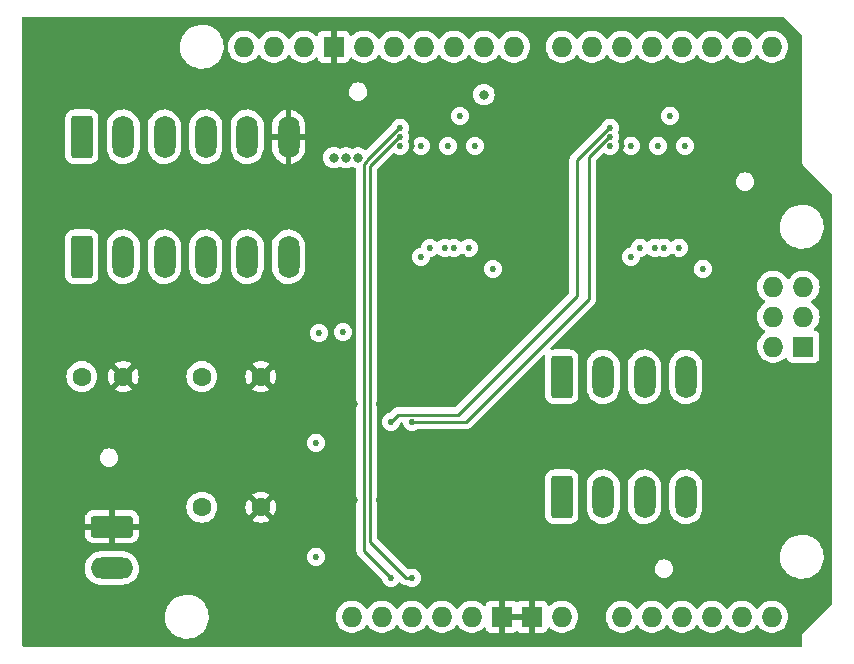
<source format=gbr>
%TF.GenerationSoftware,KiCad,Pcbnew,(7.0.0)*%
%TF.CreationDate,2023-04-12T12:24:06-05:00*%
%TF.ProjectId,TurretCtl,54757272-6574-4437-946c-2e6b69636164,rev?*%
%TF.SameCoordinates,Original*%
%TF.FileFunction,Copper,L2,Inr*%
%TF.FilePolarity,Positive*%
%FSLAX46Y46*%
G04 Gerber Fmt 4.6, Leading zero omitted, Abs format (unit mm)*
G04 Created by KiCad (PCBNEW (7.0.0)) date 2023-04-12 12:24:06*
%MOMM*%
%LPD*%
G01*
G04 APERTURE LIST*
G04 Aperture macros list*
%AMRoundRect*
0 Rectangle with rounded corners*
0 $1 Rounding radius*
0 $2 $3 $4 $5 $6 $7 $8 $9 X,Y pos of 4 corners*
0 Add a 4 corners polygon primitive as box body*
4,1,4,$2,$3,$4,$5,$6,$7,$8,$9,$2,$3,0*
0 Add four circle primitives for the rounded corners*
1,1,$1+$1,$2,$3*
1,1,$1+$1,$4,$5*
1,1,$1+$1,$6,$7*
1,1,$1+$1,$8,$9*
0 Add four rect primitives between the rounded corners*
20,1,$1+$1,$2,$3,$4,$5,0*
20,1,$1+$1,$4,$5,$6,$7,0*
20,1,$1+$1,$6,$7,$8,$9,0*
20,1,$1+$1,$8,$9,$2,$3,0*%
G04 Aperture macros list end*
%TA.AperFunction,ComponentPad*%
%ADD10C,1.600000*%
%TD*%
%TA.AperFunction,ComponentPad*%
%ADD11O,1.727200X1.727200*%
%TD*%
%TA.AperFunction,ComponentPad*%
%ADD12R,1.727200X1.727200*%
%TD*%
%TA.AperFunction,ComponentPad*%
%ADD13RoundRect,0.250000X-0.650000X-1.550000X0.650000X-1.550000X0.650000X1.550000X-0.650000X1.550000X0*%
%TD*%
%TA.AperFunction,ComponentPad*%
%ADD14O,1.800000X3.600000*%
%TD*%
%TA.AperFunction,ComponentPad*%
%ADD15RoundRect,0.250000X-1.550000X0.650000X-1.550000X-0.650000X1.550000X-0.650000X1.550000X0.650000X0*%
%TD*%
%TA.AperFunction,ComponentPad*%
%ADD16O,3.600000X1.800000*%
%TD*%
%TA.AperFunction,ViaPad*%
%ADD17C,0.530000*%
%TD*%
%TA.AperFunction,ViaPad*%
%ADD18C,0.800000*%
%TD*%
%TA.AperFunction,Conductor*%
%ADD19C,0.254000*%
%TD*%
G04 APERTURE END LIST*
D10*
%TO.N,+5V*%
%TO.C,C15*%
X91440000Y-78740000D03*
%TO.N,GND*%
X94940000Y-78740000D03*
%TD*%
D11*
%TO.N,*%
%TO.C,XA1*%
X114299999Y-99059999D03*
%TO.N,unconnected-(XA1-3.3V-Pad3V3)*%
X121919999Y-99059999D03*
%TO.N,+5V*%
X124459999Y-99059999D03*
%TO.N,unconnected-(XA1-SPI_5V-Pad5V2)*%
X152526999Y-71119999D03*
%TO.N,unconnected-(XA1-PadA0)*%
X137159999Y-99059999D03*
%TO.N,unconnected-(XA1-PadA1)*%
X139699999Y-99059999D03*
%TO.N,unconnected-(XA1-PadA2)*%
X142239999Y-99059999D03*
%TO.N,unconnected-(XA1-PadA3)*%
X144779999Y-99059999D03*
%TO.N,unconnected-(XA1-PadA4)*%
X147319999Y-99059999D03*
%TO.N,unconnected-(XA1-PadA5)*%
X149859999Y-99059999D03*
%TO.N,unconnected-(XA1-PadAREF)*%
X110235999Y-50799999D03*
%TO.N,unconnected-(XA1-D0_RX0-PadD0)*%
X149859999Y-50799999D03*
%TO.N,unconnected-(XA1-D1_TX0-PadD1)*%
X147319999Y-50799999D03*
%TO.N,S2_DIR*%
X144779999Y-50799999D03*
%TO.N,S2_STEP*%
X142239999Y-50799999D03*
%TO.N,S1_DIR*%
X139699999Y-50799999D03*
%TO.N,S1_STEP*%
X137159999Y-50799999D03*
%TO.N,D6*%
X134619999Y-50799999D03*
%TO.N,D7*%
X132079999Y-50799999D03*
%TO.N,D8*%
X128015999Y-50799999D03*
%TO.N,Net-(D10-A)*%
X125475999Y-50799999D03*
%TO.N,unconnected-(XA1-D10_CS-PadD10)*%
X122935999Y-50799999D03*
%TO.N,unconnected-(XA1-PadD11)*%
X120395999Y-50799999D03*
%TO.N,unconnected-(XA1-PadD12)*%
X117855999Y-50799999D03*
%TO.N,unconnected-(XA1-PadD13)*%
X115315999Y-50799999D03*
D12*
%TO.N,GND*%
X112775999Y-50799999D03*
X126999999Y-99059999D03*
X129539999Y-99059999D03*
%TO.N,unconnected-(XA1-SPI_GND-PadGND4)*%
X152526999Y-76199999D03*
D11*
%TO.N,unconnected-(XA1-IOREF-PadIORF)*%
X116839999Y-99059999D03*
%TO.N,unconnected-(XA1-SPI_MISO-PadMISO)*%
X149986999Y-71119999D03*
%TO.N,unconnected-(XA1-SPI_MOSI-PadMOSI)*%
X152526999Y-73659999D03*
%TO.N,unconnected-(XA1-RESET-PadRST1)*%
X119379999Y-99059999D03*
%TO.N,unconnected-(XA1-SPI_RESET-PadRST2)*%
X149986999Y-76199999D03*
%TO.N,unconnected-(XA1-SPI_SCK-PadSCK)*%
X149986999Y-73659999D03*
%TO.N,SCL*%
X105155999Y-50799999D03*
%TO.N,SDA*%
X107695999Y-50799999D03*
%TO.N,+12V*%
X132079999Y-99059999D03*
%TD*%
D10*
%TO.N,+12V*%
%TO.C,C7*%
X101600000Y-89789000D03*
%TO.N,GND*%
X106600000Y-89789000D03*
%TD*%
D13*
%TO.N,+5V*%
%TO.C,J1*%
X91440000Y-58420000D03*
D14*
%TO.N,unconnected-(J1-Pin_2-Pad2)*%
X94939999Y-58419999D03*
%TO.N,unconnected-(J1-Pin_3-Pad3)*%
X98439999Y-58419999D03*
%TO.N,SCL*%
X101939999Y-58419999D03*
%TO.N,SDA*%
X105439999Y-58419999D03*
%TO.N,GND*%
X108939999Y-58419999D03*
%TD*%
D13*
%TO.N,+5V*%
%TO.C,J5*%
X91440000Y-68580000D03*
D14*
%TO.N,D8*%
X94939999Y-68579999D03*
%TO.N,+5V*%
X98439999Y-68579999D03*
%TO.N,D7*%
X101939999Y-68579999D03*
%TO.N,+5V*%
X105439999Y-68579999D03*
%TO.N,D6*%
X108939999Y-68579999D03*
%TD*%
D10*
%TO.N,+12V*%
%TO.C,C12*%
X101600000Y-78740000D03*
%TO.N,GND*%
X106600000Y-78740000D03*
%TD*%
D13*
%TO.N,S1_AOUT1*%
%TO.C,J2*%
X132080000Y-88900000D03*
D14*
%TO.N,S1_AOUT2*%
X135579999Y-88899999D03*
%TO.N,S1_BOUT2*%
X139079999Y-88899999D03*
%TO.N,S1_BOUT1*%
X142579999Y-88899999D03*
%TD*%
D13*
%TO.N,S2_AOUT1*%
%TO.C,J3*%
X132080000Y-78740000D03*
D14*
%TO.N,S2_AOUT2*%
X135579999Y-78739999D03*
%TO.N,S2_BOUT2*%
X139079999Y-78739999D03*
%TO.N,S2_BOUT1*%
X142579999Y-78739999D03*
%TD*%
D15*
%TO.N,GND*%
%TO.C,J4*%
X93980000Y-91440000D03*
D16*
%TO.N,+12V*%
X93979999Y-94939999D03*
%TD*%
D17*
%TO.N,+12V*%
X120147200Y-68587700D03*
X144018000Y-69596000D03*
X113538000Y-74981000D03*
X126243200Y-69603700D03*
X137922000Y-68580000D03*
%TO.N,GND*%
X114554000Y-81077000D03*
X124460000Y-63500000D03*
X143764000Y-56896000D03*
X112522000Y-81077000D03*
X118618000Y-89154000D03*
X120650000Y-89154000D03*
X125989200Y-56903700D03*
X141478000Y-68580000D03*
X123703200Y-68580000D03*
X126243200Y-68587700D03*
X116586000Y-81026000D03*
X114554000Y-89154000D03*
X120650000Y-81026000D03*
X138153500Y-56642000D03*
X120378700Y-56649700D03*
X124714000Y-89154000D03*
X112522000Y-89154000D03*
X144018000Y-68580000D03*
X119380000Y-63500000D03*
X119385200Y-59189700D03*
X142240000Y-63500000D03*
X137160000Y-63500000D03*
X122682000Y-89154000D03*
X137160000Y-59182000D03*
X126746000Y-89154000D03*
X122682000Y-81026000D03*
X118618000Y-81026000D03*
X116586000Y-89154000D03*
%TO.N,/Stepper1/DVDD*%
X120147200Y-59189700D03*
X124719200Y-59189700D03*
X123449200Y-56649700D03*
X118369200Y-59189700D03*
%TO.N,/Stepper2/DVDD*%
X141224000Y-56642000D03*
X137922000Y-59182000D03*
X142494000Y-59182000D03*
X136144000Y-59182000D03*
%TO.N,+5V*%
X122433200Y-59189700D03*
X111506000Y-75032000D03*
X111252000Y-93980000D03*
X111252000Y-84328000D03*
X140208000Y-59182000D03*
%TO.N,S1_BOUT1*%
X124211200Y-67825700D03*
%TO.N,S2_BOUT1*%
X141986000Y-67818000D03*
%TO.N,S1_BOUT2*%
X122941200Y-67825700D03*
%TO.N,S2_BOUT2*%
X140716000Y-67818000D03*
%TO.N,S1_AOUT2*%
X122179200Y-67825700D03*
%TO.N,S2_AOUT2*%
X139954000Y-67818000D03*
%TO.N,S1_AOUT1*%
X120909200Y-67825700D03*
%TO.N,S2_AOUT1*%
X138684000Y-67818000D03*
D18*
%TO.N,D6*%
X114819428Y-60209428D03*
%TO.N,D7*%
X113797714Y-60203714D03*
%TO.N,D8*%
X112776000Y-60198000D03*
D17*
%TO.N,S2_STEP*%
X117602000Y-82550000D03*
X136144000Y-57658000D03*
%TO.N,S2_DIR*%
X136144000Y-58420000D03*
X119380000Y-82550000D03*
%TO.N,S1_STEP*%
X117602000Y-95758000D03*
X118364000Y-57658000D03*
%TO.N,S1_DIR*%
X119380000Y-95758000D03*
X118364000Y-58420000D03*
D18*
%TO.N,Net-(D10-A)*%
X125476000Y-54864000D03*
%TD*%
D19*
%TO.N,GND*%
X137160000Y-57635500D02*
X137160000Y-59182000D01*
X138153500Y-56642000D02*
X137160000Y-57635500D01*
X119385200Y-57643200D02*
X119385200Y-59189700D01*
X120378700Y-56649700D02*
X119385200Y-57643200D01*
%TO.N,S2_STEP*%
X136144000Y-57658000D02*
X136068785Y-57658000D01*
X133350000Y-71882000D02*
X123274000Y-81958000D01*
X118194000Y-81958000D02*
X117602000Y-82550000D01*
X133350000Y-60376785D02*
X133350000Y-71882000D01*
X136068785Y-57658000D02*
X133350000Y-60376785D01*
X123274000Y-81958000D02*
X118194000Y-81958000D01*
%TO.N,S2_DIR*%
X134366000Y-72136000D02*
X123952000Y-82550000D01*
X134366000Y-60122785D02*
X134366000Y-72136000D01*
X123952000Y-82550000D02*
X119380000Y-82550000D01*
X136144000Y-58420000D02*
X136068785Y-58420000D01*
X136068785Y-58420000D02*
X134366000Y-60122785D01*
%TO.N,S1_STEP*%
X115316000Y-93472000D02*
X117602000Y-95758000D01*
X118364000Y-57658000D02*
X118288785Y-57658000D01*
X115546428Y-60510562D02*
X115316000Y-60740990D01*
X118288785Y-57658000D02*
X115546428Y-60400357D01*
X115546428Y-60400357D02*
X115546428Y-60510562D01*
X115316000Y-60740990D02*
X115316000Y-93472000D01*
%TO.N,S1_DIR*%
X115824000Y-92710000D02*
X118872000Y-95758000D01*
X118872000Y-95758000D02*
X119380000Y-95758000D01*
X118364000Y-58420000D02*
X118301685Y-58420000D01*
X118301685Y-58420000D02*
X115824000Y-60897685D01*
X115824000Y-60897685D02*
X115824000Y-92710000D01*
%TD*%
%TA.AperFunction,Conductor*%
%TO.N,GND*%
G36*
X150842542Y-48269439D02*
G01*
X150882769Y-48296318D01*
X151651608Y-49065158D01*
X152417181Y-49830731D01*
X152444061Y-49870959D01*
X152453500Y-49918412D01*
X152453500Y-60669495D01*
X152453336Y-60672404D01*
X152449638Y-60682974D01*
X152451201Y-60696851D01*
X152451201Y-60696854D01*
X152452721Y-60710341D01*
X152453209Y-60719042D01*
X152453500Y-60721625D01*
X152453500Y-60728590D01*
X152455049Y-60735381D01*
X152455340Y-60737957D01*
X152456800Y-60746554D01*
X152459884Y-60773924D01*
X152466107Y-60783828D01*
X152468710Y-60795231D01*
X152477417Y-60806150D01*
X152477419Y-60806153D01*
X152485888Y-60816772D01*
X152490932Y-60823880D01*
X152492546Y-60825904D01*
X152496252Y-60831801D01*
X152501171Y-60836720D01*
X152502794Y-60838755D01*
X152508601Y-60845252D01*
X152525776Y-60866788D01*
X152535867Y-60871647D01*
X152538042Y-60873591D01*
X154957181Y-63292731D01*
X154984061Y-63332959D01*
X154993500Y-63380412D01*
X154993500Y-97909588D01*
X154984061Y-97957041D01*
X154957181Y-97997269D01*
X152538043Y-100416406D01*
X152535864Y-100418353D01*
X152525776Y-100423212D01*
X152517068Y-100434129D01*
X152517066Y-100434132D01*
X152508599Y-100444749D01*
X152502788Y-100451251D01*
X152501167Y-100453282D01*
X152496252Y-100458199D01*
X152492552Y-100464085D01*
X152490941Y-100466106D01*
X152485890Y-100473224D01*
X152477418Y-100483847D01*
X152477415Y-100483852D01*
X152468710Y-100494769D01*
X152466107Y-100506171D01*
X152459884Y-100516076D01*
X152458320Y-100529954D01*
X152458319Y-100529958D01*
X152456801Y-100543439D01*
X152455338Y-100552049D01*
X152455047Y-100554628D01*
X152453500Y-100561410D01*
X152453500Y-100568364D01*
X152453209Y-100570947D01*
X152452721Y-100579659D01*
X152451201Y-100593145D01*
X152451201Y-100593148D01*
X152449638Y-100607026D01*
X152453336Y-100617595D01*
X152453500Y-100620505D01*
X152453500Y-101476000D01*
X152436887Y-101538000D01*
X152391500Y-101583387D01*
X152329500Y-101600000D01*
X86484000Y-101600000D01*
X86422000Y-101583387D01*
X86376613Y-101538000D01*
X86360000Y-101476000D01*
X86360000Y-99127911D01*
X98471780Y-99127911D01*
X98472274Y-99132408D01*
X98472275Y-99132413D01*
X98500973Y-99393235D01*
X98500974Y-99393242D01*
X98501470Y-99397747D01*
X98502615Y-99402127D01*
X98502617Y-99402137D01*
X98566125Y-99645056D01*
X98570132Y-99660384D01*
X98571897Y-99664538D01*
X98571900Y-99664546D01*
X98673865Y-99904488D01*
X98676303Y-99910224D01*
X98678665Y-99914095D01*
X98678666Y-99914096D01*
X98746128Y-100024638D01*
X98817719Y-100141944D01*
X98820612Y-100145420D01*
X98820614Y-100145423D01*
X98868317Y-100202744D01*
X98991368Y-100350604D01*
X98994734Y-100353620D01*
X98994737Y-100353623D01*
X99072403Y-100423212D01*
X99193546Y-100531757D01*
X99419947Y-100681542D01*
X99665743Y-100796767D01*
X99670077Y-100798071D01*
X99670080Y-100798072D01*
X99732963Y-100816990D01*
X99925697Y-100874975D01*
X100194268Y-100914500D01*
X100395520Y-100914500D01*
X100397781Y-100914500D01*
X100600740Y-100899645D01*
X100865709Y-100840621D01*
X101119261Y-100743646D01*
X101355991Y-100610786D01*
X101570853Y-100444875D01*
X101759269Y-100249447D01*
X101917223Y-100028668D01*
X102041348Y-99787244D01*
X102128998Y-99530320D01*
X102178306Y-99263371D01*
X102185738Y-99060000D01*
X112931225Y-99060000D01*
X112931649Y-99065117D01*
X112949468Y-99280174D01*
X112949469Y-99280183D01*
X112949893Y-99285293D01*
X112951150Y-99290260D01*
X112951152Y-99290267D01*
X112978370Y-99397747D01*
X113005389Y-99504441D01*
X113007449Y-99509137D01*
X113094138Y-99706770D01*
X113094141Y-99706775D01*
X113096198Y-99711465D01*
X113106870Y-99727799D01*
X113217042Y-99896431D01*
X113217045Y-99896435D01*
X113219844Y-99900719D01*
X113223309Y-99904483D01*
X113223313Y-99904488D01*
X113369484Y-100063271D01*
X113372954Y-100067040D01*
X113551351Y-100205893D01*
X113750169Y-100313488D01*
X113963986Y-100386891D01*
X114186967Y-100424100D01*
X114407900Y-100424100D01*
X114413033Y-100424100D01*
X114636014Y-100386891D01*
X114849831Y-100313488D01*
X115048649Y-100205893D01*
X115227046Y-100067040D01*
X115380156Y-99900719D01*
X115466190Y-99769033D01*
X115510982Y-99727799D01*
X115570000Y-99712854D01*
X115629018Y-99727799D01*
X115673809Y-99769033D01*
X115757038Y-99896426D01*
X115757045Y-99896435D01*
X115759844Y-99900719D01*
X115763309Y-99904483D01*
X115763313Y-99904488D01*
X115909484Y-100063271D01*
X115912954Y-100067040D01*
X116091351Y-100205893D01*
X116290169Y-100313488D01*
X116503986Y-100386891D01*
X116726967Y-100424100D01*
X116947900Y-100424100D01*
X116953033Y-100424100D01*
X117176014Y-100386891D01*
X117389831Y-100313488D01*
X117588649Y-100205893D01*
X117767046Y-100067040D01*
X117920156Y-99900719D01*
X118006190Y-99769033D01*
X118050982Y-99727799D01*
X118110000Y-99712854D01*
X118169018Y-99727799D01*
X118213809Y-99769033D01*
X118297038Y-99896426D01*
X118297045Y-99896435D01*
X118299844Y-99900719D01*
X118303309Y-99904483D01*
X118303313Y-99904488D01*
X118449484Y-100063271D01*
X118452954Y-100067040D01*
X118631351Y-100205893D01*
X118830169Y-100313488D01*
X119043986Y-100386891D01*
X119266967Y-100424100D01*
X119487900Y-100424100D01*
X119493033Y-100424100D01*
X119716014Y-100386891D01*
X119929831Y-100313488D01*
X120128649Y-100205893D01*
X120307046Y-100067040D01*
X120460156Y-99900719D01*
X120546190Y-99769033D01*
X120590982Y-99727799D01*
X120650000Y-99712854D01*
X120709018Y-99727799D01*
X120753809Y-99769033D01*
X120837038Y-99896426D01*
X120837045Y-99896435D01*
X120839844Y-99900719D01*
X120843309Y-99904483D01*
X120843313Y-99904488D01*
X120989484Y-100063271D01*
X120992954Y-100067040D01*
X121171351Y-100205893D01*
X121370169Y-100313488D01*
X121583986Y-100386891D01*
X121806967Y-100424100D01*
X122027900Y-100424100D01*
X122033033Y-100424100D01*
X122256014Y-100386891D01*
X122469831Y-100313488D01*
X122668649Y-100205893D01*
X122847046Y-100067040D01*
X123000156Y-99900719D01*
X123086190Y-99769033D01*
X123130982Y-99727799D01*
X123190000Y-99712854D01*
X123249018Y-99727799D01*
X123293809Y-99769033D01*
X123377038Y-99896426D01*
X123377045Y-99896435D01*
X123379844Y-99900719D01*
X123383309Y-99904483D01*
X123383313Y-99904488D01*
X123529484Y-100063271D01*
X123532954Y-100067040D01*
X123711351Y-100205893D01*
X123910169Y-100313488D01*
X124123986Y-100386891D01*
X124346967Y-100424100D01*
X124567900Y-100424100D01*
X124573033Y-100424100D01*
X124796014Y-100386891D01*
X125009831Y-100313488D01*
X125208649Y-100205893D01*
X125387046Y-100067040D01*
X125441814Y-100007546D01*
X125494437Y-99973693D01*
X125556891Y-99969845D01*
X125613273Y-99996983D01*
X125649225Y-100048197D01*
X125689947Y-100157377D01*
X125698362Y-100172789D01*
X125773898Y-100273692D01*
X125786307Y-100286101D01*
X125887210Y-100361637D01*
X125902622Y-100370052D01*
X126021758Y-100414488D01*
X126036732Y-100418026D01*
X126085285Y-100423246D01*
X126091882Y-100423600D01*
X126733674Y-100423600D01*
X126746549Y-100420149D01*
X126750000Y-100407274D01*
X127250000Y-100407274D01*
X127253450Y-100420149D01*
X127266326Y-100423600D01*
X127908118Y-100423600D01*
X127914714Y-100423246D01*
X127963267Y-100418026D01*
X127978241Y-100414488D01*
X128097377Y-100370052D01*
X128112790Y-100361637D01*
X128195688Y-100299579D01*
X128243641Y-100277679D01*
X128296359Y-100277679D01*
X128344312Y-100299579D01*
X128427209Y-100361637D01*
X128442622Y-100370052D01*
X128561758Y-100414488D01*
X128576732Y-100418026D01*
X128625285Y-100423246D01*
X128631882Y-100423600D01*
X129273674Y-100423600D01*
X129286549Y-100420149D01*
X129290000Y-100407274D01*
X129790000Y-100407274D01*
X129793450Y-100420149D01*
X129806326Y-100423600D01*
X130448118Y-100423600D01*
X130454714Y-100423246D01*
X130503267Y-100418026D01*
X130518241Y-100414488D01*
X130637377Y-100370052D01*
X130652789Y-100361637D01*
X130753692Y-100286101D01*
X130766101Y-100273692D01*
X130841637Y-100172789D01*
X130850053Y-100157375D01*
X130890774Y-100048198D01*
X130926725Y-99996984D01*
X130983107Y-99969845D01*
X131045561Y-99973693D01*
X131098185Y-100007546D01*
X131149484Y-100063271D01*
X131152954Y-100067040D01*
X131331351Y-100205893D01*
X131530169Y-100313488D01*
X131743986Y-100386891D01*
X131966967Y-100424100D01*
X132187900Y-100424100D01*
X132193033Y-100424100D01*
X132416014Y-100386891D01*
X132629831Y-100313488D01*
X132828649Y-100205893D01*
X133007046Y-100067040D01*
X133160156Y-99900719D01*
X133283802Y-99711465D01*
X133374611Y-99504441D01*
X133430107Y-99285293D01*
X133448775Y-99060000D01*
X135791225Y-99060000D01*
X135791649Y-99065117D01*
X135809468Y-99280174D01*
X135809469Y-99280183D01*
X135809893Y-99285293D01*
X135811150Y-99290260D01*
X135811152Y-99290267D01*
X135838370Y-99397747D01*
X135865389Y-99504441D01*
X135867449Y-99509137D01*
X135954138Y-99706770D01*
X135954141Y-99706775D01*
X135956198Y-99711465D01*
X135966870Y-99727799D01*
X136077042Y-99896431D01*
X136077045Y-99896435D01*
X136079844Y-99900719D01*
X136083309Y-99904483D01*
X136083313Y-99904488D01*
X136229484Y-100063271D01*
X136232954Y-100067040D01*
X136411351Y-100205893D01*
X136610169Y-100313488D01*
X136823986Y-100386891D01*
X137046967Y-100424100D01*
X137267900Y-100424100D01*
X137273033Y-100424100D01*
X137496014Y-100386891D01*
X137709831Y-100313488D01*
X137908649Y-100205893D01*
X138087046Y-100067040D01*
X138240156Y-99900719D01*
X138326190Y-99769033D01*
X138370982Y-99727799D01*
X138430000Y-99712854D01*
X138489018Y-99727799D01*
X138533809Y-99769033D01*
X138617038Y-99896426D01*
X138617045Y-99896435D01*
X138619844Y-99900719D01*
X138623309Y-99904483D01*
X138623313Y-99904488D01*
X138769484Y-100063271D01*
X138772954Y-100067040D01*
X138951351Y-100205893D01*
X139150169Y-100313488D01*
X139363986Y-100386891D01*
X139586967Y-100424100D01*
X139807900Y-100424100D01*
X139813033Y-100424100D01*
X140036014Y-100386891D01*
X140249831Y-100313488D01*
X140448649Y-100205893D01*
X140627046Y-100067040D01*
X140780156Y-99900719D01*
X140866190Y-99769033D01*
X140910982Y-99727799D01*
X140970000Y-99712854D01*
X141029018Y-99727799D01*
X141073809Y-99769033D01*
X141157038Y-99896426D01*
X141157045Y-99896435D01*
X141159844Y-99900719D01*
X141163309Y-99904483D01*
X141163313Y-99904488D01*
X141309484Y-100063271D01*
X141312954Y-100067040D01*
X141491351Y-100205893D01*
X141690169Y-100313488D01*
X141903986Y-100386891D01*
X142126967Y-100424100D01*
X142347900Y-100424100D01*
X142353033Y-100424100D01*
X142576014Y-100386891D01*
X142789831Y-100313488D01*
X142988649Y-100205893D01*
X143167046Y-100067040D01*
X143320156Y-99900719D01*
X143406190Y-99769033D01*
X143450982Y-99727799D01*
X143510000Y-99712854D01*
X143569018Y-99727799D01*
X143613809Y-99769033D01*
X143697038Y-99896426D01*
X143697045Y-99896435D01*
X143699844Y-99900719D01*
X143703309Y-99904483D01*
X143703313Y-99904488D01*
X143849484Y-100063271D01*
X143852954Y-100067040D01*
X144031351Y-100205893D01*
X144230169Y-100313488D01*
X144443986Y-100386891D01*
X144666967Y-100424100D01*
X144887900Y-100424100D01*
X144893033Y-100424100D01*
X145116014Y-100386891D01*
X145329831Y-100313488D01*
X145528649Y-100205893D01*
X145707046Y-100067040D01*
X145860156Y-99900719D01*
X145946190Y-99769033D01*
X145990982Y-99727799D01*
X146050000Y-99712854D01*
X146109018Y-99727799D01*
X146153809Y-99769033D01*
X146237038Y-99896426D01*
X146237045Y-99896435D01*
X146239844Y-99900719D01*
X146243309Y-99904483D01*
X146243313Y-99904488D01*
X146389484Y-100063271D01*
X146392954Y-100067040D01*
X146571351Y-100205893D01*
X146770169Y-100313488D01*
X146983986Y-100386891D01*
X147206967Y-100424100D01*
X147427900Y-100424100D01*
X147433033Y-100424100D01*
X147656014Y-100386891D01*
X147869831Y-100313488D01*
X148068649Y-100205893D01*
X148247046Y-100067040D01*
X148400156Y-99900719D01*
X148486190Y-99769033D01*
X148530982Y-99727799D01*
X148590000Y-99712854D01*
X148649018Y-99727799D01*
X148693809Y-99769033D01*
X148777038Y-99896426D01*
X148777045Y-99896435D01*
X148779844Y-99900719D01*
X148783309Y-99904483D01*
X148783313Y-99904488D01*
X148929484Y-100063271D01*
X148932954Y-100067040D01*
X149111351Y-100205893D01*
X149310169Y-100313488D01*
X149523986Y-100386891D01*
X149746967Y-100424100D01*
X149967900Y-100424100D01*
X149973033Y-100424100D01*
X150196014Y-100386891D01*
X150409831Y-100313488D01*
X150608649Y-100205893D01*
X150787046Y-100067040D01*
X150940156Y-99900719D01*
X151063802Y-99711465D01*
X151154611Y-99504441D01*
X151210107Y-99285293D01*
X151228775Y-99060000D01*
X151210107Y-98834707D01*
X151154611Y-98615559D01*
X151063802Y-98408535D01*
X150940156Y-98219281D01*
X150936688Y-98215514D01*
X150936686Y-98215511D01*
X150790514Y-98056727D01*
X150790512Y-98056725D01*
X150787046Y-98052960D01*
X150745951Y-98020974D01*
X150612694Y-97917255D01*
X150612691Y-97917253D01*
X150608649Y-97914107D01*
X150534970Y-97874234D01*
X150414335Y-97808949D01*
X150414330Y-97808947D01*
X150409831Y-97806512D01*
X150404990Y-97804850D01*
X150404983Y-97804847D01*
X150200867Y-97734775D01*
X150200866Y-97734774D01*
X150196014Y-97733109D01*
X150190964Y-97732266D01*
X150190955Y-97732264D01*
X149978095Y-97696744D01*
X149978086Y-97696743D01*
X149973033Y-97695900D01*
X149746967Y-97695900D01*
X149741914Y-97696743D01*
X149741904Y-97696744D01*
X149529044Y-97732264D01*
X149529032Y-97732266D01*
X149523986Y-97733109D01*
X149519136Y-97734773D01*
X149519132Y-97734775D01*
X149315016Y-97804847D01*
X149315005Y-97804851D01*
X149310169Y-97806512D01*
X149305673Y-97808944D01*
X149305664Y-97808949D01*
X149115857Y-97911668D01*
X149115852Y-97911670D01*
X149111351Y-97914107D01*
X149107314Y-97917248D01*
X149107305Y-97917255D01*
X148936995Y-98049814D01*
X148936989Y-98049818D01*
X148932954Y-98052960D01*
X148929492Y-98056719D01*
X148929485Y-98056727D01*
X148783313Y-98215511D01*
X148783304Y-98215521D01*
X148779844Y-98219281D01*
X148777049Y-98223558D01*
X148777042Y-98223568D01*
X148693809Y-98350967D01*
X148649017Y-98392200D01*
X148590000Y-98407145D01*
X148530983Y-98392200D01*
X148486191Y-98350967D01*
X148402957Y-98223568D01*
X148402956Y-98223566D01*
X148400156Y-98219281D01*
X148396688Y-98215514D01*
X148396686Y-98215511D01*
X148250514Y-98056727D01*
X148250512Y-98056725D01*
X148247046Y-98052960D01*
X148205951Y-98020974D01*
X148072694Y-97917255D01*
X148072691Y-97917253D01*
X148068649Y-97914107D01*
X147994970Y-97874234D01*
X147874335Y-97808949D01*
X147874330Y-97808947D01*
X147869831Y-97806512D01*
X147864990Y-97804850D01*
X147864983Y-97804847D01*
X147660867Y-97734775D01*
X147660866Y-97734774D01*
X147656014Y-97733109D01*
X147650964Y-97732266D01*
X147650955Y-97732264D01*
X147438095Y-97696744D01*
X147438086Y-97696743D01*
X147433033Y-97695900D01*
X147206967Y-97695900D01*
X147201914Y-97696743D01*
X147201904Y-97696744D01*
X146989044Y-97732264D01*
X146989032Y-97732266D01*
X146983986Y-97733109D01*
X146979136Y-97734773D01*
X146979132Y-97734775D01*
X146775016Y-97804847D01*
X146775005Y-97804851D01*
X146770169Y-97806512D01*
X146765673Y-97808944D01*
X146765664Y-97808949D01*
X146575857Y-97911668D01*
X146575852Y-97911670D01*
X146571351Y-97914107D01*
X146567314Y-97917248D01*
X146567305Y-97917255D01*
X146396995Y-98049814D01*
X146396989Y-98049818D01*
X146392954Y-98052960D01*
X146389492Y-98056719D01*
X146389485Y-98056727D01*
X146243313Y-98215511D01*
X146243304Y-98215521D01*
X146239844Y-98219281D01*
X146237049Y-98223558D01*
X146237042Y-98223568D01*
X146153809Y-98350967D01*
X146109017Y-98392200D01*
X146050000Y-98407145D01*
X145990983Y-98392200D01*
X145946191Y-98350967D01*
X145862957Y-98223568D01*
X145862956Y-98223566D01*
X145860156Y-98219281D01*
X145856688Y-98215514D01*
X145856686Y-98215511D01*
X145710514Y-98056727D01*
X145710512Y-98056725D01*
X145707046Y-98052960D01*
X145665951Y-98020974D01*
X145532694Y-97917255D01*
X145532691Y-97917253D01*
X145528649Y-97914107D01*
X145454970Y-97874234D01*
X145334335Y-97808949D01*
X145334330Y-97808947D01*
X145329831Y-97806512D01*
X145324990Y-97804850D01*
X145324983Y-97804847D01*
X145120867Y-97734775D01*
X145120866Y-97734774D01*
X145116014Y-97733109D01*
X145110964Y-97732266D01*
X145110955Y-97732264D01*
X144898095Y-97696744D01*
X144898086Y-97696743D01*
X144893033Y-97695900D01*
X144666967Y-97695900D01*
X144661914Y-97696743D01*
X144661904Y-97696744D01*
X144449044Y-97732264D01*
X144449032Y-97732266D01*
X144443986Y-97733109D01*
X144439136Y-97734773D01*
X144439132Y-97734775D01*
X144235016Y-97804847D01*
X144235005Y-97804851D01*
X144230169Y-97806512D01*
X144225673Y-97808944D01*
X144225664Y-97808949D01*
X144035857Y-97911668D01*
X144035852Y-97911670D01*
X144031351Y-97914107D01*
X144027314Y-97917248D01*
X144027305Y-97917255D01*
X143856995Y-98049814D01*
X143856989Y-98049818D01*
X143852954Y-98052960D01*
X143849492Y-98056719D01*
X143849485Y-98056727D01*
X143703313Y-98215511D01*
X143703304Y-98215521D01*
X143699844Y-98219281D01*
X143697049Y-98223558D01*
X143697042Y-98223568D01*
X143613809Y-98350967D01*
X143569017Y-98392200D01*
X143510000Y-98407145D01*
X143450983Y-98392200D01*
X143406191Y-98350967D01*
X143322957Y-98223568D01*
X143322956Y-98223566D01*
X143320156Y-98219281D01*
X143316688Y-98215514D01*
X143316686Y-98215511D01*
X143170514Y-98056727D01*
X143170512Y-98056725D01*
X143167046Y-98052960D01*
X143125951Y-98020974D01*
X142992694Y-97917255D01*
X142992691Y-97917253D01*
X142988649Y-97914107D01*
X142914970Y-97874234D01*
X142794335Y-97808949D01*
X142794330Y-97808947D01*
X142789831Y-97806512D01*
X142784990Y-97804850D01*
X142784983Y-97804847D01*
X142580867Y-97734775D01*
X142580866Y-97734774D01*
X142576014Y-97733109D01*
X142570964Y-97732266D01*
X142570955Y-97732264D01*
X142358095Y-97696744D01*
X142358086Y-97696743D01*
X142353033Y-97695900D01*
X142126967Y-97695900D01*
X142121914Y-97696743D01*
X142121904Y-97696744D01*
X141909044Y-97732264D01*
X141909032Y-97732266D01*
X141903986Y-97733109D01*
X141899136Y-97734773D01*
X141899132Y-97734775D01*
X141695016Y-97804847D01*
X141695005Y-97804851D01*
X141690169Y-97806512D01*
X141685673Y-97808944D01*
X141685664Y-97808949D01*
X141495857Y-97911668D01*
X141495852Y-97911670D01*
X141491351Y-97914107D01*
X141487314Y-97917248D01*
X141487305Y-97917255D01*
X141316995Y-98049814D01*
X141316989Y-98049818D01*
X141312954Y-98052960D01*
X141309492Y-98056719D01*
X141309485Y-98056727D01*
X141163313Y-98215511D01*
X141163304Y-98215521D01*
X141159844Y-98219281D01*
X141157049Y-98223558D01*
X141157042Y-98223568D01*
X141073809Y-98350967D01*
X141029017Y-98392200D01*
X140970000Y-98407145D01*
X140910983Y-98392200D01*
X140866191Y-98350967D01*
X140782957Y-98223568D01*
X140782956Y-98223566D01*
X140780156Y-98219281D01*
X140776688Y-98215514D01*
X140776686Y-98215511D01*
X140630514Y-98056727D01*
X140630512Y-98056725D01*
X140627046Y-98052960D01*
X140585951Y-98020974D01*
X140452694Y-97917255D01*
X140452691Y-97917253D01*
X140448649Y-97914107D01*
X140374970Y-97874234D01*
X140254335Y-97808949D01*
X140254330Y-97808947D01*
X140249831Y-97806512D01*
X140244990Y-97804850D01*
X140244983Y-97804847D01*
X140040867Y-97734775D01*
X140040866Y-97734774D01*
X140036014Y-97733109D01*
X140030964Y-97732266D01*
X140030955Y-97732264D01*
X139818095Y-97696744D01*
X139818086Y-97696743D01*
X139813033Y-97695900D01*
X139586967Y-97695900D01*
X139581914Y-97696743D01*
X139581904Y-97696744D01*
X139369044Y-97732264D01*
X139369032Y-97732266D01*
X139363986Y-97733109D01*
X139359136Y-97734773D01*
X139359132Y-97734775D01*
X139155016Y-97804847D01*
X139155005Y-97804851D01*
X139150169Y-97806512D01*
X139145673Y-97808944D01*
X139145664Y-97808949D01*
X138955857Y-97911668D01*
X138955852Y-97911670D01*
X138951351Y-97914107D01*
X138947314Y-97917248D01*
X138947305Y-97917255D01*
X138776995Y-98049814D01*
X138776989Y-98049818D01*
X138772954Y-98052960D01*
X138769492Y-98056719D01*
X138769485Y-98056727D01*
X138623313Y-98215511D01*
X138623304Y-98215521D01*
X138619844Y-98219281D01*
X138617049Y-98223558D01*
X138617042Y-98223568D01*
X138533809Y-98350967D01*
X138489017Y-98392200D01*
X138430000Y-98407145D01*
X138370983Y-98392200D01*
X138326191Y-98350967D01*
X138242957Y-98223568D01*
X138242956Y-98223566D01*
X138240156Y-98219281D01*
X138236688Y-98215514D01*
X138236686Y-98215511D01*
X138090514Y-98056727D01*
X138090512Y-98056725D01*
X138087046Y-98052960D01*
X138045951Y-98020974D01*
X137912694Y-97917255D01*
X137912691Y-97917253D01*
X137908649Y-97914107D01*
X137834970Y-97874234D01*
X137714335Y-97808949D01*
X137714330Y-97808947D01*
X137709831Y-97806512D01*
X137704990Y-97804850D01*
X137704983Y-97804847D01*
X137500867Y-97734775D01*
X137500866Y-97734774D01*
X137496014Y-97733109D01*
X137490964Y-97732266D01*
X137490955Y-97732264D01*
X137278095Y-97696744D01*
X137278086Y-97696743D01*
X137273033Y-97695900D01*
X137046967Y-97695900D01*
X137041914Y-97696743D01*
X137041904Y-97696744D01*
X136829044Y-97732264D01*
X136829032Y-97732266D01*
X136823986Y-97733109D01*
X136819136Y-97734773D01*
X136819132Y-97734775D01*
X136615016Y-97804847D01*
X136615005Y-97804851D01*
X136610169Y-97806512D01*
X136605673Y-97808944D01*
X136605664Y-97808949D01*
X136415857Y-97911668D01*
X136415852Y-97911670D01*
X136411351Y-97914107D01*
X136407314Y-97917248D01*
X136407305Y-97917255D01*
X136236995Y-98049814D01*
X136236989Y-98049818D01*
X136232954Y-98052960D01*
X136229492Y-98056719D01*
X136229485Y-98056727D01*
X136083313Y-98215511D01*
X136083304Y-98215521D01*
X136079844Y-98219281D01*
X136077049Y-98223558D01*
X136077042Y-98223568D01*
X135993809Y-98350967D01*
X135956198Y-98408535D01*
X135954143Y-98413219D01*
X135954138Y-98413229D01*
X135874786Y-98594135D01*
X135865389Y-98615559D01*
X135864131Y-98620524D01*
X135864130Y-98620529D01*
X135811152Y-98829732D01*
X135811150Y-98829741D01*
X135809893Y-98834707D01*
X135809469Y-98839814D01*
X135809468Y-98839825D01*
X135797225Y-98987586D01*
X135791225Y-99060000D01*
X133448775Y-99060000D01*
X133430107Y-98834707D01*
X133374611Y-98615559D01*
X133283802Y-98408535D01*
X133160156Y-98219281D01*
X133156688Y-98215514D01*
X133156686Y-98215511D01*
X133010514Y-98056727D01*
X133010512Y-98056725D01*
X133007046Y-98052960D01*
X132965951Y-98020974D01*
X132832694Y-97917255D01*
X132832691Y-97917253D01*
X132828649Y-97914107D01*
X132754970Y-97874234D01*
X132634335Y-97808949D01*
X132634330Y-97808947D01*
X132629831Y-97806512D01*
X132624990Y-97804850D01*
X132624983Y-97804847D01*
X132420867Y-97734775D01*
X132420866Y-97734774D01*
X132416014Y-97733109D01*
X132410964Y-97732266D01*
X132410955Y-97732264D01*
X132198095Y-97696744D01*
X132198086Y-97696743D01*
X132193033Y-97695900D01*
X131966967Y-97695900D01*
X131961914Y-97696743D01*
X131961904Y-97696744D01*
X131749044Y-97732264D01*
X131749032Y-97732266D01*
X131743986Y-97733109D01*
X131739136Y-97734773D01*
X131739132Y-97734775D01*
X131535016Y-97804847D01*
X131535005Y-97804851D01*
X131530169Y-97806512D01*
X131525673Y-97808944D01*
X131525664Y-97808949D01*
X131335857Y-97911668D01*
X131335852Y-97911670D01*
X131331351Y-97914107D01*
X131327314Y-97917248D01*
X131327305Y-97917255D01*
X131156995Y-98049814D01*
X131156989Y-98049818D01*
X131152954Y-98052960D01*
X131149495Y-98056717D01*
X131149477Y-98056734D01*
X131098184Y-98112453D01*
X131045560Y-98146307D01*
X130983106Y-98150154D01*
X130926725Y-98123015D01*
X130890774Y-98071802D01*
X130850052Y-97962622D01*
X130841637Y-97947210D01*
X130766101Y-97846307D01*
X130753692Y-97833898D01*
X130652789Y-97758362D01*
X130637377Y-97749947D01*
X130518241Y-97705511D01*
X130503267Y-97701973D01*
X130454714Y-97696753D01*
X130448118Y-97696400D01*
X129806326Y-97696400D01*
X129793450Y-97699850D01*
X129790000Y-97712726D01*
X129790000Y-100407274D01*
X129290000Y-100407274D01*
X129290000Y-99326326D01*
X129286549Y-99313450D01*
X129273674Y-99310000D01*
X127266326Y-99310000D01*
X127253450Y-99313450D01*
X127250000Y-99326326D01*
X127250000Y-100407274D01*
X126750000Y-100407274D01*
X126750000Y-98793674D01*
X127250000Y-98793674D01*
X127253450Y-98806549D01*
X127266326Y-98810000D01*
X129273674Y-98810000D01*
X129286549Y-98806549D01*
X129290000Y-98793674D01*
X129290000Y-97712726D01*
X129286549Y-97699850D01*
X129273674Y-97696400D01*
X128631882Y-97696400D01*
X128625285Y-97696753D01*
X128576732Y-97701973D01*
X128561758Y-97705511D01*
X128442622Y-97749947D01*
X128427206Y-97758364D01*
X128344309Y-97820421D01*
X128296357Y-97842320D01*
X128243640Y-97842320D01*
X128195687Y-97820420D01*
X128112790Y-97758362D01*
X128097377Y-97749947D01*
X127978241Y-97705511D01*
X127963267Y-97701973D01*
X127914714Y-97696753D01*
X127908118Y-97696400D01*
X127266326Y-97696400D01*
X127253450Y-97699850D01*
X127250000Y-97712726D01*
X127250000Y-98793674D01*
X126750000Y-98793674D01*
X126750000Y-97712726D01*
X126746549Y-97699850D01*
X126733674Y-97696400D01*
X126091882Y-97696400D01*
X126085285Y-97696753D01*
X126036732Y-97701973D01*
X126021758Y-97705511D01*
X125902622Y-97749947D01*
X125887210Y-97758362D01*
X125786307Y-97833898D01*
X125773898Y-97846307D01*
X125698362Y-97947210D01*
X125689948Y-97962620D01*
X125649225Y-98071803D01*
X125613273Y-98123016D01*
X125556892Y-98150154D01*
X125494438Y-98146306D01*
X125441814Y-98112453D01*
X125390515Y-98056728D01*
X125390513Y-98056726D01*
X125387046Y-98052960D01*
X125345951Y-98020974D01*
X125212694Y-97917255D01*
X125212691Y-97917253D01*
X125208649Y-97914107D01*
X125134970Y-97874234D01*
X125014335Y-97808949D01*
X125014330Y-97808947D01*
X125009831Y-97806512D01*
X125004990Y-97804850D01*
X125004983Y-97804847D01*
X124800867Y-97734775D01*
X124800866Y-97734774D01*
X124796014Y-97733109D01*
X124790964Y-97732266D01*
X124790955Y-97732264D01*
X124578095Y-97696744D01*
X124578086Y-97696743D01*
X124573033Y-97695900D01*
X124346967Y-97695900D01*
X124341914Y-97696743D01*
X124341904Y-97696744D01*
X124129044Y-97732264D01*
X124129032Y-97732266D01*
X124123986Y-97733109D01*
X124119136Y-97734773D01*
X124119132Y-97734775D01*
X123915016Y-97804847D01*
X123915005Y-97804851D01*
X123910169Y-97806512D01*
X123905673Y-97808944D01*
X123905664Y-97808949D01*
X123715857Y-97911668D01*
X123715852Y-97911670D01*
X123711351Y-97914107D01*
X123707314Y-97917248D01*
X123707305Y-97917255D01*
X123536995Y-98049814D01*
X123536989Y-98049818D01*
X123532954Y-98052960D01*
X123529492Y-98056719D01*
X123529485Y-98056727D01*
X123383313Y-98215511D01*
X123383304Y-98215521D01*
X123379844Y-98219281D01*
X123377049Y-98223558D01*
X123377042Y-98223568D01*
X123293809Y-98350967D01*
X123249017Y-98392200D01*
X123190000Y-98407145D01*
X123130983Y-98392200D01*
X123086191Y-98350967D01*
X123002957Y-98223568D01*
X123002956Y-98223566D01*
X123000156Y-98219281D01*
X122996688Y-98215514D01*
X122996686Y-98215511D01*
X122850514Y-98056727D01*
X122850512Y-98056725D01*
X122847046Y-98052960D01*
X122805951Y-98020974D01*
X122672694Y-97917255D01*
X122672691Y-97917253D01*
X122668649Y-97914107D01*
X122594970Y-97874234D01*
X122474335Y-97808949D01*
X122474330Y-97808947D01*
X122469831Y-97806512D01*
X122464990Y-97804850D01*
X122464983Y-97804847D01*
X122260867Y-97734775D01*
X122260866Y-97734774D01*
X122256014Y-97733109D01*
X122250964Y-97732266D01*
X122250955Y-97732264D01*
X122038095Y-97696744D01*
X122038086Y-97696743D01*
X122033033Y-97695900D01*
X121806967Y-97695900D01*
X121801914Y-97696743D01*
X121801904Y-97696744D01*
X121589044Y-97732264D01*
X121589032Y-97732266D01*
X121583986Y-97733109D01*
X121579136Y-97734773D01*
X121579132Y-97734775D01*
X121375016Y-97804847D01*
X121375005Y-97804851D01*
X121370169Y-97806512D01*
X121365673Y-97808944D01*
X121365664Y-97808949D01*
X121175857Y-97911668D01*
X121175852Y-97911670D01*
X121171351Y-97914107D01*
X121167314Y-97917248D01*
X121167305Y-97917255D01*
X120996995Y-98049814D01*
X120996989Y-98049818D01*
X120992954Y-98052960D01*
X120989492Y-98056719D01*
X120989485Y-98056727D01*
X120843313Y-98215511D01*
X120843304Y-98215521D01*
X120839844Y-98219281D01*
X120837049Y-98223558D01*
X120837042Y-98223568D01*
X120753809Y-98350967D01*
X120709017Y-98392200D01*
X120650000Y-98407145D01*
X120590983Y-98392200D01*
X120546191Y-98350967D01*
X120462957Y-98223568D01*
X120462956Y-98223566D01*
X120460156Y-98219281D01*
X120456688Y-98215514D01*
X120456686Y-98215511D01*
X120310514Y-98056727D01*
X120310512Y-98056725D01*
X120307046Y-98052960D01*
X120265951Y-98020974D01*
X120132694Y-97917255D01*
X120132691Y-97917253D01*
X120128649Y-97914107D01*
X120054970Y-97874234D01*
X119934335Y-97808949D01*
X119934330Y-97808947D01*
X119929831Y-97806512D01*
X119924990Y-97804850D01*
X119924983Y-97804847D01*
X119720867Y-97734775D01*
X119720866Y-97734774D01*
X119716014Y-97733109D01*
X119710964Y-97732266D01*
X119710955Y-97732264D01*
X119498095Y-97696744D01*
X119498086Y-97696743D01*
X119493033Y-97695900D01*
X119266967Y-97695900D01*
X119261914Y-97696743D01*
X119261904Y-97696744D01*
X119049044Y-97732264D01*
X119049032Y-97732266D01*
X119043986Y-97733109D01*
X119039136Y-97734773D01*
X119039132Y-97734775D01*
X118835016Y-97804847D01*
X118835005Y-97804851D01*
X118830169Y-97806512D01*
X118825673Y-97808944D01*
X118825664Y-97808949D01*
X118635857Y-97911668D01*
X118635852Y-97911670D01*
X118631351Y-97914107D01*
X118627314Y-97917248D01*
X118627305Y-97917255D01*
X118456995Y-98049814D01*
X118456989Y-98049818D01*
X118452954Y-98052960D01*
X118449492Y-98056719D01*
X118449485Y-98056727D01*
X118303313Y-98215511D01*
X118303304Y-98215521D01*
X118299844Y-98219281D01*
X118297049Y-98223558D01*
X118297042Y-98223568D01*
X118213809Y-98350967D01*
X118169017Y-98392200D01*
X118110000Y-98407145D01*
X118050983Y-98392200D01*
X118006191Y-98350967D01*
X117922957Y-98223568D01*
X117922956Y-98223566D01*
X117920156Y-98219281D01*
X117916688Y-98215514D01*
X117916686Y-98215511D01*
X117770514Y-98056727D01*
X117770512Y-98056725D01*
X117767046Y-98052960D01*
X117725951Y-98020974D01*
X117592694Y-97917255D01*
X117592691Y-97917253D01*
X117588649Y-97914107D01*
X117514970Y-97874234D01*
X117394335Y-97808949D01*
X117394330Y-97808947D01*
X117389831Y-97806512D01*
X117384990Y-97804850D01*
X117384983Y-97804847D01*
X117180867Y-97734775D01*
X117180866Y-97734774D01*
X117176014Y-97733109D01*
X117170964Y-97732266D01*
X117170955Y-97732264D01*
X116958095Y-97696744D01*
X116958086Y-97696743D01*
X116953033Y-97695900D01*
X116726967Y-97695900D01*
X116721914Y-97696743D01*
X116721904Y-97696744D01*
X116509044Y-97732264D01*
X116509032Y-97732266D01*
X116503986Y-97733109D01*
X116499136Y-97734773D01*
X116499132Y-97734775D01*
X116295016Y-97804847D01*
X116295005Y-97804851D01*
X116290169Y-97806512D01*
X116285673Y-97808944D01*
X116285664Y-97808949D01*
X116095857Y-97911668D01*
X116095852Y-97911670D01*
X116091351Y-97914107D01*
X116087314Y-97917248D01*
X116087305Y-97917255D01*
X115916995Y-98049814D01*
X115916989Y-98049818D01*
X115912954Y-98052960D01*
X115909492Y-98056719D01*
X115909485Y-98056727D01*
X115763313Y-98215511D01*
X115763304Y-98215521D01*
X115759844Y-98219281D01*
X115757049Y-98223558D01*
X115757042Y-98223568D01*
X115673809Y-98350967D01*
X115629017Y-98392200D01*
X115570000Y-98407145D01*
X115510983Y-98392200D01*
X115466191Y-98350967D01*
X115382957Y-98223568D01*
X115382956Y-98223566D01*
X115380156Y-98219281D01*
X115376688Y-98215514D01*
X115376686Y-98215511D01*
X115230514Y-98056727D01*
X115230512Y-98056725D01*
X115227046Y-98052960D01*
X115185951Y-98020974D01*
X115052694Y-97917255D01*
X115052691Y-97917253D01*
X115048649Y-97914107D01*
X114974970Y-97874234D01*
X114854335Y-97808949D01*
X114854330Y-97808947D01*
X114849831Y-97806512D01*
X114844990Y-97804850D01*
X114844983Y-97804847D01*
X114640867Y-97734775D01*
X114640866Y-97734774D01*
X114636014Y-97733109D01*
X114630964Y-97732266D01*
X114630955Y-97732264D01*
X114418095Y-97696744D01*
X114418086Y-97696743D01*
X114413033Y-97695900D01*
X114186967Y-97695900D01*
X114181914Y-97696743D01*
X114181904Y-97696744D01*
X113969044Y-97732264D01*
X113969032Y-97732266D01*
X113963986Y-97733109D01*
X113959136Y-97734773D01*
X113959132Y-97734775D01*
X113755016Y-97804847D01*
X113755005Y-97804851D01*
X113750169Y-97806512D01*
X113745673Y-97808944D01*
X113745664Y-97808949D01*
X113555857Y-97911668D01*
X113555852Y-97911670D01*
X113551351Y-97914107D01*
X113547314Y-97917248D01*
X113547305Y-97917255D01*
X113376995Y-98049814D01*
X113376989Y-98049818D01*
X113372954Y-98052960D01*
X113369492Y-98056719D01*
X113369485Y-98056727D01*
X113223313Y-98215511D01*
X113223304Y-98215521D01*
X113219844Y-98219281D01*
X113217049Y-98223558D01*
X113217042Y-98223568D01*
X113133809Y-98350967D01*
X113096198Y-98408535D01*
X113094143Y-98413219D01*
X113094138Y-98413229D01*
X113014786Y-98594135D01*
X113005389Y-98615559D01*
X113004131Y-98620524D01*
X113004130Y-98620529D01*
X112951152Y-98829732D01*
X112951150Y-98829741D01*
X112949893Y-98834707D01*
X112949469Y-98839814D01*
X112949468Y-98839825D01*
X112937225Y-98987586D01*
X112931225Y-99060000D01*
X102185738Y-99060000D01*
X102188220Y-98992089D01*
X102158530Y-98722253D01*
X102089868Y-98459616D01*
X101983697Y-98209776D01*
X101842281Y-97978056D01*
X101668632Y-97769396D01*
X101665265Y-97766379D01*
X101665262Y-97766376D01*
X101469820Y-97591259D01*
X101466454Y-97588243D01*
X101240053Y-97438458D01*
X101235946Y-97436532D01*
X101235943Y-97436531D01*
X100998363Y-97325158D01*
X100998365Y-97325158D01*
X100994257Y-97323233D01*
X100989929Y-97321931D01*
X100989919Y-97321927D01*
X100738641Y-97246330D01*
X100738639Y-97246329D01*
X100734303Y-97245025D01*
X100729823Y-97244365D01*
X100729820Y-97244365D01*
X100470206Y-97206158D01*
X100470200Y-97206157D01*
X100465732Y-97205500D01*
X100262219Y-97205500D01*
X100259968Y-97205664D01*
X100259961Y-97205665D01*
X100063779Y-97220024D01*
X100063775Y-97220024D01*
X100059260Y-97220355D01*
X100054846Y-97221338D01*
X100054834Y-97221340D01*
X99798717Y-97278392D01*
X99798703Y-97278396D01*
X99794291Y-97279379D01*
X99790065Y-97280995D01*
X99790056Y-97280998D01*
X99544970Y-97374735D01*
X99544960Y-97374739D01*
X99540739Y-97376354D01*
X99536798Y-97378565D01*
X99536789Y-97378570D01*
X99307960Y-97506996D01*
X99307954Y-97506999D01*
X99304009Y-97509214D01*
X99300438Y-97511971D01*
X99300425Y-97511980D01*
X99092731Y-97672357D01*
X99092726Y-97672360D01*
X99089147Y-97675125D01*
X99086007Y-97678380D01*
X99086000Y-97678388D01*
X98903875Y-97867291D01*
X98903868Y-97867298D01*
X98900731Y-97870553D01*
X98898106Y-97874221D01*
X98898096Y-97874234D01*
X98745410Y-98087651D01*
X98745406Y-98087656D01*
X98742777Y-98091332D01*
X98740708Y-98095355D01*
X98740705Y-98095361D01*
X98620726Y-98328720D01*
X98620720Y-98328731D01*
X98618652Y-98332756D01*
X98617192Y-98337035D01*
X98617188Y-98337045D01*
X98532463Y-98585396D01*
X98531002Y-98589680D01*
X98530179Y-98594133D01*
X98530179Y-98594135D01*
X98482517Y-98852168D01*
X98482515Y-98852181D01*
X98481694Y-98856629D01*
X98481528Y-98861155D01*
X98481528Y-98861161D01*
X98471945Y-99123382D01*
X98471945Y-99123389D01*
X98471780Y-99127911D01*
X86360000Y-99127911D01*
X86360000Y-94880346D01*
X91675702Y-94880346D01*
X91675925Y-94885600D01*
X91675925Y-94885605D01*
X91683416Y-95061944D01*
X91685820Y-95118532D01*
X91686927Y-95123673D01*
X91686929Y-95123681D01*
X91733751Y-95340934D01*
X91736046Y-95351581D01*
X91738011Y-95356471D01*
X91788936Y-95483203D01*
X91824936Y-95572790D01*
X91827692Y-95577266D01*
X91827693Y-95577268D01*
X91947172Y-95771315D01*
X91947175Y-95771319D01*
X91949931Y-95775795D01*
X91953404Y-95779741D01*
X91953407Y-95779745D01*
X91987656Y-95818659D01*
X92107436Y-95954755D01*
X92292920Y-96104523D01*
X92501046Y-96220790D01*
X92725829Y-96300211D01*
X92960800Y-96340500D01*
X94936866Y-96340500D01*
X94939497Y-96340500D01*
X95117541Y-96325346D01*
X95348249Y-96265275D01*
X95565486Y-96167077D01*
X95763003Y-96033579D01*
X95935118Y-95868621D01*
X96076879Y-95676947D01*
X96184207Y-95464074D01*
X96254016Y-95236123D01*
X96284298Y-94999654D01*
X96274180Y-94761468D01*
X96223954Y-94528419D01*
X96135064Y-94307210D01*
X96010069Y-94104205D01*
X95900755Y-93980000D01*
X110481656Y-93980000D01*
X110482436Y-93986923D01*
X110485191Y-94011379D01*
X110500970Y-94151418D01*
X110503266Y-94157982D01*
X110503268Y-94157987D01*
X110555484Y-94307210D01*
X110557944Y-94314240D01*
X110561645Y-94320130D01*
X110618882Y-94411223D01*
X110649721Y-94460302D01*
X110771698Y-94582279D01*
X110917760Y-94674056D01*
X111080582Y-94731030D01*
X111252000Y-94750344D01*
X111423418Y-94731030D01*
X111586240Y-94674056D01*
X111732302Y-94582279D01*
X111854279Y-94460302D01*
X111946056Y-94314240D01*
X112003030Y-94151418D01*
X112022344Y-93980000D01*
X112003030Y-93808582D01*
X111946056Y-93645760D01*
X111854279Y-93499698D01*
X111732302Y-93377721D01*
X111586240Y-93285944D01*
X111579677Y-93283647D01*
X111579674Y-93283646D01*
X111429987Y-93231268D01*
X111429982Y-93231266D01*
X111423418Y-93228970D01*
X111416498Y-93228190D01*
X111416497Y-93228190D01*
X111258923Y-93210436D01*
X111252000Y-93209656D01*
X111245077Y-93210436D01*
X111087502Y-93228190D01*
X111087499Y-93228190D01*
X111080582Y-93228970D01*
X111074019Y-93231266D01*
X111074012Y-93231268D01*
X110924325Y-93283646D01*
X110924318Y-93283648D01*
X110917760Y-93285944D01*
X110911872Y-93289643D01*
X110911869Y-93289645D01*
X110777598Y-93374013D01*
X110777593Y-93374016D01*
X110771698Y-93377721D01*
X110766773Y-93382645D01*
X110766769Y-93382649D01*
X110654649Y-93494769D01*
X110654645Y-93494773D01*
X110649721Y-93499698D01*
X110646016Y-93505593D01*
X110646013Y-93505598D01*
X110561645Y-93639869D01*
X110561643Y-93639872D01*
X110557944Y-93645760D01*
X110555648Y-93652318D01*
X110555646Y-93652325D01*
X110503268Y-93802012D01*
X110503266Y-93802019D01*
X110500970Y-93808582D01*
X110500190Y-93815499D01*
X110500190Y-93815502D01*
X110492834Y-93880790D01*
X110481656Y-93980000D01*
X95900755Y-93980000D01*
X95852564Y-93925245D01*
X95667080Y-93775477D01*
X95656289Y-93769449D01*
X95463551Y-93661778D01*
X95463550Y-93661777D01*
X95458954Y-93659210D01*
X95453988Y-93657455D01*
X95453985Y-93657454D01*
X95239140Y-93581544D01*
X95239132Y-93581542D01*
X95234171Y-93579789D01*
X95228981Y-93578899D01*
X95228973Y-93578897D01*
X95004393Y-93540390D01*
X95004388Y-93540389D01*
X94999200Y-93539500D01*
X93020503Y-93539500D01*
X93017887Y-93539722D01*
X93017878Y-93539723D01*
X92847712Y-93554206D01*
X92847701Y-93554207D01*
X92842459Y-93554654D01*
X92837360Y-93555981D01*
X92837358Y-93555982D01*
X92616846Y-93613398D01*
X92616841Y-93613399D01*
X92611751Y-93614725D01*
X92606958Y-93616891D01*
X92606951Y-93616894D01*
X92399317Y-93710751D01*
X92399308Y-93710755D01*
X92394514Y-93712923D01*
X92390151Y-93715871D01*
X92390147Y-93715874D01*
X92201364Y-93843469D01*
X92201360Y-93843471D01*
X92196997Y-93846421D01*
X92193197Y-93850062D01*
X92193192Y-93850067D01*
X92028685Y-94007733D01*
X92028678Y-94007740D01*
X92024882Y-94011379D01*
X92021754Y-94015608D01*
X92021749Y-94015614D01*
X91886254Y-94198815D01*
X91886247Y-94198826D01*
X91883121Y-94203053D01*
X91880752Y-94207750D01*
X91880748Y-94207758D01*
X91788867Y-94389995D01*
X91775793Y-94415926D01*
X91774252Y-94420956D01*
X91774251Y-94420960D01*
X91707526Y-94638840D01*
X91707524Y-94638846D01*
X91705984Y-94643877D01*
X91705315Y-94649098D01*
X91705315Y-94649100D01*
X91682121Y-94830224D01*
X91675702Y-94880346D01*
X86360000Y-94880346D01*
X86360000Y-92136829D01*
X91680001Y-92136829D01*
X91680321Y-92143111D01*
X91689805Y-92235959D01*
X91692623Y-92249122D01*
X91743370Y-92402267D01*
X91749432Y-92415266D01*
X91833890Y-92552194D01*
X91842794Y-92563455D01*
X91956544Y-92677205D01*
X91967805Y-92686109D01*
X92104733Y-92770567D01*
X92117732Y-92776629D01*
X92270874Y-92827375D01*
X92284041Y-92830194D01*
X92376890Y-92839680D01*
X92383168Y-92840000D01*
X93713674Y-92840000D01*
X93726549Y-92836549D01*
X93730000Y-92823674D01*
X93730000Y-92823673D01*
X94230000Y-92823673D01*
X94233450Y-92836548D01*
X94246326Y-92839999D01*
X95576829Y-92839999D01*
X95583111Y-92839678D01*
X95675959Y-92830194D01*
X95689122Y-92827376D01*
X95842267Y-92776629D01*
X95855266Y-92770567D01*
X95992194Y-92686109D01*
X96003455Y-92677205D01*
X96117205Y-92563455D01*
X96126109Y-92552194D01*
X96210567Y-92415266D01*
X96216629Y-92402267D01*
X96267375Y-92249125D01*
X96270194Y-92235958D01*
X96279680Y-92143109D01*
X96280000Y-92136832D01*
X96280000Y-91706326D01*
X96276549Y-91693450D01*
X96263674Y-91690000D01*
X94246326Y-91690000D01*
X94233450Y-91693450D01*
X94230000Y-91706326D01*
X94230000Y-92823673D01*
X93730000Y-92823673D01*
X93730000Y-91706326D01*
X93726549Y-91693450D01*
X93713674Y-91690000D01*
X91696327Y-91690000D01*
X91683451Y-91693450D01*
X91680001Y-91706326D01*
X91680001Y-92136829D01*
X86360000Y-92136829D01*
X86360000Y-91173674D01*
X91680000Y-91173674D01*
X91683450Y-91186549D01*
X91696326Y-91190000D01*
X93713674Y-91190000D01*
X93726549Y-91186549D01*
X93730000Y-91173674D01*
X94230000Y-91173674D01*
X94233450Y-91186549D01*
X94246326Y-91190000D01*
X96263673Y-91190000D01*
X96276548Y-91186549D01*
X96279999Y-91173674D01*
X96279999Y-90743171D01*
X96279678Y-90736888D01*
X96270194Y-90644040D01*
X96267376Y-90630877D01*
X96216629Y-90477732D01*
X96210567Y-90464733D01*
X96126109Y-90327805D01*
X96117205Y-90316544D01*
X96003455Y-90202794D01*
X95992194Y-90193890D01*
X95855266Y-90109432D01*
X95842267Y-90103370D01*
X95689125Y-90052624D01*
X95675958Y-90049805D01*
X95583109Y-90040319D01*
X95576832Y-90040000D01*
X94246326Y-90040000D01*
X94233450Y-90043450D01*
X94230000Y-90056326D01*
X94230000Y-91173674D01*
X93730000Y-91173674D01*
X93730000Y-90056327D01*
X93726549Y-90043451D01*
X93713674Y-90040001D01*
X92383171Y-90040001D01*
X92376888Y-90040321D01*
X92284040Y-90049805D01*
X92270877Y-90052623D01*
X92117732Y-90103370D01*
X92104733Y-90109432D01*
X91967805Y-90193890D01*
X91956544Y-90202794D01*
X91842794Y-90316544D01*
X91833890Y-90327805D01*
X91749432Y-90464733D01*
X91743370Y-90477732D01*
X91692624Y-90630874D01*
X91689805Y-90644041D01*
X91680319Y-90736890D01*
X91680000Y-90743168D01*
X91680000Y-91173674D01*
X86360000Y-91173674D01*
X86360000Y-89789000D01*
X100294532Y-89789000D01*
X100295004Y-89794395D01*
X100300469Y-89856866D01*
X100314365Y-90015692D01*
X100315762Y-90020907D01*
X100315764Y-90020916D01*
X100371858Y-90230263D01*
X100371861Y-90230271D01*
X100373261Y-90235496D01*
X100469432Y-90441734D01*
X100472539Y-90446171D01*
X100472540Y-90446173D01*
X100512429Y-90503141D01*
X100599953Y-90628139D01*
X100760861Y-90789047D01*
X100947266Y-90919568D01*
X101153504Y-91015739D01*
X101158734Y-91017140D01*
X101158736Y-91017141D01*
X101307586Y-91057025D01*
X101373308Y-91074635D01*
X101600000Y-91094468D01*
X101826692Y-91074635D01*
X102046496Y-91015739D01*
X102252734Y-90919568D01*
X102326806Y-90867703D01*
X105878217Y-90867703D01*
X105885650Y-90875814D01*
X105943077Y-90916025D01*
X105952427Y-90921423D01*
X106148768Y-91012979D01*
X106158902Y-91016667D01*
X106368162Y-91072739D01*
X106378793Y-91074613D01*
X106594605Y-91093494D01*
X106605395Y-91093494D01*
X106821206Y-91074613D01*
X106831837Y-91072739D01*
X107041097Y-91016667D01*
X107051231Y-91012979D01*
X107247575Y-90921422D01*
X107256920Y-90916026D01*
X107314348Y-90875814D01*
X107321780Y-90867703D01*
X107315867Y-90858421D01*
X106611542Y-90154095D01*
X106600000Y-90147431D01*
X106588457Y-90154095D01*
X105884128Y-90858424D01*
X105878217Y-90867703D01*
X102326806Y-90867703D01*
X102439139Y-90789047D01*
X102600047Y-90628139D01*
X102730568Y-90441734D01*
X102826739Y-90235496D01*
X102885635Y-90015692D01*
X102904996Y-89794395D01*
X105295506Y-89794395D01*
X105314386Y-90010206D01*
X105316260Y-90020837D01*
X105372332Y-90230097D01*
X105376020Y-90240231D01*
X105467576Y-90436572D01*
X105472974Y-90445922D01*
X105513184Y-90503348D01*
X105521295Y-90510781D01*
X105530574Y-90504870D01*
X106234903Y-89800542D01*
X106241567Y-89789000D01*
X106958431Y-89789000D01*
X106965095Y-89800542D01*
X107669421Y-90504867D01*
X107678703Y-90510780D01*
X107686814Y-90503348D01*
X107727026Y-90445920D01*
X107732422Y-90436575D01*
X107823979Y-90240231D01*
X107827667Y-90230097D01*
X107883739Y-90020837D01*
X107885613Y-90010206D01*
X107904494Y-89794395D01*
X107904494Y-89783605D01*
X107885613Y-89567793D01*
X107883739Y-89557162D01*
X107827667Y-89347902D01*
X107823979Y-89337768D01*
X107732423Y-89141427D01*
X107727025Y-89132077D01*
X107686814Y-89074650D01*
X107678703Y-89067217D01*
X107669424Y-89073128D01*
X106965095Y-89777457D01*
X106958431Y-89789000D01*
X106241567Y-89789000D01*
X106234903Y-89777457D01*
X105530574Y-89073128D01*
X105521296Y-89067217D01*
X105513183Y-89074651D01*
X105472971Y-89132081D01*
X105467577Y-89141425D01*
X105376020Y-89337768D01*
X105372332Y-89347902D01*
X105316260Y-89557162D01*
X105314386Y-89567793D01*
X105295506Y-89783605D01*
X105295506Y-89794395D01*
X102904996Y-89794395D01*
X102905468Y-89789000D01*
X102885635Y-89562308D01*
X102826739Y-89342504D01*
X102730568Y-89136266D01*
X102600047Y-88949861D01*
X102439139Y-88788953D01*
X102326804Y-88710296D01*
X105878217Y-88710296D01*
X105884128Y-88719574D01*
X106588457Y-89423903D01*
X106600000Y-89430567D01*
X106611542Y-89423903D01*
X107315870Y-88719574D01*
X107321781Y-88710295D01*
X107314348Y-88702184D01*
X107256922Y-88661974D01*
X107247572Y-88656576D01*
X107051231Y-88565020D01*
X107041097Y-88561332D01*
X106831837Y-88505260D01*
X106821206Y-88503386D01*
X106605395Y-88484506D01*
X106594605Y-88484506D01*
X106378793Y-88503386D01*
X106368162Y-88505260D01*
X106158902Y-88561332D01*
X106148768Y-88565020D01*
X105952425Y-88656577D01*
X105943081Y-88661971D01*
X105885651Y-88702183D01*
X105878217Y-88710296D01*
X102326804Y-88710296D01*
X102315219Y-88702184D01*
X102257173Y-88661540D01*
X102257171Y-88661539D01*
X102252734Y-88658432D01*
X102046496Y-88562261D01*
X102041271Y-88560861D01*
X102041263Y-88560858D01*
X101831916Y-88504764D01*
X101831907Y-88504762D01*
X101826692Y-88503365D01*
X101821304Y-88502893D01*
X101821301Y-88502893D01*
X101605395Y-88484004D01*
X101600000Y-88483532D01*
X101594605Y-88484004D01*
X101378698Y-88502893D01*
X101378693Y-88502893D01*
X101373308Y-88503365D01*
X101368094Y-88504762D01*
X101368083Y-88504764D01*
X101158736Y-88560858D01*
X101158724Y-88560862D01*
X101153504Y-88562261D01*
X101148599Y-88564547D01*
X101148594Y-88564550D01*
X100952176Y-88656142D01*
X100952172Y-88656144D01*
X100947266Y-88658432D01*
X100942833Y-88661535D01*
X100942826Y-88661540D01*
X100765296Y-88785847D01*
X100765291Y-88785850D01*
X100760861Y-88788953D01*
X100757037Y-88792776D01*
X100757031Y-88792782D01*
X100603782Y-88946031D01*
X100603776Y-88946037D01*
X100599953Y-88949861D01*
X100596850Y-88954291D01*
X100596847Y-88954296D01*
X100472540Y-89131826D01*
X100472535Y-89131833D01*
X100469432Y-89136266D01*
X100467144Y-89141172D01*
X100467142Y-89141176D01*
X100375550Y-89337594D01*
X100375547Y-89337599D01*
X100373261Y-89342504D01*
X100371862Y-89347724D01*
X100371858Y-89347736D01*
X100315764Y-89557083D01*
X100315762Y-89557094D01*
X100314365Y-89562308D01*
X100294532Y-89789000D01*
X86360000Y-89789000D01*
X86360000Y-85598000D01*
X92944587Y-85598000D01*
X92945367Y-85604923D01*
X92963398Y-85764957D01*
X92963399Y-85764964D01*
X92964179Y-85771881D01*
X93021971Y-85937042D01*
X93115067Y-86085203D01*
X93238797Y-86208933D01*
X93386958Y-86302029D01*
X93552119Y-86359821D01*
X93726000Y-86379413D01*
X93899881Y-86359821D01*
X94065042Y-86302029D01*
X94213203Y-86208933D01*
X94336933Y-86085203D01*
X94430029Y-85937042D01*
X94487821Y-85771881D01*
X94507413Y-85598000D01*
X94487821Y-85424119D01*
X94430029Y-85258958D01*
X94336933Y-85110797D01*
X94213203Y-84987067D01*
X94207302Y-84983359D01*
X94070934Y-84897673D01*
X94070932Y-84897672D01*
X94065042Y-84893971D01*
X94058476Y-84891673D01*
X94058473Y-84891672D01*
X93906455Y-84838479D01*
X93906452Y-84838478D01*
X93899881Y-84836179D01*
X93892964Y-84835399D01*
X93892957Y-84835398D01*
X93732923Y-84817367D01*
X93726000Y-84816587D01*
X93719077Y-84817367D01*
X93559042Y-84835398D01*
X93559033Y-84835399D01*
X93552119Y-84836179D01*
X93545549Y-84838477D01*
X93545544Y-84838479D01*
X93393526Y-84891672D01*
X93393520Y-84891674D01*
X93386958Y-84893971D01*
X93381070Y-84897670D01*
X93381065Y-84897673D01*
X93244697Y-84983359D01*
X93244692Y-84983362D01*
X93238797Y-84987067D01*
X93233872Y-84991991D01*
X93233868Y-84991995D01*
X93119995Y-85105868D01*
X93119991Y-85105872D01*
X93115067Y-85110797D01*
X93111362Y-85116692D01*
X93111359Y-85116697D01*
X93025673Y-85253065D01*
X93025670Y-85253070D01*
X93021971Y-85258958D01*
X93019674Y-85265520D01*
X93019672Y-85265526D01*
X92966479Y-85417544D01*
X92966477Y-85417549D01*
X92964179Y-85424119D01*
X92963399Y-85431033D01*
X92963398Y-85431042D01*
X92957661Y-85481964D01*
X92944587Y-85598000D01*
X86360000Y-85598000D01*
X86360000Y-84328000D01*
X110481656Y-84328000D01*
X110500970Y-84499418D01*
X110503266Y-84505982D01*
X110503268Y-84505987D01*
X110555646Y-84655674D01*
X110557944Y-84662240D01*
X110649721Y-84808302D01*
X110771698Y-84930279D01*
X110917760Y-85022056D01*
X111080582Y-85079030D01*
X111252000Y-85098344D01*
X111423418Y-85079030D01*
X111586240Y-85022056D01*
X111732302Y-84930279D01*
X111854279Y-84808302D01*
X111946056Y-84662240D01*
X112003030Y-84499418D01*
X112022344Y-84328000D01*
X112003030Y-84156582D01*
X111946056Y-83993760D01*
X111854279Y-83847698D01*
X111732302Y-83725721D01*
X111586240Y-83633944D01*
X111579677Y-83631647D01*
X111579674Y-83631646D01*
X111429987Y-83579268D01*
X111429982Y-83579266D01*
X111423418Y-83576970D01*
X111416498Y-83576190D01*
X111416497Y-83576190D01*
X111258923Y-83558436D01*
X111252000Y-83557656D01*
X111245077Y-83558436D01*
X111087502Y-83576190D01*
X111087499Y-83576190D01*
X111080582Y-83576970D01*
X111074019Y-83579266D01*
X111074012Y-83579268D01*
X110924325Y-83631646D01*
X110924318Y-83631648D01*
X110917760Y-83633944D01*
X110911872Y-83637643D01*
X110911869Y-83637645D01*
X110777598Y-83722013D01*
X110777593Y-83722016D01*
X110771698Y-83725721D01*
X110766773Y-83730645D01*
X110766769Y-83730649D01*
X110654649Y-83842769D01*
X110654645Y-83842773D01*
X110649721Y-83847698D01*
X110646016Y-83853593D01*
X110646013Y-83853598D01*
X110561645Y-83987869D01*
X110561643Y-83987872D01*
X110557944Y-83993760D01*
X110555648Y-84000318D01*
X110555646Y-84000325D01*
X110503268Y-84150012D01*
X110503266Y-84150019D01*
X110500970Y-84156582D01*
X110481656Y-84328000D01*
X86360000Y-84328000D01*
X86360000Y-78740000D01*
X90134532Y-78740000D01*
X90154365Y-78966692D01*
X90155762Y-78971907D01*
X90155764Y-78971916D01*
X90211858Y-79181263D01*
X90211861Y-79181271D01*
X90213261Y-79186496D01*
X90309432Y-79392734D01*
X90439953Y-79579139D01*
X90600861Y-79740047D01*
X90787266Y-79870568D01*
X90993504Y-79966739D01*
X91213308Y-80025635D01*
X91440000Y-80045468D01*
X91666692Y-80025635D01*
X91886496Y-79966739D01*
X92092734Y-79870568D01*
X92166806Y-79818703D01*
X94218217Y-79818703D01*
X94225650Y-79826814D01*
X94283077Y-79867025D01*
X94292427Y-79872423D01*
X94488768Y-79963979D01*
X94498902Y-79967667D01*
X94708162Y-80023739D01*
X94718793Y-80025613D01*
X94934605Y-80044494D01*
X94945395Y-80044494D01*
X95161206Y-80025613D01*
X95171837Y-80023739D01*
X95381097Y-79967667D01*
X95391231Y-79963979D01*
X95587575Y-79872422D01*
X95596920Y-79867026D01*
X95654348Y-79826814D01*
X95661780Y-79818703D01*
X95655867Y-79809421D01*
X94951542Y-79105095D01*
X94940000Y-79098431D01*
X94928457Y-79105095D01*
X94224128Y-79809424D01*
X94218217Y-79818703D01*
X92166806Y-79818703D01*
X92279139Y-79740047D01*
X92440047Y-79579139D01*
X92570568Y-79392734D01*
X92666739Y-79186496D01*
X92725635Y-78966692D01*
X92744996Y-78745395D01*
X93635506Y-78745395D01*
X93654386Y-78961206D01*
X93656260Y-78971837D01*
X93712332Y-79181097D01*
X93716020Y-79191231D01*
X93807576Y-79387572D01*
X93812974Y-79396922D01*
X93853184Y-79454348D01*
X93861295Y-79461781D01*
X93870574Y-79455870D01*
X94574903Y-78751541D01*
X94581566Y-78739999D01*
X95298431Y-78739999D01*
X95305095Y-78751541D01*
X96009421Y-79455867D01*
X96018703Y-79461780D01*
X96026814Y-79454348D01*
X96067026Y-79396920D01*
X96072422Y-79387575D01*
X96163979Y-79191231D01*
X96167667Y-79181097D01*
X96223739Y-78971837D01*
X96225613Y-78961206D01*
X96244494Y-78745395D01*
X96244494Y-78740000D01*
X100294532Y-78740000D01*
X100314365Y-78966692D01*
X100315762Y-78971907D01*
X100315764Y-78971916D01*
X100371858Y-79181263D01*
X100371861Y-79181271D01*
X100373261Y-79186496D01*
X100469432Y-79392734D01*
X100599953Y-79579139D01*
X100760861Y-79740047D01*
X100947266Y-79870568D01*
X101153504Y-79966739D01*
X101373308Y-80025635D01*
X101600000Y-80045468D01*
X101826692Y-80025635D01*
X102046496Y-79966739D01*
X102252734Y-79870568D01*
X102326806Y-79818703D01*
X105878217Y-79818703D01*
X105885650Y-79826814D01*
X105943077Y-79867025D01*
X105952427Y-79872423D01*
X106148768Y-79963979D01*
X106158902Y-79967667D01*
X106368162Y-80023739D01*
X106378793Y-80025613D01*
X106594605Y-80044494D01*
X106605395Y-80044494D01*
X106821206Y-80025613D01*
X106831837Y-80023739D01*
X107041097Y-79967667D01*
X107051231Y-79963979D01*
X107247575Y-79872422D01*
X107256920Y-79867026D01*
X107314348Y-79826814D01*
X107321780Y-79818703D01*
X107315867Y-79809421D01*
X106611542Y-79105095D01*
X106600000Y-79098431D01*
X106588457Y-79105095D01*
X105884128Y-79809424D01*
X105878217Y-79818703D01*
X102326806Y-79818703D01*
X102439139Y-79740047D01*
X102600047Y-79579139D01*
X102730568Y-79392734D01*
X102826739Y-79186496D01*
X102885635Y-78966692D01*
X102904996Y-78745395D01*
X105295506Y-78745395D01*
X105314386Y-78961206D01*
X105316260Y-78971837D01*
X105372332Y-79181097D01*
X105376020Y-79191231D01*
X105467576Y-79387572D01*
X105472974Y-79396922D01*
X105513184Y-79454348D01*
X105521295Y-79461781D01*
X105530574Y-79455870D01*
X106234903Y-78751541D01*
X106241566Y-78739999D01*
X106958431Y-78739999D01*
X106965095Y-78751541D01*
X107669421Y-79455867D01*
X107678703Y-79461780D01*
X107686814Y-79454348D01*
X107727026Y-79396920D01*
X107732422Y-79387575D01*
X107823979Y-79191231D01*
X107827667Y-79181097D01*
X107883739Y-78971837D01*
X107885613Y-78961206D01*
X107904494Y-78745395D01*
X107904494Y-78734605D01*
X107885613Y-78518793D01*
X107883739Y-78508162D01*
X107827667Y-78298902D01*
X107823979Y-78288768D01*
X107732423Y-78092427D01*
X107727025Y-78083077D01*
X107686814Y-78025650D01*
X107678703Y-78018217D01*
X107669424Y-78024128D01*
X106965095Y-78728456D01*
X106958431Y-78739999D01*
X106241566Y-78739999D01*
X106241567Y-78739998D01*
X106234903Y-78728456D01*
X105530574Y-78024128D01*
X105521296Y-78018217D01*
X105513183Y-78025651D01*
X105472971Y-78083081D01*
X105467577Y-78092425D01*
X105376020Y-78288768D01*
X105372332Y-78298902D01*
X105316260Y-78508162D01*
X105314386Y-78518793D01*
X105295506Y-78734605D01*
X105295506Y-78745395D01*
X102904996Y-78745395D01*
X102905468Y-78740000D01*
X102885635Y-78513308D01*
X102826739Y-78293504D01*
X102730568Y-78087266D01*
X102600047Y-77900861D01*
X102439139Y-77739953D01*
X102326804Y-77661296D01*
X105878217Y-77661296D01*
X105884128Y-77670574D01*
X106588457Y-78374903D01*
X106600000Y-78381567D01*
X106611542Y-78374903D01*
X107315870Y-77670574D01*
X107321781Y-77661295D01*
X107314348Y-77653184D01*
X107256922Y-77612974D01*
X107247572Y-77607576D01*
X107051231Y-77516020D01*
X107041097Y-77512332D01*
X106831837Y-77456260D01*
X106821206Y-77454386D01*
X106605395Y-77435506D01*
X106594605Y-77435506D01*
X106378793Y-77454386D01*
X106368162Y-77456260D01*
X106158902Y-77512332D01*
X106148768Y-77516020D01*
X105952425Y-77607577D01*
X105943081Y-77612971D01*
X105885651Y-77653183D01*
X105878217Y-77661296D01*
X102326804Y-77661296D01*
X102315219Y-77653184D01*
X102257173Y-77612540D01*
X102257171Y-77612539D01*
X102252734Y-77609432D01*
X102135960Y-77554979D01*
X102051405Y-77515550D01*
X102051403Y-77515549D01*
X102046496Y-77513261D01*
X102041271Y-77511861D01*
X102041263Y-77511858D01*
X101831916Y-77455764D01*
X101831907Y-77455762D01*
X101826692Y-77454365D01*
X101821304Y-77453893D01*
X101821301Y-77453893D01*
X101605395Y-77435004D01*
X101600000Y-77434532D01*
X101594605Y-77435004D01*
X101378698Y-77453893D01*
X101378693Y-77453893D01*
X101373308Y-77454365D01*
X101368094Y-77455762D01*
X101368083Y-77455764D01*
X101158736Y-77511858D01*
X101158724Y-77511862D01*
X101153504Y-77513261D01*
X101148599Y-77515547D01*
X101148594Y-77515550D01*
X100952176Y-77607142D01*
X100952172Y-77607144D01*
X100947266Y-77609432D01*
X100942833Y-77612535D01*
X100942826Y-77612540D01*
X100765296Y-77736847D01*
X100765291Y-77736850D01*
X100760861Y-77739953D01*
X100757037Y-77743776D01*
X100757031Y-77743782D01*
X100603782Y-77897031D01*
X100603776Y-77897037D01*
X100599953Y-77900861D01*
X100596850Y-77905291D01*
X100596847Y-77905296D01*
X100472540Y-78082826D01*
X100472535Y-78082833D01*
X100469432Y-78087266D01*
X100467144Y-78092172D01*
X100467142Y-78092176D01*
X100375550Y-78288594D01*
X100375547Y-78288599D01*
X100373261Y-78293504D01*
X100371862Y-78298724D01*
X100371858Y-78298736D01*
X100315764Y-78508083D01*
X100315762Y-78508094D01*
X100314365Y-78513308D01*
X100294532Y-78740000D01*
X96244494Y-78740000D01*
X96244494Y-78734605D01*
X96225613Y-78518793D01*
X96223739Y-78508162D01*
X96167667Y-78298902D01*
X96163979Y-78288768D01*
X96072423Y-78092427D01*
X96067025Y-78083077D01*
X96026814Y-78025650D01*
X96018703Y-78018217D01*
X96009424Y-78024128D01*
X95305095Y-78728456D01*
X95298431Y-78739999D01*
X94581566Y-78739999D01*
X94581567Y-78739998D01*
X94574903Y-78728456D01*
X93870574Y-78024128D01*
X93861296Y-78018217D01*
X93853183Y-78025651D01*
X93812971Y-78083081D01*
X93807577Y-78092425D01*
X93716020Y-78288768D01*
X93712332Y-78298902D01*
X93656260Y-78508162D01*
X93654386Y-78518793D01*
X93635506Y-78734605D01*
X93635506Y-78745395D01*
X92744996Y-78745395D01*
X92745468Y-78740000D01*
X92725635Y-78513308D01*
X92666739Y-78293504D01*
X92570568Y-78087266D01*
X92440047Y-77900861D01*
X92279139Y-77739953D01*
X92166804Y-77661296D01*
X94218217Y-77661296D01*
X94224128Y-77670574D01*
X94928457Y-78374903D01*
X94940000Y-78381567D01*
X94951542Y-78374903D01*
X95655870Y-77670574D01*
X95661781Y-77661295D01*
X95654348Y-77653184D01*
X95596922Y-77612974D01*
X95587572Y-77607576D01*
X95391231Y-77516020D01*
X95381097Y-77512332D01*
X95171837Y-77456260D01*
X95161206Y-77454386D01*
X94945395Y-77435506D01*
X94934605Y-77435506D01*
X94718793Y-77454386D01*
X94708162Y-77456260D01*
X94498902Y-77512332D01*
X94488768Y-77516020D01*
X94292425Y-77607577D01*
X94283081Y-77612971D01*
X94225651Y-77653183D01*
X94218217Y-77661296D01*
X92166804Y-77661296D01*
X92155219Y-77653184D01*
X92097173Y-77612540D01*
X92097171Y-77612539D01*
X92092734Y-77609432D01*
X91975960Y-77554979D01*
X91891405Y-77515550D01*
X91891403Y-77515549D01*
X91886496Y-77513261D01*
X91881271Y-77511861D01*
X91881263Y-77511858D01*
X91671916Y-77455764D01*
X91671907Y-77455762D01*
X91666692Y-77454365D01*
X91661304Y-77453893D01*
X91661301Y-77453893D01*
X91445395Y-77435004D01*
X91440000Y-77434532D01*
X91434605Y-77435004D01*
X91218698Y-77453893D01*
X91218693Y-77453893D01*
X91213308Y-77454365D01*
X91208094Y-77455762D01*
X91208083Y-77455764D01*
X90998736Y-77511858D01*
X90998724Y-77511862D01*
X90993504Y-77513261D01*
X90988599Y-77515547D01*
X90988594Y-77515550D01*
X90792176Y-77607142D01*
X90792172Y-77607144D01*
X90787266Y-77609432D01*
X90782833Y-77612535D01*
X90782826Y-77612540D01*
X90605296Y-77736847D01*
X90605291Y-77736850D01*
X90600861Y-77739953D01*
X90597037Y-77743776D01*
X90597031Y-77743782D01*
X90443782Y-77897031D01*
X90443776Y-77897037D01*
X90439953Y-77900861D01*
X90436850Y-77905291D01*
X90436847Y-77905296D01*
X90312540Y-78082826D01*
X90312535Y-78082833D01*
X90309432Y-78087266D01*
X90307144Y-78092172D01*
X90307142Y-78092176D01*
X90215550Y-78288594D01*
X90215547Y-78288599D01*
X90213261Y-78293504D01*
X90211862Y-78298724D01*
X90211858Y-78298736D01*
X90155764Y-78508083D01*
X90155762Y-78508094D01*
X90154365Y-78513308D01*
X90134532Y-78740000D01*
X86360000Y-78740000D01*
X86360000Y-75032000D01*
X110735656Y-75032000D01*
X110736436Y-75038923D01*
X110753791Y-75192960D01*
X110754970Y-75203418D01*
X110757266Y-75209982D01*
X110757268Y-75209987D01*
X110809646Y-75359674D01*
X110811944Y-75366240D01*
X110815645Y-75372130D01*
X110871675Y-75461302D01*
X110903721Y-75512302D01*
X111025698Y-75634279D01*
X111171760Y-75726056D01*
X111334582Y-75783030D01*
X111506000Y-75802344D01*
X111677418Y-75783030D01*
X111840240Y-75726056D01*
X111986302Y-75634279D01*
X112108279Y-75512302D01*
X112200056Y-75366240D01*
X112257030Y-75203418D01*
X112276344Y-75032000D01*
X112270598Y-74981000D01*
X112767656Y-74981000D01*
X112768436Y-74987923D01*
X112779595Y-75086968D01*
X112786970Y-75152418D01*
X112789266Y-75158982D01*
X112789268Y-75158987D01*
X112841646Y-75308674D01*
X112843944Y-75315240D01*
X112935721Y-75461302D01*
X113057698Y-75583279D01*
X113203760Y-75675056D01*
X113366582Y-75732030D01*
X113538000Y-75751344D01*
X113709418Y-75732030D01*
X113872240Y-75675056D01*
X114018302Y-75583279D01*
X114140279Y-75461302D01*
X114232056Y-75315240D01*
X114289030Y-75152418D01*
X114308344Y-74981000D01*
X114289030Y-74809582D01*
X114232056Y-74646760D01*
X114140279Y-74500698D01*
X114018302Y-74378721D01*
X113872240Y-74286944D01*
X113865677Y-74284647D01*
X113865674Y-74284646D01*
X113715987Y-74232268D01*
X113715982Y-74232266D01*
X113709418Y-74229970D01*
X113702498Y-74229190D01*
X113702497Y-74229190D01*
X113544923Y-74211436D01*
X113538000Y-74210656D01*
X113531077Y-74211436D01*
X113373502Y-74229190D01*
X113373499Y-74229190D01*
X113366582Y-74229970D01*
X113360019Y-74232266D01*
X113360012Y-74232268D01*
X113210325Y-74284646D01*
X113210318Y-74284648D01*
X113203760Y-74286944D01*
X113197872Y-74290643D01*
X113197869Y-74290645D01*
X113063598Y-74375013D01*
X113063593Y-74375016D01*
X113057698Y-74378721D01*
X113052773Y-74383645D01*
X113052769Y-74383649D01*
X112940649Y-74495769D01*
X112940645Y-74495773D01*
X112935721Y-74500698D01*
X112932016Y-74506593D01*
X112932013Y-74506598D01*
X112847645Y-74640869D01*
X112847643Y-74640872D01*
X112843944Y-74646760D01*
X112841648Y-74653318D01*
X112841646Y-74653325D01*
X112789268Y-74803012D01*
X112789266Y-74803019D01*
X112786970Y-74809582D01*
X112786190Y-74816499D01*
X112786190Y-74816502D01*
X112780554Y-74866526D01*
X112767656Y-74981000D01*
X112270598Y-74981000D01*
X112257030Y-74860582D01*
X112200056Y-74697760D01*
X112108279Y-74551698D01*
X111986302Y-74429721D01*
X111840240Y-74337944D01*
X111833677Y-74335647D01*
X111833674Y-74335646D01*
X111683987Y-74283268D01*
X111683982Y-74283266D01*
X111677418Y-74280970D01*
X111670498Y-74280190D01*
X111670497Y-74280190D01*
X111512923Y-74262436D01*
X111506000Y-74261656D01*
X111499077Y-74262436D01*
X111341502Y-74280190D01*
X111341499Y-74280190D01*
X111334582Y-74280970D01*
X111328019Y-74283266D01*
X111328012Y-74283268D01*
X111178325Y-74335646D01*
X111178318Y-74335648D01*
X111171760Y-74337944D01*
X111165872Y-74341643D01*
X111165869Y-74341645D01*
X111031598Y-74426013D01*
X111031593Y-74426016D01*
X111025698Y-74429721D01*
X111020773Y-74434645D01*
X111020769Y-74434649D01*
X110908649Y-74546769D01*
X110908645Y-74546773D01*
X110903721Y-74551698D01*
X110900016Y-74557593D01*
X110900013Y-74557598D01*
X110815645Y-74691869D01*
X110815643Y-74691872D01*
X110811944Y-74697760D01*
X110809648Y-74704318D01*
X110809646Y-74704325D01*
X110757268Y-74854012D01*
X110757266Y-74854019D01*
X110754970Y-74860582D01*
X110754190Y-74867499D01*
X110754190Y-74867502D01*
X110740622Y-74987923D01*
X110735656Y-75032000D01*
X86360000Y-75032000D01*
X86360000Y-70176878D01*
X90039500Y-70176878D01*
X90039501Y-70180008D01*
X90039820Y-70183140D01*
X90039821Y-70183141D01*
X90049312Y-70276061D01*
X90049313Y-70276069D01*
X90050001Y-70282797D01*
X90052129Y-70289219D01*
X90052130Y-70289223D01*
X90077427Y-70365564D01*
X90105186Y-70449334D01*
X90108977Y-70455480D01*
X90193497Y-70592511D01*
X90193500Y-70592515D01*
X90197288Y-70598656D01*
X90321344Y-70722712D01*
X90327485Y-70726500D01*
X90327488Y-70726502D01*
X90344549Y-70737025D01*
X90470666Y-70814814D01*
X90637203Y-70869999D01*
X90739991Y-70880500D01*
X92140008Y-70880499D01*
X92242797Y-70869999D01*
X92409334Y-70814814D01*
X92558656Y-70722712D01*
X92682712Y-70598656D01*
X92774814Y-70449334D01*
X92829999Y-70282797D01*
X92840500Y-70180009D01*
X92840500Y-69539497D01*
X93539500Y-69539497D01*
X93539722Y-69542113D01*
X93539723Y-69542121D01*
X93554206Y-69712287D01*
X93554207Y-69712296D01*
X93554654Y-69717541D01*
X93614725Y-69948249D01*
X93616892Y-69953044D01*
X93616894Y-69953048D01*
X93689179Y-70112960D01*
X93712923Y-70165486D01*
X93846421Y-70363003D01*
X93850067Y-70366807D01*
X93952063Y-70473229D01*
X94011379Y-70535118D01*
X94015614Y-70538250D01*
X94198815Y-70673745D01*
X94198818Y-70673746D01*
X94203053Y-70676879D01*
X94415926Y-70784207D01*
X94643877Y-70854016D01*
X94880346Y-70884298D01*
X95118532Y-70874180D01*
X95351581Y-70823954D01*
X95572790Y-70735064D01*
X95775795Y-70610069D01*
X95954755Y-70452564D01*
X96104523Y-70267080D01*
X96220790Y-70058954D01*
X96300211Y-69834171D01*
X96340500Y-69599200D01*
X96340500Y-69539497D01*
X97039500Y-69539497D01*
X97039722Y-69542113D01*
X97039723Y-69542121D01*
X97054206Y-69712287D01*
X97054207Y-69712296D01*
X97054654Y-69717541D01*
X97114725Y-69948249D01*
X97116892Y-69953044D01*
X97116894Y-69953048D01*
X97189179Y-70112960D01*
X97212923Y-70165486D01*
X97346421Y-70363003D01*
X97350067Y-70366807D01*
X97452063Y-70473229D01*
X97511379Y-70535118D01*
X97515614Y-70538250D01*
X97698815Y-70673745D01*
X97698818Y-70673746D01*
X97703053Y-70676879D01*
X97915926Y-70784207D01*
X98143877Y-70854016D01*
X98380346Y-70884298D01*
X98618532Y-70874180D01*
X98851581Y-70823954D01*
X99072790Y-70735064D01*
X99275795Y-70610069D01*
X99454755Y-70452564D01*
X99604523Y-70267080D01*
X99720790Y-70058954D01*
X99800211Y-69834171D01*
X99840500Y-69599200D01*
X99840500Y-69539497D01*
X100539500Y-69539497D01*
X100539722Y-69542113D01*
X100539723Y-69542121D01*
X100554206Y-69712287D01*
X100554207Y-69712296D01*
X100554654Y-69717541D01*
X100614725Y-69948249D01*
X100616892Y-69953044D01*
X100616894Y-69953048D01*
X100689179Y-70112960D01*
X100712923Y-70165486D01*
X100846421Y-70363003D01*
X100850067Y-70366807D01*
X100952063Y-70473229D01*
X101011379Y-70535118D01*
X101015614Y-70538250D01*
X101198815Y-70673745D01*
X101198818Y-70673746D01*
X101203053Y-70676879D01*
X101415926Y-70784207D01*
X101643877Y-70854016D01*
X101880346Y-70884298D01*
X102118532Y-70874180D01*
X102351581Y-70823954D01*
X102572790Y-70735064D01*
X102775795Y-70610069D01*
X102954755Y-70452564D01*
X103104523Y-70267080D01*
X103220790Y-70058954D01*
X103300211Y-69834171D01*
X103340500Y-69599200D01*
X103340500Y-69539497D01*
X104039500Y-69539497D01*
X104039722Y-69542113D01*
X104039723Y-69542121D01*
X104054206Y-69712287D01*
X104054207Y-69712296D01*
X104054654Y-69717541D01*
X104114725Y-69948249D01*
X104116892Y-69953044D01*
X104116894Y-69953048D01*
X104189179Y-70112960D01*
X104212923Y-70165486D01*
X104346421Y-70363003D01*
X104350067Y-70366807D01*
X104452063Y-70473229D01*
X104511379Y-70535118D01*
X104515614Y-70538250D01*
X104698815Y-70673745D01*
X104698818Y-70673746D01*
X104703053Y-70676879D01*
X104915926Y-70784207D01*
X105143877Y-70854016D01*
X105380346Y-70884298D01*
X105618532Y-70874180D01*
X105851581Y-70823954D01*
X106072790Y-70735064D01*
X106275795Y-70610069D01*
X106454755Y-70452564D01*
X106604523Y-70267080D01*
X106720790Y-70058954D01*
X106800211Y-69834171D01*
X106840500Y-69599200D01*
X106840500Y-69539497D01*
X107539500Y-69539497D01*
X107539722Y-69542113D01*
X107539723Y-69542121D01*
X107554206Y-69712287D01*
X107554207Y-69712296D01*
X107554654Y-69717541D01*
X107614725Y-69948249D01*
X107616892Y-69953044D01*
X107616894Y-69953048D01*
X107689179Y-70112960D01*
X107712923Y-70165486D01*
X107846421Y-70363003D01*
X107850067Y-70366807D01*
X107952063Y-70473229D01*
X108011379Y-70535118D01*
X108015614Y-70538250D01*
X108198815Y-70673745D01*
X108198818Y-70673746D01*
X108203053Y-70676879D01*
X108415926Y-70784207D01*
X108643877Y-70854016D01*
X108880346Y-70884298D01*
X109118532Y-70874180D01*
X109351581Y-70823954D01*
X109572790Y-70735064D01*
X109775795Y-70610069D01*
X109954755Y-70452564D01*
X110104523Y-70267080D01*
X110220790Y-70058954D01*
X110300211Y-69834171D01*
X110340500Y-69599200D01*
X110340500Y-67620503D01*
X110325346Y-67442459D01*
X110265275Y-67211751D01*
X110167077Y-66994514D01*
X110033579Y-66796997D01*
X109868621Y-66624882D01*
X109775808Y-66556238D01*
X109681184Y-66486254D01*
X109681178Y-66486250D01*
X109676947Y-66483121D01*
X109672243Y-66480749D01*
X109672241Y-66480748D01*
X109557652Y-66422974D01*
X109464074Y-66375793D01*
X109455721Y-66373235D01*
X109241159Y-66307526D01*
X109241156Y-66307525D01*
X109236123Y-66305984D01*
X109230899Y-66305315D01*
X109004871Y-66276370D01*
X109004870Y-66276369D01*
X108999654Y-66275702D01*
X108994399Y-66275925D01*
X108994394Y-66275925D01*
X108766733Y-66285596D01*
X108766728Y-66285596D01*
X108761468Y-66285820D01*
X108756328Y-66286927D01*
X108756318Y-66286929D01*
X108533571Y-66334935D01*
X108533563Y-66334937D01*
X108528419Y-66336046D01*
X108523532Y-66338009D01*
X108523528Y-66338011D01*
X108312091Y-66422974D01*
X108312084Y-66422977D01*
X108307210Y-66424936D01*
X108302738Y-66427689D01*
X108302731Y-66427693D01*
X108108684Y-66547172D01*
X108108674Y-66547179D01*
X108104205Y-66549931D01*
X108100263Y-66553400D01*
X108100254Y-66553407D01*
X107929201Y-66703954D01*
X107925245Y-66707436D01*
X107921937Y-66711532D01*
X107921932Y-66711538D01*
X107778787Y-66888820D01*
X107778784Y-66888823D01*
X107775477Y-66892920D01*
X107772913Y-66897508D01*
X107772910Y-66897514D01*
X107661778Y-67096448D01*
X107661775Y-67096453D01*
X107659210Y-67101046D01*
X107657457Y-67106006D01*
X107657454Y-67106014D01*
X107581544Y-67320859D01*
X107581541Y-67320869D01*
X107579789Y-67325829D01*
X107578899Y-67331015D01*
X107578897Y-67331026D01*
X107540390Y-67555606D01*
X107540389Y-67555612D01*
X107539500Y-67560800D01*
X107539500Y-69539497D01*
X106840500Y-69539497D01*
X106840500Y-67620503D01*
X106825346Y-67442459D01*
X106765275Y-67211751D01*
X106667077Y-66994514D01*
X106533579Y-66796997D01*
X106368621Y-66624882D01*
X106275808Y-66556238D01*
X106181184Y-66486254D01*
X106181178Y-66486250D01*
X106176947Y-66483121D01*
X106172243Y-66480749D01*
X106172241Y-66480748D01*
X106057652Y-66422974D01*
X105964074Y-66375793D01*
X105955721Y-66373235D01*
X105741159Y-66307526D01*
X105741156Y-66307525D01*
X105736123Y-66305984D01*
X105730899Y-66305315D01*
X105504871Y-66276370D01*
X105504870Y-66276369D01*
X105499654Y-66275702D01*
X105494399Y-66275925D01*
X105494394Y-66275925D01*
X105266733Y-66285596D01*
X105266728Y-66285596D01*
X105261468Y-66285820D01*
X105256328Y-66286927D01*
X105256318Y-66286929D01*
X105033571Y-66334935D01*
X105033563Y-66334937D01*
X105028419Y-66336046D01*
X105023532Y-66338009D01*
X105023528Y-66338011D01*
X104812091Y-66422974D01*
X104812084Y-66422977D01*
X104807210Y-66424936D01*
X104802738Y-66427689D01*
X104802731Y-66427693D01*
X104608684Y-66547172D01*
X104608674Y-66547179D01*
X104604205Y-66549931D01*
X104600263Y-66553400D01*
X104600254Y-66553407D01*
X104429201Y-66703954D01*
X104425245Y-66707436D01*
X104421937Y-66711532D01*
X104421932Y-66711538D01*
X104278787Y-66888820D01*
X104278784Y-66888823D01*
X104275477Y-66892920D01*
X104272913Y-66897508D01*
X104272910Y-66897514D01*
X104161778Y-67096448D01*
X104161775Y-67096453D01*
X104159210Y-67101046D01*
X104157457Y-67106006D01*
X104157454Y-67106014D01*
X104081544Y-67320859D01*
X104081541Y-67320869D01*
X104079789Y-67325829D01*
X104078899Y-67331015D01*
X104078897Y-67331026D01*
X104040390Y-67555606D01*
X104040389Y-67555612D01*
X104039500Y-67560800D01*
X104039500Y-69539497D01*
X103340500Y-69539497D01*
X103340500Y-67620503D01*
X103325346Y-67442459D01*
X103265275Y-67211751D01*
X103167077Y-66994514D01*
X103033579Y-66796997D01*
X102868621Y-66624882D01*
X102775808Y-66556238D01*
X102681184Y-66486254D01*
X102681178Y-66486250D01*
X102676947Y-66483121D01*
X102672243Y-66480749D01*
X102672241Y-66480748D01*
X102557652Y-66422974D01*
X102464074Y-66375793D01*
X102455721Y-66373235D01*
X102241159Y-66307526D01*
X102241156Y-66307525D01*
X102236123Y-66305984D01*
X102230899Y-66305315D01*
X102004871Y-66276370D01*
X102004870Y-66276369D01*
X101999654Y-66275702D01*
X101994399Y-66275925D01*
X101994394Y-66275925D01*
X101766733Y-66285596D01*
X101766728Y-66285596D01*
X101761468Y-66285820D01*
X101756328Y-66286927D01*
X101756318Y-66286929D01*
X101533571Y-66334935D01*
X101533563Y-66334937D01*
X101528419Y-66336046D01*
X101523532Y-66338009D01*
X101523528Y-66338011D01*
X101312091Y-66422974D01*
X101312084Y-66422977D01*
X101307210Y-66424936D01*
X101302738Y-66427689D01*
X101302731Y-66427693D01*
X101108684Y-66547172D01*
X101108674Y-66547179D01*
X101104205Y-66549931D01*
X101100263Y-66553400D01*
X101100254Y-66553407D01*
X100929201Y-66703954D01*
X100925245Y-66707436D01*
X100921937Y-66711532D01*
X100921932Y-66711538D01*
X100778787Y-66888820D01*
X100778784Y-66888823D01*
X100775477Y-66892920D01*
X100772913Y-66897508D01*
X100772910Y-66897514D01*
X100661778Y-67096448D01*
X100661775Y-67096453D01*
X100659210Y-67101046D01*
X100657457Y-67106006D01*
X100657454Y-67106014D01*
X100581544Y-67320859D01*
X100581541Y-67320869D01*
X100579789Y-67325829D01*
X100578899Y-67331015D01*
X100578897Y-67331026D01*
X100540390Y-67555606D01*
X100540389Y-67555612D01*
X100539500Y-67560800D01*
X100539500Y-69539497D01*
X99840500Y-69539497D01*
X99840500Y-67620503D01*
X99825346Y-67442459D01*
X99765275Y-67211751D01*
X99667077Y-66994514D01*
X99533579Y-66796997D01*
X99368621Y-66624882D01*
X99275808Y-66556238D01*
X99181184Y-66486254D01*
X99181178Y-66486250D01*
X99176947Y-66483121D01*
X99172243Y-66480749D01*
X99172241Y-66480748D01*
X99057652Y-66422974D01*
X98964074Y-66375793D01*
X98955721Y-66373235D01*
X98741159Y-66307526D01*
X98741156Y-66307525D01*
X98736123Y-66305984D01*
X98730899Y-66305315D01*
X98504871Y-66276370D01*
X98504870Y-66276369D01*
X98499654Y-66275702D01*
X98494399Y-66275925D01*
X98494394Y-66275925D01*
X98266733Y-66285596D01*
X98266728Y-66285596D01*
X98261468Y-66285820D01*
X98256328Y-66286927D01*
X98256318Y-66286929D01*
X98033571Y-66334935D01*
X98033563Y-66334937D01*
X98028419Y-66336046D01*
X98023532Y-66338009D01*
X98023528Y-66338011D01*
X97812091Y-66422974D01*
X97812084Y-66422977D01*
X97807210Y-66424936D01*
X97802738Y-66427689D01*
X97802731Y-66427693D01*
X97608684Y-66547172D01*
X97608674Y-66547179D01*
X97604205Y-66549931D01*
X97600263Y-66553400D01*
X97600254Y-66553407D01*
X97429201Y-66703954D01*
X97425245Y-66707436D01*
X97421937Y-66711532D01*
X97421932Y-66711538D01*
X97278787Y-66888820D01*
X97278784Y-66888823D01*
X97275477Y-66892920D01*
X97272913Y-66897508D01*
X97272910Y-66897514D01*
X97161778Y-67096448D01*
X97161775Y-67096453D01*
X97159210Y-67101046D01*
X97157457Y-67106006D01*
X97157454Y-67106014D01*
X97081544Y-67320859D01*
X97081541Y-67320869D01*
X97079789Y-67325829D01*
X97078899Y-67331015D01*
X97078897Y-67331026D01*
X97040390Y-67555606D01*
X97040389Y-67555612D01*
X97039500Y-67560800D01*
X97039500Y-69539497D01*
X96340500Y-69539497D01*
X96340500Y-67620503D01*
X96325346Y-67442459D01*
X96265275Y-67211751D01*
X96167077Y-66994514D01*
X96033579Y-66796997D01*
X95868621Y-66624882D01*
X95775808Y-66556238D01*
X95681184Y-66486254D01*
X95681178Y-66486250D01*
X95676947Y-66483121D01*
X95672243Y-66480749D01*
X95672241Y-66480748D01*
X95557652Y-66422974D01*
X95464074Y-66375793D01*
X95455721Y-66373235D01*
X95241159Y-66307526D01*
X95241156Y-66307525D01*
X95236123Y-66305984D01*
X95230899Y-66305315D01*
X95004871Y-66276370D01*
X95004870Y-66276369D01*
X94999654Y-66275702D01*
X94994399Y-66275925D01*
X94994394Y-66275925D01*
X94766733Y-66285596D01*
X94766728Y-66285596D01*
X94761468Y-66285820D01*
X94756328Y-66286927D01*
X94756318Y-66286929D01*
X94533571Y-66334935D01*
X94533563Y-66334937D01*
X94528419Y-66336046D01*
X94523532Y-66338009D01*
X94523528Y-66338011D01*
X94312091Y-66422974D01*
X94312084Y-66422977D01*
X94307210Y-66424936D01*
X94302738Y-66427689D01*
X94302731Y-66427693D01*
X94108684Y-66547172D01*
X94108674Y-66547179D01*
X94104205Y-66549931D01*
X94100263Y-66553400D01*
X94100254Y-66553407D01*
X93929201Y-66703954D01*
X93925245Y-66707436D01*
X93921937Y-66711532D01*
X93921932Y-66711538D01*
X93778787Y-66888820D01*
X93778784Y-66888823D01*
X93775477Y-66892920D01*
X93772913Y-66897508D01*
X93772910Y-66897514D01*
X93661778Y-67096448D01*
X93661775Y-67096453D01*
X93659210Y-67101046D01*
X93657457Y-67106006D01*
X93657454Y-67106014D01*
X93581544Y-67320859D01*
X93581541Y-67320869D01*
X93579789Y-67325829D01*
X93578899Y-67331015D01*
X93578897Y-67331026D01*
X93540390Y-67555606D01*
X93540389Y-67555612D01*
X93539500Y-67560800D01*
X93539500Y-69539497D01*
X92840500Y-69539497D01*
X92840499Y-66979992D01*
X92829999Y-66877203D01*
X92774814Y-66710666D01*
X92682712Y-66561344D01*
X92558656Y-66437288D01*
X92552515Y-66433500D01*
X92552511Y-66433497D01*
X92415480Y-66348977D01*
X92409334Y-66345186D01*
X92387681Y-66338011D01*
X92249225Y-66292131D01*
X92249224Y-66292130D01*
X92242797Y-66290001D01*
X92236064Y-66289313D01*
X92236059Y-66289312D01*
X92143140Y-66279819D01*
X92143123Y-66279818D01*
X92140009Y-66279500D01*
X92136860Y-66279500D01*
X90743140Y-66279500D01*
X90743120Y-66279500D01*
X90739992Y-66279501D01*
X90736860Y-66279820D01*
X90736858Y-66279821D01*
X90643938Y-66289312D01*
X90643928Y-66289313D01*
X90637203Y-66290001D01*
X90630781Y-66292128D01*
X90630776Y-66292130D01*
X90477521Y-66342914D01*
X90477517Y-66342915D01*
X90470666Y-66345186D01*
X90464522Y-66348975D01*
X90464519Y-66348977D01*
X90327488Y-66433497D01*
X90327480Y-66433503D01*
X90321344Y-66437288D01*
X90316242Y-66442389D01*
X90316238Y-66442393D01*
X90202393Y-66556238D01*
X90202389Y-66556242D01*
X90197288Y-66561344D01*
X90193503Y-66567480D01*
X90193497Y-66567488D01*
X90108977Y-66704519D01*
X90105186Y-66710666D01*
X90102915Y-66717517D01*
X90102914Y-66717521D01*
X90052131Y-66870774D01*
X90050001Y-66877203D01*
X90049313Y-66883933D01*
X90049312Y-66883940D01*
X90039819Y-66976859D01*
X90039818Y-66976877D01*
X90039500Y-66979991D01*
X90039500Y-66983138D01*
X90039500Y-66983139D01*
X90039500Y-70176859D01*
X90039500Y-70176878D01*
X86360000Y-70176878D01*
X86360000Y-60016878D01*
X90039500Y-60016878D01*
X90039501Y-60020008D01*
X90039820Y-60023140D01*
X90039821Y-60023141D01*
X90049312Y-60116061D01*
X90049313Y-60116069D01*
X90050001Y-60122797D01*
X90052129Y-60129219D01*
X90052130Y-60129223D01*
X90093826Y-60255051D01*
X90105186Y-60289334D01*
X90108977Y-60295480D01*
X90193497Y-60432511D01*
X90193500Y-60432515D01*
X90197288Y-60438656D01*
X90321344Y-60562712D01*
X90327485Y-60566500D01*
X90327488Y-60566502D01*
X90343824Y-60576578D01*
X90470666Y-60654814D01*
X90637203Y-60709999D01*
X90739991Y-60720500D01*
X92140008Y-60720499D01*
X92242797Y-60709999D01*
X92409334Y-60654814D01*
X92558656Y-60562712D01*
X92682712Y-60438656D01*
X92774814Y-60289334D01*
X92829999Y-60122797D01*
X92840500Y-60020009D01*
X92840500Y-59379497D01*
X93539500Y-59379497D01*
X93539722Y-59382113D01*
X93539723Y-59382121D01*
X93554206Y-59552287D01*
X93554207Y-59552296D01*
X93554654Y-59557541D01*
X93614725Y-59788249D01*
X93616892Y-59793044D01*
X93616894Y-59793048D01*
X93710641Y-60000439D01*
X93712923Y-60005486D01*
X93846421Y-60203003D01*
X94011379Y-60375118D01*
X94034793Y-60392435D01*
X94198815Y-60513745D01*
X94198818Y-60513746D01*
X94203053Y-60516879D01*
X94415926Y-60624207D01*
X94643877Y-60694016D01*
X94880346Y-60724298D01*
X95118532Y-60714180D01*
X95351581Y-60663954D01*
X95572790Y-60575064D01*
X95775795Y-60450069D01*
X95954755Y-60292564D01*
X96104523Y-60107080D01*
X96220790Y-59898954D01*
X96300211Y-59674171D01*
X96340500Y-59439200D01*
X96340500Y-59379497D01*
X97039500Y-59379497D01*
X97039722Y-59382113D01*
X97039723Y-59382121D01*
X97054206Y-59552287D01*
X97054207Y-59552296D01*
X97054654Y-59557541D01*
X97114725Y-59788249D01*
X97116892Y-59793044D01*
X97116894Y-59793048D01*
X97210641Y-60000439D01*
X97212923Y-60005486D01*
X97346421Y-60203003D01*
X97511379Y-60375118D01*
X97534793Y-60392435D01*
X97698815Y-60513745D01*
X97698818Y-60513746D01*
X97703053Y-60516879D01*
X97915926Y-60624207D01*
X98143877Y-60694016D01*
X98380346Y-60724298D01*
X98618532Y-60714180D01*
X98851581Y-60663954D01*
X99072790Y-60575064D01*
X99275795Y-60450069D01*
X99454755Y-60292564D01*
X99604523Y-60107080D01*
X99720790Y-59898954D01*
X99800211Y-59674171D01*
X99840500Y-59439200D01*
X99840500Y-59379497D01*
X100539500Y-59379497D01*
X100539722Y-59382113D01*
X100539723Y-59382121D01*
X100554206Y-59552287D01*
X100554207Y-59552296D01*
X100554654Y-59557541D01*
X100614725Y-59788249D01*
X100616892Y-59793044D01*
X100616894Y-59793048D01*
X100710641Y-60000439D01*
X100712923Y-60005486D01*
X100846421Y-60203003D01*
X101011379Y-60375118D01*
X101034793Y-60392435D01*
X101198815Y-60513745D01*
X101198818Y-60513746D01*
X101203053Y-60516879D01*
X101415926Y-60624207D01*
X101643877Y-60694016D01*
X101880346Y-60724298D01*
X102118532Y-60714180D01*
X102351581Y-60663954D01*
X102572790Y-60575064D01*
X102775795Y-60450069D01*
X102954755Y-60292564D01*
X103104523Y-60107080D01*
X103220790Y-59898954D01*
X103300211Y-59674171D01*
X103340500Y-59439200D01*
X103340500Y-59379497D01*
X104039500Y-59379497D01*
X104039722Y-59382113D01*
X104039723Y-59382121D01*
X104054206Y-59552287D01*
X104054207Y-59552296D01*
X104054654Y-59557541D01*
X104114725Y-59788249D01*
X104116892Y-59793044D01*
X104116894Y-59793048D01*
X104210641Y-60000439D01*
X104212923Y-60005486D01*
X104346421Y-60203003D01*
X104511379Y-60375118D01*
X104534793Y-60392435D01*
X104698815Y-60513745D01*
X104698818Y-60513746D01*
X104703053Y-60516879D01*
X104915926Y-60624207D01*
X105143877Y-60694016D01*
X105380346Y-60724298D01*
X105618532Y-60714180D01*
X105851581Y-60663954D01*
X106072790Y-60575064D01*
X106275795Y-60450069D01*
X106454755Y-60292564D01*
X106604523Y-60107080D01*
X106720790Y-59898954D01*
X106800211Y-59674171D01*
X106840500Y-59439200D01*
X106840500Y-59376842D01*
X107540000Y-59376842D01*
X107540223Y-59382097D01*
X107554701Y-59552203D01*
X107556477Y-59562557D01*
X107613872Y-59782986D01*
X107617368Y-59792881D01*
X107711189Y-60000439D01*
X107716312Y-60009608D01*
X107843860Y-60198320D01*
X107850458Y-60206492D01*
X108008065Y-60370937D01*
X108015946Y-60377873D01*
X108199078Y-60513317D01*
X108208022Y-60518823D01*
X108411411Y-60621370D01*
X108421148Y-60625283D01*
X108638946Y-60691983D01*
X108649206Y-60694194D01*
X108672476Y-60697174D01*
X108686137Y-60695030D01*
X108689233Y-60684389D01*
X109190000Y-60684389D01*
X109192455Y-60695224D01*
X109203564Y-60695342D01*
X109346285Y-60664583D01*
X109356322Y-60661509D01*
X109567678Y-60576578D01*
X109577043Y-60571857D01*
X109771016Y-60452424D01*
X109779446Y-60446189D01*
X109950439Y-60295696D01*
X109957700Y-60288120D01*
X110030466Y-60198000D01*
X111870540Y-60198000D01*
X111871219Y-60204460D01*
X111889646Y-60379795D01*
X111889647Y-60379803D01*
X111890326Y-60386256D01*
X111892331Y-60392428D01*
X111892333Y-60392435D01*
X111933539Y-60519251D01*
X111948821Y-60566284D01*
X111952068Y-60571908D01*
X111952069Y-60571910D01*
X112037672Y-60720180D01*
X112043467Y-60730216D01*
X112047811Y-60735041D01*
X112047813Y-60735043D01*
X112126298Y-60822209D01*
X112170129Y-60870888D01*
X112323270Y-60982151D01*
X112496197Y-61059144D01*
X112681354Y-61098500D01*
X112864143Y-61098500D01*
X112870646Y-61098500D01*
X113055803Y-61059144D01*
X113228730Y-60982151D01*
X113229505Y-60983893D01*
X113281894Y-60969846D01*
X113342547Y-60986095D01*
X113344984Y-60987865D01*
X113517911Y-61064858D01*
X113703068Y-61104214D01*
X113885857Y-61104214D01*
X113892360Y-61104214D01*
X114077517Y-61064858D01*
X114250444Y-60987865D01*
X114251219Y-60989607D01*
X114303608Y-60975560D01*
X114364261Y-60991809D01*
X114366698Y-60993579D01*
X114539625Y-61070572D01*
X114584719Y-61080156D01*
X114590280Y-61081339D01*
X114640842Y-61104915D01*
X114675950Y-61148271D01*
X114688500Y-61202629D01*
X114688500Y-93393955D01*
X114687976Y-93405066D01*
X114686320Y-93412477D01*
X114686565Y-93420274D01*
X114686565Y-93420275D01*
X114688439Y-93479919D01*
X114688500Y-93483813D01*
X114688500Y-93511476D01*
X114688988Y-93515343D01*
X114688989Y-93515354D01*
X114689007Y-93515494D01*
X114689921Y-93527117D01*
X114691053Y-93563144D01*
X114691054Y-93563150D01*
X114691299Y-93570943D01*
X114693474Y-93578432D01*
X114693475Y-93578433D01*
X114696917Y-93590280D01*
X114700860Y-93609324D01*
X114702404Y-93621548D01*
X114702407Y-93621559D01*
X114703384Y-93629293D01*
X114706253Y-93636541D01*
X114706256Y-93636550D01*
X114719519Y-93670050D01*
X114723302Y-93681097D01*
X114735532Y-93723191D01*
X114739502Y-93729903D01*
X114739503Y-93729906D01*
X114745776Y-93740513D01*
X114754336Y-93757985D01*
X114761747Y-93776703D01*
X114766332Y-93783014D01*
X114766334Y-93783017D01*
X114787512Y-93812167D01*
X114793924Y-93821928D01*
X114812264Y-93852939D01*
X114812266Y-93852942D01*
X114816237Y-93859656D01*
X114821755Y-93865174D01*
X114830471Y-93873890D01*
X114843103Y-93888679D01*
X114854937Y-93904967D01*
X114860947Y-93909938D01*
X114860949Y-93909941D01*
X114888705Y-93932902D01*
X114897346Y-93940765D01*
X116816385Y-95859804D01*
X116849595Y-95919893D01*
X116850191Y-95922505D01*
X116850970Y-95929418D01*
X116853265Y-95935979D01*
X116853267Y-95935984D01*
X116905646Y-96085674D01*
X116907944Y-96092240D01*
X116915662Y-96104523D01*
X116995824Y-96232101D01*
X116999721Y-96238302D01*
X117121698Y-96360279D01*
X117267760Y-96452056D01*
X117430582Y-96509030D01*
X117602000Y-96528344D01*
X117773418Y-96509030D01*
X117936240Y-96452056D01*
X118082302Y-96360279D01*
X118204279Y-96238302D01*
X118221587Y-96210755D01*
X118259787Y-96172254D01*
X118310765Y-96153739D01*
X118364769Y-96158752D01*
X118411463Y-96186332D01*
X118433877Y-96207381D01*
X118436643Y-96210062D01*
X118456204Y-96229623D01*
X118459295Y-96232020D01*
X118459399Y-96232101D01*
X118468278Y-96239685D01*
X118483845Y-96254303D01*
X118500233Y-96269693D01*
X118517881Y-96279394D01*
X118534139Y-96290075D01*
X118543871Y-96297625D01*
X118543875Y-96297627D01*
X118550038Y-96302408D01*
X118590260Y-96319813D01*
X118600751Y-96324952D01*
X118639166Y-96346072D01*
X118658663Y-96351077D01*
X118677063Y-96357377D01*
X118695542Y-96365374D01*
X118738847Y-96372232D01*
X118750270Y-96374598D01*
X118792728Y-96385500D01*
X118812859Y-96385500D01*
X118832257Y-96387027D01*
X118852133Y-96390175D01*
X118892878Y-96386323D01*
X118933223Y-96389134D01*
X118970519Y-96404779D01*
X119045760Y-96452056D01*
X119208582Y-96509030D01*
X119380000Y-96528344D01*
X119551418Y-96509030D01*
X119714240Y-96452056D01*
X119860302Y-96360279D01*
X119982279Y-96238302D01*
X120074056Y-96092240D01*
X120131030Y-95929418D01*
X120150344Y-95758000D01*
X120131030Y-95586582D01*
X120074056Y-95423760D01*
X119982279Y-95277698D01*
X119860302Y-95155721D01*
X119714240Y-95063944D01*
X119707677Y-95061647D01*
X119707674Y-95061646D01*
X119557987Y-95009268D01*
X119557982Y-95009266D01*
X119551418Y-95006970D01*
X119544498Y-95006190D01*
X119544497Y-95006190D01*
X119454057Y-94996000D01*
X139934587Y-94996000D01*
X139935367Y-95002923D01*
X139953398Y-95162957D01*
X139953399Y-95162964D01*
X139954179Y-95169881D01*
X139956478Y-95176452D01*
X139956479Y-95176455D01*
X139991905Y-95277698D01*
X140011971Y-95335042D01*
X140105067Y-95483203D01*
X140228797Y-95606933D01*
X140376958Y-95700029D01*
X140542119Y-95757821D01*
X140575720Y-95761607D01*
X140661879Y-95771315D01*
X140716000Y-95777413D01*
X140889881Y-95757821D01*
X141055042Y-95700029D01*
X141203203Y-95606933D01*
X141326933Y-95483203D01*
X141420029Y-95335042D01*
X141477821Y-95169881D01*
X141492796Y-95036978D01*
X141496633Y-95002923D01*
X141497413Y-94996000D01*
X141477821Y-94822119D01*
X141420029Y-94656958D01*
X141326933Y-94508797D01*
X141203203Y-94385067D01*
X141090483Y-94314240D01*
X141060934Y-94295673D01*
X141060932Y-94295672D01*
X141055042Y-94291971D01*
X141048476Y-94289673D01*
X141048473Y-94289672D01*
X140896455Y-94236479D01*
X140896452Y-94236478D01*
X140889881Y-94234179D01*
X140882964Y-94233399D01*
X140882957Y-94233398D01*
X140722923Y-94215367D01*
X140716000Y-94214587D01*
X140709077Y-94215367D01*
X140549042Y-94233398D01*
X140549033Y-94233399D01*
X140542119Y-94234179D01*
X140535549Y-94236477D01*
X140535544Y-94236479D01*
X140383526Y-94289672D01*
X140383520Y-94289674D01*
X140376958Y-94291971D01*
X140371070Y-94295670D01*
X140371065Y-94295673D01*
X140234697Y-94381359D01*
X140234692Y-94381362D01*
X140228797Y-94385067D01*
X140223872Y-94389991D01*
X140223868Y-94389995D01*
X140109995Y-94503868D01*
X140109991Y-94503872D01*
X140105067Y-94508797D01*
X140101362Y-94514692D01*
X140101359Y-94514697D01*
X140015673Y-94651065D01*
X140015670Y-94651070D01*
X140011971Y-94656958D01*
X140009674Y-94663520D01*
X140009672Y-94663526D01*
X139956479Y-94815544D01*
X139956477Y-94815549D01*
X139954179Y-94822119D01*
X139953399Y-94829033D01*
X139953398Y-94829042D01*
X139940374Y-94944638D01*
X139934587Y-94996000D01*
X119454057Y-94996000D01*
X119386923Y-94988436D01*
X119380000Y-94987656D01*
X119373077Y-94988436D01*
X119215505Y-95006189D01*
X119215496Y-95006190D01*
X119208582Y-95006970D01*
X119202010Y-95009269D01*
X119202008Y-95009270D01*
X119133822Y-95033129D01*
X119065275Y-95036978D01*
X119005187Y-95003768D01*
X118049330Y-94047911D01*
X150541780Y-94047911D01*
X150542274Y-94052408D01*
X150542275Y-94052413D01*
X150570973Y-94313235D01*
X150570974Y-94313242D01*
X150571470Y-94317747D01*
X150572615Y-94322127D01*
X150572617Y-94322137D01*
X150636125Y-94565056D01*
X150640132Y-94580384D01*
X150641897Y-94584538D01*
X150641900Y-94584546D01*
X150744528Y-94826048D01*
X150746303Y-94830224D01*
X150748665Y-94834095D01*
X150748666Y-94834096D01*
X150872482Y-95036978D01*
X150887719Y-95061944D01*
X151061368Y-95270604D01*
X151064734Y-95273620D01*
X151064737Y-95273623D01*
X151145992Y-95346428D01*
X151263546Y-95451757D01*
X151489947Y-95601542D01*
X151735743Y-95716767D01*
X151740077Y-95718071D01*
X151740080Y-95718072D01*
X151802963Y-95736990D01*
X151995697Y-95794975D01*
X152264268Y-95834500D01*
X152465520Y-95834500D01*
X152467781Y-95834500D01*
X152670740Y-95819645D01*
X152935709Y-95760621D01*
X153189261Y-95663646D01*
X153425991Y-95530786D01*
X153640853Y-95364875D01*
X153829269Y-95169447D01*
X153987223Y-94948668D01*
X154111348Y-94707244D01*
X154198998Y-94450320D01*
X154248306Y-94183371D01*
X154258220Y-93912089D01*
X154228530Y-93642253D01*
X154159868Y-93379616D01*
X154053697Y-93129776D01*
X153912281Y-92898056D01*
X153738632Y-92689396D01*
X153735265Y-92686379D01*
X153735262Y-92686376D01*
X153539820Y-92511259D01*
X153536454Y-92508243D01*
X153310053Y-92358458D01*
X153305946Y-92356532D01*
X153305943Y-92356531D01*
X153156148Y-92286310D01*
X153064257Y-92243233D01*
X153059929Y-92241931D01*
X153059919Y-92241927D01*
X152808641Y-92166330D01*
X152808639Y-92166329D01*
X152804303Y-92165025D01*
X152799823Y-92164365D01*
X152799820Y-92164365D01*
X152540206Y-92126158D01*
X152540200Y-92126157D01*
X152535732Y-92125500D01*
X152332219Y-92125500D01*
X152329968Y-92125664D01*
X152329961Y-92125665D01*
X152133779Y-92140024D01*
X152133775Y-92140024D01*
X152129260Y-92140355D01*
X152124846Y-92141338D01*
X152124834Y-92141340D01*
X151868717Y-92198392D01*
X151868703Y-92198396D01*
X151864291Y-92199379D01*
X151860065Y-92200995D01*
X151860056Y-92200998D01*
X151614970Y-92294735D01*
X151614960Y-92294739D01*
X151610739Y-92296354D01*
X151606798Y-92298565D01*
X151606789Y-92298570D01*
X151377960Y-92426996D01*
X151377954Y-92426999D01*
X151374009Y-92429214D01*
X151370438Y-92431971D01*
X151370425Y-92431980D01*
X151162731Y-92592357D01*
X151162726Y-92592360D01*
X151159147Y-92595125D01*
X151156007Y-92598380D01*
X151156000Y-92598388D01*
X150973875Y-92787291D01*
X150973868Y-92787298D01*
X150970731Y-92790553D01*
X150968106Y-92794221D01*
X150968096Y-92794234D01*
X150815410Y-93007651D01*
X150815406Y-93007656D01*
X150812777Y-93011332D01*
X150810708Y-93015355D01*
X150810705Y-93015361D01*
X150690726Y-93248720D01*
X150690720Y-93248731D01*
X150688652Y-93252756D01*
X150687192Y-93257035D01*
X150687188Y-93257045D01*
X150604407Y-93499698D01*
X150601002Y-93509680D01*
X150600179Y-93514133D01*
X150600179Y-93514135D01*
X150552517Y-93772168D01*
X150552515Y-93772181D01*
X150551694Y-93776629D01*
X150551528Y-93781155D01*
X150551528Y-93781161D01*
X150541945Y-94043382D01*
X150541945Y-94043389D01*
X150541780Y-94047911D01*
X118049330Y-94047911D01*
X116487819Y-92486400D01*
X116460939Y-92446172D01*
X116451500Y-92398719D01*
X116451500Y-90496878D01*
X130679500Y-90496878D01*
X130679501Y-90500008D01*
X130679820Y-90503140D01*
X130679821Y-90503141D01*
X130689312Y-90596061D01*
X130689313Y-90596069D01*
X130690001Y-90602797D01*
X130692129Y-90609219D01*
X130692130Y-90609223D01*
X130717839Y-90686807D01*
X130745186Y-90769334D01*
X130748977Y-90775480D01*
X130833497Y-90912511D01*
X130833500Y-90912515D01*
X130837288Y-90918656D01*
X130961344Y-91042712D01*
X130967485Y-91046500D01*
X130967488Y-91046502D01*
X130984549Y-91057025D01*
X131110666Y-91134814D01*
X131277203Y-91189999D01*
X131379991Y-91200500D01*
X132780008Y-91200499D01*
X132882797Y-91189999D01*
X133049334Y-91134814D01*
X133198656Y-91042712D01*
X133322712Y-90918656D01*
X133414814Y-90769334D01*
X133469999Y-90602797D01*
X133480500Y-90500009D01*
X133480500Y-89859497D01*
X134179500Y-89859497D01*
X134179722Y-89862113D01*
X134179723Y-89862121D01*
X134194206Y-90032287D01*
X134194207Y-90032296D01*
X134194654Y-90037541D01*
X134254725Y-90268249D01*
X134256892Y-90273044D01*
X134256894Y-90273048D01*
X134335038Y-90445922D01*
X134352923Y-90485486D01*
X134486421Y-90683003D01*
X134651379Y-90855118D01*
X134655614Y-90858250D01*
X134838815Y-90993745D01*
X134838818Y-90993746D01*
X134843053Y-90996879D01*
X135055926Y-91104207D01*
X135283877Y-91174016D01*
X135520346Y-91204298D01*
X135758532Y-91194180D01*
X135991581Y-91143954D01*
X136212790Y-91055064D01*
X136415795Y-90930069D01*
X136594755Y-90772564D01*
X136744523Y-90587080D01*
X136860790Y-90378954D01*
X136940211Y-90154171D01*
X136980500Y-89919200D01*
X136980500Y-89859497D01*
X137679500Y-89859497D01*
X137679722Y-89862113D01*
X137679723Y-89862121D01*
X137694206Y-90032287D01*
X137694207Y-90032296D01*
X137694654Y-90037541D01*
X137754725Y-90268249D01*
X137756892Y-90273044D01*
X137756894Y-90273048D01*
X137835038Y-90445922D01*
X137852923Y-90485486D01*
X137986421Y-90683003D01*
X138151379Y-90855118D01*
X138155614Y-90858250D01*
X138338815Y-90993745D01*
X138338818Y-90993746D01*
X138343053Y-90996879D01*
X138555926Y-91104207D01*
X138783877Y-91174016D01*
X139020346Y-91204298D01*
X139258532Y-91194180D01*
X139491581Y-91143954D01*
X139712790Y-91055064D01*
X139915795Y-90930069D01*
X140094755Y-90772564D01*
X140244523Y-90587080D01*
X140360790Y-90378954D01*
X140440211Y-90154171D01*
X140480500Y-89919200D01*
X140480500Y-89859497D01*
X141179500Y-89859497D01*
X141179722Y-89862113D01*
X141179723Y-89862121D01*
X141194206Y-90032287D01*
X141194207Y-90032296D01*
X141194654Y-90037541D01*
X141254725Y-90268249D01*
X141256892Y-90273044D01*
X141256894Y-90273048D01*
X141335038Y-90445922D01*
X141352923Y-90485486D01*
X141486421Y-90683003D01*
X141651379Y-90855118D01*
X141655614Y-90858250D01*
X141838815Y-90993745D01*
X141838818Y-90993746D01*
X141843053Y-90996879D01*
X142055926Y-91104207D01*
X142283877Y-91174016D01*
X142520346Y-91204298D01*
X142758532Y-91194180D01*
X142991581Y-91143954D01*
X143212790Y-91055064D01*
X143415795Y-90930069D01*
X143594755Y-90772564D01*
X143744523Y-90587080D01*
X143860790Y-90378954D01*
X143940211Y-90154171D01*
X143980500Y-89919200D01*
X143980500Y-87940503D01*
X143965346Y-87762459D01*
X143905275Y-87531751D01*
X143807077Y-87314514D01*
X143673579Y-87116997D01*
X143508621Y-86944882D01*
X143415808Y-86876238D01*
X143321184Y-86806254D01*
X143321178Y-86806250D01*
X143316947Y-86803121D01*
X143312243Y-86800749D01*
X143312241Y-86800748D01*
X143197652Y-86742974D01*
X143104074Y-86695793D01*
X143099039Y-86694251D01*
X142881159Y-86627526D01*
X142881156Y-86627525D01*
X142876123Y-86625984D01*
X142870899Y-86625315D01*
X142644871Y-86596370D01*
X142644870Y-86596369D01*
X142639654Y-86595702D01*
X142634399Y-86595925D01*
X142634394Y-86595925D01*
X142406733Y-86605596D01*
X142406728Y-86605596D01*
X142401468Y-86605820D01*
X142396328Y-86606927D01*
X142396318Y-86606929D01*
X142173571Y-86654935D01*
X142173563Y-86654937D01*
X142168419Y-86656046D01*
X142163532Y-86658009D01*
X142163528Y-86658011D01*
X141952091Y-86742974D01*
X141952084Y-86742977D01*
X141947210Y-86744936D01*
X141942738Y-86747689D01*
X141942731Y-86747693D01*
X141748684Y-86867172D01*
X141748674Y-86867179D01*
X141744205Y-86869931D01*
X141740263Y-86873400D01*
X141740254Y-86873407D01*
X141569201Y-87023954D01*
X141565245Y-87027436D01*
X141561937Y-87031532D01*
X141561932Y-87031538D01*
X141418787Y-87208820D01*
X141418784Y-87208823D01*
X141415477Y-87212920D01*
X141412913Y-87217508D01*
X141412910Y-87217514D01*
X141301778Y-87416448D01*
X141301775Y-87416453D01*
X141299210Y-87421046D01*
X141297457Y-87426006D01*
X141297454Y-87426014D01*
X141221544Y-87640859D01*
X141221541Y-87640869D01*
X141219789Y-87645829D01*
X141218899Y-87651015D01*
X141218897Y-87651026D01*
X141180390Y-87875606D01*
X141180389Y-87875612D01*
X141179500Y-87880800D01*
X141179500Y-89859497D01*
X140480500Y-89859497D01*
X140480500Y-87940503D01*
X140465346Y-87762459D01*
X140405275Y-87531751D01*
X140307077Y-87314514D01*
X140173579Y-87116997D01*
X140008621Y-86944882D01*
X139915808Y-86876238D01*
X139821184Y-86806254D01*
X139821178Y-86806250D01*
X139816947Y-86803121D01*
X139812243Y-86800749D01*
X139812241Y-86800748D01*
X139697652Y-86742974D01*
X139604074Y-86695793D01*
X139599039Y-86694251D01*
X139381159Y-86627526D01*
X139381156Y-86627525D01*
X139376123Y-86625984D01*
X139370899Y-86625315D01*
X139144871Y-86596370D01*
X139144870Y-86596369D01*
X139139654Y-86595702D01*
X139134399Y-86595925D01*
X139134394Y-86595925D01*
X138906733Y-86605596D01*
X138906728Y-86605596D01*
X138901468Y-86605820D01*
X138896328Y-86606927D01*
X138896318Y-86606929D01*
X138673571Y-86654935D01*
X138673563Y-86654937D01*
X138668419Y-86656046D01*
X138663532Y-86658009D01*
X138663528Y-86658011D01*
X138452091Y-86742974D01*
X138452084Y-86742977D01*
X138447210Y-86744936D01*
X138442738Y-86747689D01*
X138442731Y-86747693D01*
X138248684Y-86867172D01*
X138248674Y-86867179D01*
X138244205Y-86869931D01*
X138240263Y-86873400D01*
X138240254Y-86873407D01*
X138069201Y-87023954D01*
X138065245Y-87027436D01*
X138061937Y-87031532D01*
X138061932Y-87031538D01*
X137918787Y-87208820D01*
X137918784Y-87208823D01*
X137915477Y-87212920D01*
X137912913Y-87217508D01*
X137912910Y-87217514D01*
X137801778Y-87416448D01*
X137801775Y-87416453D01*
X137799210Y-87421046D01*
X137797457Y-87426006D01*
X137797454Y-87426014D01*
X137721544Y-87640859D01*
X137721541Y-87640869D01*
X137719789Y-87645829D01*
X137718899Y-87651015D01*
X137718897Y-87651026D01*
X137680390Y-87875606D01*
X137680389Y-87875612D01*
X137679500Y-87880800D01*
X137679500Y-89859497D01*
X136980500Y-89859497D01*
X136980500Y-87940503D01*
X136965346Y-87762459D01*
X136905275Y-87531751D01*
X136807077Y-87314514D01*
X136673579Y-87116997D01*
X136508621Y-86944882D01*
X136415808Y-86876238D01*
X136321184Y-86806254D01*
X136321178Y-86806250D01*
X136316947Y-86803121D01*
X136312243Y-86800749D01*
X136312241Y-86800748D01*
X136197652Y-86742974D01*
X136104074Y-86695793D01*
X136099039Y-86694251D01*
X135881159Y-86627526D01*
X135881156Y-86627525D01*
X135876123Y-86625984D01*
X135870899Y-86625315D01*
X135644871Y-86596370D01*
X135644870Y-86596369D01*
X135639654Y-86595702D01*
X135634399Y-86595925D01*
X135634394Y-86595925D01*
X135406733Y-86605596D01*
X135406728Y-86605596D01*
X135401468Y-86605820D01*
X135396328Y-86606927D01*
X135396318Y-86606929D01*
X135173571Y-86654935D01*
X135173563Y-86654937D01*
X135168419Y-86656046D01*
X135163532Y-86658009D01*
X135163528Y-86658011D01*
X134952091Y-86742974D01*
X134952084Y-86742977D01*
X134947210Y-86744936D01*
X134942738Y-86747689D01*
X134942731Y-86747693D01*
X134748684Y-86867172D01*
X134748674Y-86867179D01*
X134744205Y-86869931D01*
X134740263Y-86873400D01*
X134740254Y-86873407D01*
X134569201Y-87023954D01*
X134565245Y-87027436D01*
X134561937Y-87031532D01*
X134561932Y-87031538D01*
X134418787Y-87208820D01*
X134418784Y-87208823D01*
X134415477Y-87212920D01*
X134412913Y-87217508D01*
X134412910Y-87217514D01*
X134301778Y-87416448D01*
X134301775Y-87416453D01*
X134299210Y-87421046D01*
X134297457Y-87426006D01*
X134297454Y-87426014D01*
X134221544Y-87640859D01*
X134221541Y-87640869D01*
X134219789Y-87645829D01*
X134218899Y-87651015D01*
X134218897Y-87651026D01*
X134180390Y-87875606D01*
X134180389Y-87875612D01*
X134179500Y-87880800D01*
X134179500Y-89859497D01*
X133480500Y-89859497D01*
X133480499Y-87299992D01*
X133469999Y-87197203D01*
X133414814Y-87030666D01*
X133322712Y-86881344D01*
X133198656Y-86757288D01*
X133192515Y-86753500D01*
X133192511Y-86753497D01*
X133055480Y-86668977D01*
X133049334Y-86665186D01*
X133027681Y-86658011D01*
X132889225Y-86612131D01*
X132889224Y-86612130D01*
X132882797Y-86610001D01*
X132876064Y-86609313D01*
X132876059Y-86609312D01*
X132783140Y-86599819D01*
X132783123Y-86599818D01*
X132780009Y-86599500D01*
X132776860Y-86599500D01*
X131383140Y-86599500D01*
X131383120Y-86599500D01*
X131379992Y-86599501D01*
X131376860Y-86599820D01*
X131376858Y-86599821D01*
X131283938Y-86609312D01*
X131283928Y-86609313D01*
X131277203Y-86610001D01*
X131270781Y-86612128D01*
X131270776Y-86612130D01*
X131117521Y-86662914D01*
X131117517Y-86662915D01*
X131110666Y-86665186D01*
X131104522Y-86668975D01*
X131104519Y-86668977D01*
X130967488Y-86753497D01*
X130967480Y-86753503D01*
X130961344Y-86757288D01*
X130956242Y-86762389D01*
X130956238Y-86762393D01*
X130842393Y-86876238D01*
X130842389Y-86876242D01*
X130837288Y-86881344D01*
X130833503Y-86887480D01*
X130833497Y-86887488D01*
X130748977Y-87024519D01*
X130745186Y-87030666D01*
X130742915Y-87037517D01*
X130742914Y-87037521D01*
X130692131Y-87190774D01*
X130690001Y-87197203D01*
X130689313Y-87203933D01*
X130689312Y-87203940D01*
X130679819Y-87296859D01*
X130679818Y-87296877D01*
X130679500Y-87299991D01*
X130679500Y-87303138D01*
X130679500Y-87303139D01*
X130679500Y-90496859D01*
X130679500Y-90496878D01*
X116451500Y-90496878D01*
X116451500Y-82550000D01*
X116831656Y-82550000D01*
X116850970Y-82721418D01*
X116853266Y-82727982D01*
X116853268Y-82727987D01*
X116905646Y-82877674D01*
X116907944Y-82884240D01*
X116999721Y-83030302D01*
X117121698Y-83152279D01*
X117267760Y-83244056D01*
X117430582Y-83301030D01*
X117602000Y-83320344D01*
X117773418Y-83301030D01*
X117936240Y-83244056D01*
X118082302Y-83152279D01*
X118204279Y-83030302D01*
X118296056Y-82884240D01*
X118353030Y-82721418D01*
X118353810Y-82714497D01*
X118354403Y-82711898D01*
X118387614Y-82651804D01*
X118405042Y-82634376D01*
X118415409Y-82624009D01*
X118475495Y-82590800D01*
X118544042Y-82594649D01*
X118600034Y-82634376D01*
X118626309Y-82697803D01*
X118628190Y-82714500D01*
X118628191Y-82714504D01*
X118628970Y-82721418D01*
X118631266Y-82727982D01*
X118631268Y-82727987D01*
X118683646Y-82877674D01*
X118685944Y-82884240D01*
X118777721Y-83030302D01*
X118899698Y-83152279D01*
X119045760Y-83244056D01*
X119208582Y-83301030D01*
X119380000Y-83320344D01*
X119551418Y-83301030D01*
X119714240Y-83244056D01*
X119789915Y-83196505D01*
X119855887Y-83177500D01*
X123873955Y-83177500D01*
X123885066Y-83178023D01*
X123892477Y-83179680D01*
X123959918Y-83177561D01*
X123963813Y-83177500D01*
X123987574Y-83177500D01*
X123991476Y-83177500D01*
X123995482Y-83176993D01*
X124007113Y-83176077D01*
X124050943Y-83174701D01*
X124070277Y-83169083D01*
X124089332Y-83165137D01*
X124101557Y-83163593D01*
X124101556Y-83163593D01*
X124109293Y-83162616D01*
X124140183Y-83150385D01*
X124150042Y-83146482D01*
X124161092Y-83142698D01*
X124203191Y-83130468D01*
X124220515Y-83120221D01*
X124237989Y-83111661D01*
X124256703Y-83104253D01*
X124292177Y-83078478D01*
X124301915Y-83072081D01*
X124339656Y-83049763D01*
X124353891Y-83035527D01*
X124368678Y-83022897D01*
X124384967Y-83011063D01*
X124412913Y-82977279D01*
X124420756Y-82968661D01*
X130487447Y-76901970D01*
X130544426Y-76869513D01*
X130609994Y-76870656D01*
X130665809Y-76905080D01*
X130696262Y-76963158D01*
X130693076Y-77024054D01*
X130693548Y-77024156D01*
X130692916Y-77027105D01*
X130692836Y-77028646D01*
X130692131Y-77030772D01*
X130692129Y-77030780D01*
X130690001Y-77037203D01*
X130689313Y-77043933D01*
X130689312Y-77043940D01*
X130679819Y-77136859D01*
X130679818Y-77136877D01*
X130679500Y-77139991D01*
X130679500Y-77143138D01*
X130679500Y-77143139D01*
X130679500Y-80336859D01*
X130679500Y-80336878D01*
X130679501Y-80340008D01*
X130679820Y-80343140D01*
X130679821Y-80343141D01*
X130689312Y-80436061D01*
X130689313Y-80436069D01*
X130690001Y-80442797D01*
X130692129Y-80449219D01*
X130692130Y-80449223D01*
X130717839Y-80526807D01*
X130745186Y-80609334D01*
X130748977Y-80615480D01*
X130833497Y-80752511D01*
X130833500Y-80752515D01*
X130837288Y-80758656D01*
X130961344Y-80882712D01*
X130967485Y-80886500D01*
X130967488Y-80886502D01*
X130984549Y-80897025D01*
X131110666Y-80974814D01*
X131277203Y-81029999D01*
X131379991Y-81040500D01*
X132780008Y-81040499D01*
X132882797Y-81029999D01*
X133049334Y-80974814D01*
X133198656Y-80882712D01*
X133322712Y-80758656D01*
X133414814Y-80609334D01*
X133469999Y-80442797D01*
X133480500Y-80340009D01*
X133480500Y-79699497D01*
X134179500Y-79699497D01*
X134179722Y-79702113D01*
X134179723Y-79702121D01*
X134194206Y-79872287D01*
X134194207Y-79872296D01*
X134194654Y-79877541D01*
X134195982Y-79882641D01*
X134233208Y-80025613D01*
X134254725Y-80108249D01*
X134352923Y-80325486D01*
X134486421Y-80523003D01*
X134651379Y-80695118D01*
X134655614Y-80698250D01*
X134838815Y-80833745D01*
X134838818Y-80833746D01*
X134843053Y-80836879D01*
X135055926Y-80944207D01*
X135283877Y-81014016D01*
X135520346Y-81044298D01*
X135758532Y-81034180D01*
X135991581Y-80983954D01*
X136212790Y-80895064D01*
X136415795Y-80770069D01*
X136594755Y-80612564D01*
X136744523Y-80427080D01*
X136860790Y-80218954D01*
X136940211Y-79994171D01*
X136980500Y-79759200D01*
X136980500Y-79699497D01*
X137679500Y-79699497D01*
X137679722Y-79702113D01*
X137679723Y-79702121D01*
X137694206Y-79872287D01*
X137694207Y-79872296D01*
X137694654Y-79877541D01*
X137695982Y-79882641D01*
X137733208Y-80025613D01*
X137754725Y-80108249D01*
X137852923Y-80325486D01*
X137986421Y-80523003D01*
X138151379Y-80695118D01*
X138155614Y-80698250D01*
X138338815Y-80833745D01*
X138338818Y-80833746D01*
X138343053Y-80836879D01*
X138555926Y-80944207D01*
X138783877Y-81014016D01*
X139020346Y-81044298D01*
X139258532Y-81034180D01*
X139491581Y-80983954D01*
X139712790Y-80895064D01*
X139915795Y-80770069D01*
X140094755Y-80612564D01*
X140244523Y-80427080D01*
X140360790Y-80218954D01*
X140440211Y-79994171D01*
X140480500Y-79759200D01*
X140480500Y-79699497D01*
X141179500Y-79699497D01*
X141179722Y-79702113D01*
X141179723Y-79702121D01*
X141194206Y-79872287D01*
X141194207Y-79872296D01*
X141194654Y-79877541D01*
X141195982Y-79882641D01*
X141233208Y-80025613D01*
X141254725Y-80108249D01*
X141352923Y-80325486D01*
X141486421Y-80523003D01*
X141651379Y-80695118D01*
X141655614Y-80698250D01*
X141838815Y-80833745D01*
X141838818Y-80833746D01*
X141843053Y-80836879D01*
X142055926Y-80944207D01*
X142283877Y-81014016D01*
X142520346Y-81044298D01*
X142758532Y-81034180D01*
X142991581Y-80983954D01*
X143212790Y-80895064D01*
X143415795Y-80770069D01*
X143594755Y-80612564D01*
X143744523Y-80427080D01*
X143860790Y-80218954D01*
X143940211Y-79994171D01*
X143980500Y-79759200D01*
X143980500Y-77780503D01*
X143965346Y-77602459D01*
X143905275Y-77371751D01*
X143807077Y-77154514D01*
X143673579Y-76956997D01*
X143508621Y-76784882D01*
X143415808Y-76716238D01*
X143321184Y-76646254D01*
X143321178Y-76646250D01*
X143316947Y-76643121D01*
X143312243Y-76640749D01*
X143312241Y-76640748D01*
X143197652Y-76582974D01*
X143104074Y-76535793D01*
X143099039Y-76534251D01*
X142881159Y-76467526D01*
X142881156Y-76467525D01*
X142876123Y-76465984D01*
X142775326Y-76453076D01*
X142644871Y-76436370D01*
X142644870Y-76436369D01*
X142639654Y-76435702D01*
X142634399Y-76435925D01*
X142634394Y-76435925D01*
X142406733Y-76445596D01*
X142406728Y-76445596D01*
X142401468Y-76445820D01*
X142396328Y-76446927D01*
X142396318Y-76446929D01*
X142173571Y-76494935D01*
X142173563Y-76494937D01*
X142168419Y-76496046D01*
X142163532Y-76498009D01*
X142163528Y-76498011D01*
X141952091Y-76582974D01*
X141952084Y-76582977D01*
X141947210Y-76584936D01*
X141942738Y-76587689D01*
X141942731Y-76587693D01*
X141748684Y-76707172D01*
X141748674Y-76707179D01*
X141744205Y-76709931D01*
X141740263Y-76713400D01*
X141740254Y-76713407D01*
X141578519Y-76855753D01*
X141565245Y-76867436D01*
X141561937Y-76871532D01*
X141561932Y-76871538D01*
X141418787Y-77048820D01*
X141418784Y-77048823D01*
X141415477Y-77052920D01*
X141412913Y-77057508D01*
X141412910Y-77057514D01*
X141301778Y-77256448D01*
X141301775Y-77256453D01*
X141299210Y-77261046D01*
X141297457Y-77266006D01*
X141297454Y-77266014D01*
X141221544Y-77480859D01*
X141221541Y-77480869D01*
X141219789Y-77485829D01*
X141218899Y-77491015D01*
X141218897Y-77491026D01*
X141180390Y-77715606D01*
X141180389Y-77715612D01*
X141179500Y-77720800D01*
X141179500Y-79699497D01*
X140480500Y-79699497D01*
X140480500Y-77780503D01*
X140465346Y-77602459D01*
X140405275Y-77371751D01*
X140307077Y-77154514D01*
X140173579Y-76956997D01*
X140008621Y-76784882D01*
X139915808Y-76716238D01*
X139821184Y-76646254D01*
X139821178Y-76646250D01*
X139816947Y-76643121D01*
X139812243Y-76640749D01*
X139812241Y-76640748D01*
X139697652Y-76582974D01*
X139604074Y-76535793D01*
X139599039Y-76534251D01*
X139381159Y-76467526D01*
X139381156Y-76467525D01*
X139376123Y-76465984D01*
X139275326Y-76453076D01*
X139144871Y-76436370D01*
X139144870Y-76436369D01*
X139139654Y-76435702D01*
X139134399Y-76435925D01*
X139134394Y-76435925D01*
X138906733Y-76445596D01*
X138906728Y-76445596D01*
X138901468Y-76445820D01*
X138896328Y-76446927D01*
X138896318Y-76446929D01*
X138673571Y-76494935D01*
X138673563Y-76494937D01*
X138668419Y-76496046D01*
X138663532Y-76498009D01*
X138663528Y-76498011D01*
X138452091Y-76582974D01*
X138452084Y-76582977D01*
X138447210Y-76584936D01*
X138442738Y-76587689D01*
X138442731Y-76587693D01*
X138248684Y-76707172D01*
X138248674Y-76707179D01*
X138244205Y-76709931D01*
X138240263Y-76713400D01*
X138240254Y-76713407D01*
X138078519Y-76855753D01*
X138065245Y-76867436D01*
X138061937Y-76871532D01*
X138061932Y-76871538D01*
X137918787Y-77048820D01*
X137918784Y-77048823D01*
X137915477Y-77052920D01*
X137912913Y-77057508D01*
X137912910Y-77057514D01*
X137801778Y-77256448D01*
X137801775Y-77256453D01*
X137799210Y-77261046D01*
X137797457Y-77266006D01*
X137797454Y-77266014D01*
X137721544Y-77480859D01*
X137721541Y-77480869D01*
X137719789Y-77485829D01*
X137718899Y-77491015D01*
X137718897Y-77491026D01*
X137680390Y-77715606D01*
X137680389Y-77715612D01*
X137679500Y-77720800D01*
X137679500Y-79699497D01*
X136980500Y-79699497D01*
X136980500Y-77780503D01*
X136965346Y-77602459D01*
X136905275Y-77371751D01*
X136807077Y-77154514D01*
X136673579Y-76956997D01*
X136508621Y-76784882D01*
X136415808Y-76716238D01*
X136321184Y-76646254D01*
X136321178Y-76646250D01*
X136316947Y-76643121D01*
X136312243Y-76640749D01*
X136312241Y-76640748D01*
X136197652Y-76582974D01*
X136104074Y-76535793D01*
X136099039Y-76534251D01*
X135881159Y-76467526D01*
X135881156Y-76467525D01*
X135876123Y-76465984D01*
X135775326Y-76453076D01*
X135644871Y-76436370D01*
X135644870Y-76436369D01*
X135639654Y-76435702D01*
X135634399Y-76435925D01*
X135634394Y-76435925D01*
X135406733Y-76445596D01*
X135406728Y-76445596D01*
X135401468Y-76445820D01*
X135396328Y-76446927D01*
X135396318Y-76446929D01*
X135173571Y-76494935D01*
X135173563Y-76494937D01*
X135168419Y-76496046D01*
X135163532Y-76498009D01*
X135163528Y-76498011D01*
X134952091Y-76582974D01*
X134952084Y-76582977D01*
X134947210Y-76584936D01*
X134942738Y-76587689D01*
X134942731Y-76587693D01*
X134748684Y-76707172D01*
X134748674Y-76707179D01*
X134744205Y-76709931D01*
X134740263Y-76713400D01*
X134740254Y-76713407D01*
X134578519Y-76855753D01*
X134565245Y-76867436D01*
X134561937Y-76871532D01*
X134561932Y-76871538D01*
X134418787Y-77048820D01*
X134418784Y-77048823D01*
X134415477Y-77052920D01*
X134412913Y-77057508D01*
X134412910Y-77057514D01*
X134301778Y-77256448D01*
X134301775Y-77256453D01*
X134299210Y-77261046D01*
X134297457Y-77266006D01*
X134297454Y-77266014D01*
X134221544Y-77480859D01*
X134221541Y-77480869D01*
X134219789Y-77485829D01*
X134218899Y-77491015D01*
X134218897Y-77491026D01*
X134180390Y-77715606D01*
X134180389Y-77715612D01*
X134179500Y-77720800D01*
X134179500Y-79699497D01*
X133480500Y-79699497D01*
X133480499Y-77139992D01*
X133469999Y-77037203D01*
X133414814Y-76870666D01*
X133322712Y-76721344D01*
X133198656Y-76597288D01*
X133192515Y-76593500D01*
X133192511Y-76593497D01*
X133055480Y-76508977D01*
X133049334Y-76505186D01*
X133027681Y-76498011D01*
X132889225Y-76452131D01*
X132889224Y-76452130D01*
X132882797Y-76450001D01*
X132876064Y-76449313D01*
X132876059Y-76449312D01*
X132783140Y-76439819D01*
X132783123Y-76439818D01*
X132780009Y-76439500D01*
X132776860Y-76439500D01*
X131383140Y-76439500D01*
X131383120Y-76439500D01*
X131379992Y-76439501D01*
X131376860Y-76439820D01*
X131376858Y-76439821D01*
X131283938Y-76449312D01*
X131283928Y-76449313D01*
X131277203Y-76450001D01*
X131270778Y-76452129D01*
X131270773Y-76452131D01*
X131268646Y-76452836D01*
X131267104Y-76452916D01*
X131264155Y-76453548D01*
X131264054Y-76453076D01*
X131203158Y-76456262D01*
X131145080Y-76425809D01*
X131110656Y-76369994D01*
X131109513Y-76304426D01*
X131141970Y-76247447D01*
X131189417Y-76200000D01*
X148618225Y-76200000D01*
X148618649Y-76205117D01*
X148636468Y-76420174D01*
X148636469Y-76420183D01*
X148636893Y-76425293D01*
X148638150Y-76430260D01*
X148638152Y-76430267D01*
X148664485Y-76534251D01*
X148692389Y-76644441D01*
X148694449Y-76649137D01*
X148781138Y-76846770D01*
X148781141Y-76846775D01*
X148783198Y-76851465D01*
X148845021Y-76946092D01*
X148904042Y-77036431D01*
X148904045Y-77036435D01*
X148906844Y-77040719D01*
X148910309Y-77044483D01*
X148910313Y-77044488D01*
X149056485Y-77203272D01*
X149059954Y-77207040D01*
X149238351Y-77345893D01*
X149437169Y-77453488D01*
X149650986Y-77526891D01*
X149873967Y-77564100D01*
X150094900Y-77564100D01*
X150100033Y-77564100D01*
X150323014Y-77526891D01*
X150536831Y-77453488D01*
X150735649Y-77345893D01*
X150914046Y-77207040D01*
X150968433Y-77147959D01*
X151021056Y-77114105D01*
X151083511Y-77110257D01*
X151139893Y-77137395D01*
X151175845Y-77188608D01*
X151182720Y-77207040D01*
X151219604Y-77305931D01*
X151224918Y-77313030D01*
X151224919Y-77313031D01*
X151265283Y-77366951D01*
X151305854Y-77421146D01*
X151421069Y-77507396D01*
X151555917Y-77557691D01*
X151615527Y-77564100D01*
X153438472Y-77564099D01*
X153498083Y-77557691D01*
X153632931Y-77507396D01*
X153748146Y-77421146D01*
X153834396Y-77305931D01*
X153884691Y-77171083D01*
X153891100Y-77111473D01*
X153891099Y-75288528D01*
X153884691Y-75228917D01*
X153834396Y-75094069D01*
X153748146Y-74978854D01*
X153660828Y-74913488D01*
X153640031Y-74897919D01*
X153640030Y-74897918D01*
X153632931Y-74892604D01*
X153563015Y-74866527D01*
X153518016Y-74849743D01*
X153468481Y-74815728D01*
X153440754Y-74762417D01*
X153441347Y-74702330D01*
X153470121Y-74649578D01*
X153603680Y-74504495D01*
X153603680Y-74504494D01*
X153607156Y-74500719D01*
X153730802Y-74311465D01*
X153821611Y-74104441D01*
X153877107Y-73885293D01*
X153895775Y-73660000D01*
X153877107Y-73434707D01*
X153821611Y-73215559D01*
X153730802Y-73008535D01*
X153607156Y-72819281D01*
X153603688Y-72815514D01*
X153603686Y-72815511D01*
X153457514Y-72656727D01*
X153457512Y-72656725D01*
X153454046Y-72652960D01*
X153352797Y-72574154D01*
X153279694Y-72517255D01*
X153279691Y-72517253D01*
X153275649Y-72514107D01*
X153271144Y-72511669D01*
X153271138Y-72511665D01*
X153247836Y-72499055D01*
X153200330Y-72453474D01*
X153182853Y-72390000D01*
X153200330Y-72326526D01*
X153247836Y-72280945D01*
X153271138Y-72268334D01*
X153275649Y-72265893D01*
X153454046Y-72127040D01*
X153607156Y-71960719D01*
X153730802Y-71771465D01*
X153821611Y-71564441D01*
X153877107Y-71345293D01*
X153895775Y-71120000D01*
X153877107Y-70894707D01*
X153821611Y-70675559D01*
X153730802Y-70468535D01*
X153613653Y-70289225D01*
X153609957Y-70283568D01*
X153609956Y-70283566D01*
X153607156Y-70279281D01*
X153603688Y-70275514D01*
X153603686Y-70275511D01*
X153457514Y-70116727D01*
X153457512Y-70116725D01*
X153454046Y-70112960D01*
X153434097Y-70097433D01*
X153279694Y-69977255D01*
X153279691Y-69977253D01*
X153275649Y-69974107D01*
X153205474Y-69936130D01*
X153081335Y-69868949D01*
X153081330Y-69868947D01*
X153076831Y-69866512D01*
X153071990Y-69864850D01*
X153071983Y-69864847D01*
X152867867Y-69794775D01*
X152867866Y-69794774D01*
X152863014Y-69793109D01*
X152857964Y-69792266D01*
X152857955Y-69792264D01*
X152645095Y-69756744D01*
X152645086Y-69756743D01*
X152640033Y-69755900D01*
X152413967Y-69755900D01*
X152408914Y-69756743D01*
X152408904Y-69756744D01*
X152196044Y-69792264D01*
X152196032Y-69792266D01*
X152190986Y-69793109D01*
X152186136Y-69794773D01*
X152186132Y-69794775D01*
X151982016Y-69864847D01*
X151982005Y-69864851D01*
X151977169Y-69866512D01*
X151972673Y-69868944D01*
X151972664Y-69868949D01*
X151782857Y-69971668D01*
X151782852Y-69971670D01*
X151778351Y-69974107D01*
X151774314Y-69977248D01*
X151774305Y-69977255D01*
X151603995Y-70109814D01*
X151603989Y-70109818D01*
X151599954Y-70112960D01*
X151596492Y-70116719D01*
X151596485Y-70116727D01*
X151450313Y-70275511D01*
X151450304Y-70275521D01*
X151446844Y-70279281D01*
X151444049Y-70283558D01*
X151444042Y-70283568D01*
X151360809Y-70410967D01*
X151316017Y-70452200D01*
X151257000Y-70467145D01*
X151197983Y-70452200D01*
X151153191Y-70410967D01*
X151069957Y-70283568D01*
X151069956Y-70283566D01*
X151067156Y-70279281D01*
X151063688Y-70275514D01*
X151063686Y-70275511D01*
X150917514Y-70116727D01*
X150917512Y-70116725D01*
X150914046Y-70112960D01*
X150894097Y-70097433D01*
X150739694Y-69977255D01*
X150739691Y-69977253D01*
X150735649Y-69974107D01*
X150665474Y-69936130D01*
X150541335Y-69868949D01*
X150541330Y-69868947D01*
X150536831Y-69866512D01*
X150531990Y-69864850D01*
X150531983Y-69864847D01*
X150327867Y-69794775D01*
X150327866Y-69794774D01*
X150323014Y-69793109D01*
X150317964Y-69792266D01*
X150317955Y-69792264D01*
X150105095Y-69756744D01*
X150105086Y-69756743D01*
X150100033Y-69755900D01*
X149873967Y-69755900D01*
X149868914Y-69756743D01*
X149868904Y-69756744D01*
X149656044Y-69792264D01*
X149656032Y-69792266D01*
X149650986Y-69793109D01*
X149646136Y-69794773D01*
X149646132Y-69794775D01*
X149442016Y-69864847D01*
X149442005Y-69864851D01*
X149437169Y-69866512D01*
X149432673Y-69868944D01*
X149432664Y-69868949D01*
X149242857Y-69971668D01*
X149242852Y-69971670D01*
X149238351Y-69974107D01*
X149234314Y-69977248D01*
X149234305Y-69977255D01*
X149063995Y-70109814D01*
X149063989Y-70109818D01*
X149059954Y-70112960D01*
X149056492Y-70116719D01*
X149056485Y-70116727D01*
X148910313Y-70275511D01*
X148910304Y-70275521D01*
X148906844Y-70279281D01*
X148904049Y-70283558D01*
X148904042Y-70283568D01*
X148793870Y-70452200D01*
X148783198Y-70468535D01*
X148781143Y-70473219D01*
X148781138Y-70473229D01*
X148717000Y-70619451D01*
X148692389Y-70675559D01*
X148691131Y-70680524D01*
X148691130Y-70680529D01*
X148638152Y-70889732D01*
X148638150Y-70889741D01*
X148636893Y-70894707D01*
X148636469Y-70899814D01*
X148636468Y-70899825D01*
X148618655Y-71114803D01*
X148618225Y-71120000D01*
X148618649Y-71125117D01*
X148636468Y-71340174D01*
X148636469Y-71340183D01*
X148636893Y-71345293D01*
X148638150Y-71350260D01*
X148638152Y-71350267D01*
X148691130Y-71559470D01*
X148692389Y-71564441D01*
X148694449Y-71569137D01*
X148781138Y-71766770D01*
X148781141Y-71766775D01*
X148783198Y-71771465D01*
X148793870Y-71787799D01*
X148904042Y-71956431D01*
X148904045Y-71956435D01*
X148906844Y-71960719D01*
X148910309Y-71964483D01*
X148910313Y-71964488D01*
X149035578Y-72100561D01*
X149059954Y-72127040D01*
X149238351Y-72265893D01*
X149242858Y-72268332D01*
X149242861Y-72268334D01*
X149266165Y-72280946D01*
X149313669Y-72326527D01*
X149331146Y-72390000D01*
X149313669Y-72453473D01*
X149266165Y-72499054D01*
X149242861Y-72511665D01*
X149242849Y-72511672D01*
X149238351Y-72514107D01*
X149234314Y-72517248D01*
X149234305Y-72517255D01*
X149063995Y-72649814D01*
X149063989Y-72649818D01*
X149059954Y-72652960D01*
X149056492Y-72656719D01*
X149056485Y-72656727D01*
X148910313Y-72815511D01*
X148910304Y-72815521D01*
X148906844Y-72819281D01*
X148904049Y-72823558D01*
X148904042Y-72823568D01*
X148820809Y-72950967D01*
X148783198Y-73008535D01*
X148781143Y-73013219D01*
X148781138Y-73013229D01*
X148717000Y-73159451D01*
X148692389Y-73215559D01*
X148691131Y-73220524D01*
X148691130Y-73220529D01*
X148638152Y-73429732D01*
X148638150Y-73429741D01*
X148636893Y-73434707D01*
X148636469Y-73439814D01*
X148636468Y-73439825D01*
X148618655Y-73654803D01*
X148618225Y-73660000D01*
X148618649Y-73665117D01*
X148636468Y-73880174D01*
X148636469Y-73880183D01*
X148636893Y-73885293D01*
X148638150Y-73890260D01*
X148638152Y-73890267D01*
X148691130Y-74099470D01*
X148692389Y-74104441D01*
X148694449Y-74109137D01*
X148781138Y-74306770D01*
X148781141Y-74306775D01*
X148783198Y-74311465D01*
X148800498Y-74337944D01*
X148904042Y-74496431D01*
X148904045Y-74496435D01*
X148906844Y-74500719D01*
X148910309Y-74504483D01*
X148910313Y-74504488D01*
X149041285Y-74646760D01*
X149059954Y-74667040D01*
X149238351Y-74805893D01*
X149242858Y-74808332D01*
X149242861Y-74808334D01*
X149266165Y-74820946D01*
X149313669Y-74866527D01*
X149331146Y-74930000D01*
X149313669Y-74993473D01*
X149266165Y-75039054D01*
X149242861Y-75051665D01*
X149242849Y-75051672D01*
X149238351Y-75054107D01*
X149234314Y-75057248D01*
X149234305Y-75057255D01*
X149063995Y-75189814D01*
X149063989Y-75189818D01*
X149059954Y-75192960D01*
X149056492Y-75196719D01*
X149056485Y-75196727D01*
X148910313Y-75355511D01*
X148910304Y-75355521D01*
X148906844Y-75359281D01*
X148904049Y-75363558D01*
X148904042Y-75363568D01*
X148786000Y-75544246D01*
X148783198Y-75548535D01*
X148781143Y-75553219D01*
X148781138Y-75553229D01*
X148702368Y-75732809D01*
X148692389Y-75755559D01*
X148691131Y-75760524D01*
X148691130Y-75760529D01*
X148638152Y-75969732D01*
X148638150Y-75969741D01*
X148636893Y-75974707D01*
X148636469Y-75979814D01*
X148636468Y-75979825D01*
X148618655Y-76194803D01*
X148618225Y-76200000D01*
X131189417Y-76200000D01*
X134754534Y-72634883D01*
X134762748Y-72627409D01*
X134769162Y-72623340D01*
X134815385Y-72574116D01*
X134818001Y-72571416D01*
X134837623Y-72551796D01*
X134840086Y-72548619D01*
X134847684Y-72539720D01*
X134877693Y-72507767D01*
X134887392Y-72490122D01*
X134898071Y-72473864D01*
X134910408Y-72457962D01*
X134927822Y-72417718D01*
X134932940Y-72407270D01*
X134954072Y-72368834D01*
X134959077Y-72349334D01*
X134965378Y-72330933D01*
X134973374Y-72312459D01*
X134980231Y-72269158D01*
X134982600Y-72257720D01*
X134991560Y-72222827D01*
X134991559Y-72222827D01*
X134993500Y-72215272D01*
X134993500Y-72195141D01*
X134995025Y-72175755D01*
X134998175Y-72155867D01*
X134994050Y-72112231D01*
X134993500Y-72100561D01*
X134993500Y-69596000D01*
X143247656Y-69596000D01*
X143266970Y-69767418D01*
X143269266Y-69773982D01*
X143269268Y-69773987D01*
X143302497Y-69868949D01*
X143323944Y-69930240D01*
X143327645Y-69936130D01*
X143404820Y-70058954D01*
X143415721Y-70076302D01*
X143537698Y-70198279D01*
X143683760Y-70290056D01*
X143846582Y-70347030D01*
X144018000Y-70366344D01*
X144189418Y-70347030D01*
X144352240Y-70290056D01*
X144498302Y-70198279D01*
X144620279Y-70076302D01*
X144712056Y-69930240D01*
X144769030Y-69767418D01*
X144788344Y-69596000D01*
X144769030Y-69424582D01*
X144712056Y-69261760D01*
X144620279Y-69115698D01*
X144498302Y-68993721D01*
X144352240Y-68901944D01*
X144345677Y-68899647D01*
X144345674Y-68899646D01*
X144195987Y-68847268D01*
X144195982Y-68847266D01*
X144189418Y-68844970D01*
X144182498Y-68844190D01*
X144182497Y-68844190D01*
X144024923Y-68826436D01*
X144018000Y-68825656D01*
X144011077Y-68826436D01*
X143853502Y-68844190D01*
X143853499Y-68844190D01*
X143846582Y-68844970D01*
X143840019Y-68847266D01*
X143840012Y-68847268D01*
X143690325Y-68899646D01*
X143690318Y-68899648D01*
X143683760Y-68901944D01*
X143677872Y-68905643D01*
X143677869Y-68905645D01*
X143543598Y-68990013D01*
X143543593Y-68990016D01*
X143537698Y-68993721D01*
X143532773Y-68998645D01*
X143532769Y-68998649D01*
X143420649Y-69110769D01*
X143420645Y-69110773D01*
X143415721Y-69115698D01*
X143412016Y-69121593D01*
X143412013Y-69121598D01*
X143327645Y-69255869D01*
X143327643Y-69255872D01*
X143323944Y-69261760D01*
X143321648Y-69268318D01*
X143321646Y-69268325D01*
X143269268Y-69418012D01*
X143269266Y-69418019D01*
X143266970Y-69424582D01*
X143266190Y-69431499D01*
X143266190Y-69431502D01*
X143254319Y-69536866D01*
X143247656Y-69596000D01*
X134993500Y-69596000D01*
X134993500Y-68580000D01*
X137151656Y-68580000D01*
X137152436Y-68586923D01*
X137153368Y-68595199D01*
X137170970Y-68751418D01*
X137173266Y-68757982D01*
X137173268Y-68757987D01*
X137225646Y-68907674D01*
X137227944Y-68914240D01*
X137231645Y-68920130D01*
X137282723Y-69001421D01*
X137319721Y-69060302D01*
X137441698Y-69182279D01*
X137587760Y-69274056D01*
X137750582Y-69331030D01*
X137922000Y-69350344D01*
X138093418Y-69331030D01*
X138256240Y-69274056D01*
X138402302Y-69182279D01*
X138524279Y-69060302D01*
X138616056Y-68914240D01*
X138673030Y-68751418D01*
X138680427Y-68685762D01*
X138698653Y-68633675D01*
X138737675Y-68594653D01*
X138789762Y-68576427D01*
X138855418Y-68569030D01*
X139018240Y-68512056D01*
X139164302Y-68420279D01*
X139231319Y-68353262D01*
X139286906Y-68321168D01*
X139351094Y-68321168D01*
X139406681Y-68353262D01*
X139473698Y-68420279D01*
X139619760Y-68512056D01*
X139782582Y-68569030D01*
X139954000Y-68588344D01*
X140125418Y-68569030D01*
X140288240Y-68512056D01*
X140288538Y-68512907D01*
X140335000Y-68502302D01*
X140381461Y-68512907D01*
X140381760Y-68512056D01*
X140544582Y-68569030D01*
X140716000Y-68588344D01*
X140887418Y-68569030D01*
X141050240Y-68512056D01*
X141196302Y-68420279D01*
X141263319Y-68353262D01*
X141318906Y-68321168D01*
X141383094Y-68321168D01*
X141438681Y-68353262D01*
X141505698Y-68420279D01*
X141651760Y-68512056D01*
X141814582Y-68569030D01*
X141986000Y-68588344D01*
X142157418Y-68569030D01*
X142320240Y-68512056D01*
X142466302Y-68420279D01*
X142588279Y-68298302D01*
X142680056Y-68152240D01*
X142737030Y-67989418D01*
X142756344Y-67818000D01*
X142755560Y-67811046D01*
X142744427Y-67712237D01*
X142737030Y-67646582D01*
X142680056Y-67483760D01*
X142588279Y-67337698D01*
X142466302Y-67215721D01*
X142320240Y-67123944D01*
X142313677Y-67121647D01*
X142313674Y-67121646D01*
X142163987Y-67069268D01*
X142163982Y-67069266D01*
X142157418Y-67066970D01*
X142150498Y-67066190D01*
X142150497Y-67066190D01*
X141992923Y-67048436D01*
X141986000Y-67047656D01*
X141979077Y-67048436D01*
X141821502Y-67066190D01*
X141821499Y-67066190D01*
X141814582Y-67066970D01*
X141808019Y-67069266D01*
X141808012Y-67069268D01*
X141658325Y-67121646D01*
X141658318Y-67121648D01*
X141651760Y-67123944D01*
X141645872Y-67127643D01*
X141645869Y-67127645D01*
X141511598Y-67212013D01*
X141511593Y-67212016D01*
X141505698Y-67215721D01*
X141500773Y-67220645D01*
X141500769Y-67220649D01*
X141438681Y-67282738D01*
X141383094Y-67314832D01*
X141318906Y-67314832D01*
X141263319Y-67282738D01*
X141201230Y-67220649D01*
X141201230Y-67220648D01*
X141196302Y-67215721D01*
X141050240Y-67123944D01*
X141043677Y-67121647D01*
X141043674Y-67121646D01*
X140893987Y-67069268D01*
X140893982Y-67069266D01*
X140887418Y-67066970D01*
X140880498Y-67066190D01*
X140880497Y-67066190D01*
X140722923Y-67048436D01*
X140716000Y-67047656D01*
X140709077Y-67048436D01*
X140551502Y-67066190D01*
X140551499Y-67066190D01*
X140544582Y-67066970D01*
X140538019Y-67069266D01*
X140538012Y-67069268D01*
X140381760Y-67123944D01*
X140381462Y-67123093D01*
X140335000Y-67133697D01*
X140288537Y-67123093D01*
X140288240Y-67123944D01*
X140131987Y-67069268D01*
X140131982Y-67069266D01*
X140125418Y-67066970D01*
X140118498Y-67066190D01*
X140118497Y-67066190D01*
X139960923Y-67048436D01*
X139954000Y-67047656D01*
X139947077Y-67048436D01*
X139789502Y-67066190D01*
X139789499Y-67066190D01*
X139782582Y-67066970D01*
X139776019Y-67069266D01*
X139776012Y-67069268D01*
X139626325Y-67121646D01*
X139626318Y-67121648D01*
X139619760Y-67123944D01*
X139613872Y-67127643D01*
X139613869Y-67127645D01*
X139479598Y-67212013D01*
X139479593Y-67212016D01*
X139473698Y-67215721D01*
X139468773Y-67220645D01*
X139468769Y-67220649D01*
X139406681Y-67282738D01*
X139351094Y-67314832D01*
X139286906Y-67314832D01*
X139231319Y-67282738D01*
X139169230Y-67220649D01*
X139169230Y-67220648D01*
X139164302Y-67215721D01*
X139018240Y-67123944D01*
X139011677Y-67121647D01*
X139011674Y-67121646D01*
X138861987Y-67069268D01*
X138861982Y-67069266D01*
X138855418Y-67066970D01*
X138848498Y-67066190D01*
X138848497Y-67066190D01*
X138690923Y-67048436D01*
X138684000Y-67047656D01*
X138677077Y-67048436D01*
X138519502Y-67066190D01*
X138519499Y-67066190D01*
X138512582Y-67066970D01*
X138506019Y-67069266D01*
X138506012Y-67069268D01*
X138356325Y-67121646D01*
X138356318Y-67121648D01*
X138349760Y-67123944D01*
X138343872Y-67127643D01*
X138343869Y-67127645D01*
X138209598Y-67212013D01*
X138209593Y-67212016D01*
X138203698Y-67215721D01*
X138198773Y-67220645D01*
X138198769Y-67220649D01*
X138086649Y-67332769D01*
X138086645Y-67332773D01*
X138081721Y-67337698D01*
X138078016Y-67343593D01*
X138078013Y-67343598D01*
X137993645Y-67477869D01*
X137993643Y-67477872D01*
X137989944Y-67483760D01*
X137987648Y-67490318D01*
X137987646Y-67490325D01*
X137935269Y-67640011D01*
X137932970Y-67646582D01*
X137932190Y-67653499D01*
X137932190Y-67653502D01*
X137925572Y-67712237D01*
X137907346Y-67764324D01*
X137868324Y-67803346D01*
X137816237Y-67821572D01*
X137757502Y-67828190D01*
X137757499Y-67828190D01*
X137750582Y-67828970D01*
X137744013Y-67831268D01*
X137744011Y-67831269D01*
X137594325Y-67883646D01*
X137594318Y-67883648D01*
X137587760Y-67885944D01*
X137581872Y-67889643D01*
X137581869Y-67889645D01*
X137447598Y-67974013D01*
X137447593Y-67974016D01*
X137441698Y-67977721D01*
X137436773Y-67982645D01*
X137436769Y-67982649D01*
X137324649Y-68094769D01*
X137324645Y-68094773D01*
X137319721Y-68099698D01*
X137316016Y-68105593D01*
X137316013Y-68105598D01*
X137231645Y-68239869D01*
X137231643Y-68239872D01*
X137227944Y-68245760D01*
X137225648Y-68252318D01*
X137225646Y-68252325D01*
X137173268Y-68402012D01*
X137173266Y-68402019D01*
X137170970Y-68408582D01*
X137170190Y-68415499D01*
X137170190Y-68415502D01*
X137158861Y-68516054D01*
X137151656Y-68580000D01*
X134993500Y-68580000D01*
X134993500Y-66107911D01*
X150541780Y-66107911D01*
X150542274Y-66112408D01*
X150542275Y-66112413D01*
X150570973Y-66373235D01*
X150570974Y-66373242D01*
X150571470Y-66377747D01*
X150572615Y-66382127D01*
X150572617Y-66382137D01*
X150635260Y-66621749D01*
X150640132Y-66640384D01*
X150641897Y-66644538D01*
X150641900Y-66644546D01*
X150744528Y-66886048D01*
X150746303Y-66890224D01*
X150748665Y-66894095D01*
X150748666Y-66894096D01*
X150860270Y-67076968D01*
X150887719Y-67121944D01*
X150890612Y-67125420D01*
X150890614Y-67125423D01*
X150958463Y-67206951D01*
X151061368Y-67330604D01*
X151064734Y-67333620D01*
X151064737Y-67333623D01*
X151127404Y-67389773D01*
X151263546Y-67511757D01*
X151489947Y-67661542D01*
X151735743Y-67776767D01*
X151740077Y-67778071D01*
X151740080Y-67778072D01*
X151802963Y-67796990D01*
X151995697Y-67854975D01*
X152264268Y-67894500D01*
X152465520Y-67894500D01*
X152467781Y-67894500D01*
X152670740Y-67879645D01*
X152935709Y-67820621D01*
X153189261Y-67723646D01*
X153425991Y-67590786D01*
X153640853Y-67424875D01*
X153829269Y-67229447D01*
X153987223Y-67008668D01*
X154111348Y-66767244D01*
X154198998Y-66510320D01*
X154248306Y-66243371D01*
X154258220Y-65972089D01*
X154228530Y-65702253D01*
X154159868Y-65439616D01*
X154053697Y-65189776D01*
X153912281Y-64958056D01*
X153738632Y-64749396D01*
X153735265Y-64746379D01*
X153735262Y-64746376D01*
X153539820Y-64571259D01*
X153536454Y-64568243D01*
X153310053Y-64418458D01*
X153305946Y-64416532D01*
X153305943Y-64416531D01*
X153068363Y-64305158D01*
X153068365Y-64305158D01*
X153064257Y-64303233D01*
X153059929Y-64301931D01*
X153059919Y-64301927D01*
X152808641Y-64226330D01*
X152808639Y-64226329D01*
X152804303Y-64225025D01*
X152799823Y-64224365D01*
X152799820Y-64224365D01*
X152540206Y-64186158D01*
X152540200Y-64186157D01*
X152535732Y-64185500D01*
X152332219Y-64185500D01*
X152329968Y-64185664D01*
X152329961Y-64185665D01*
X152133779Y-64200024D01*
X152133775Y-64200024D01*
X152129260Y-64200355D01*
X152124846Y-64201338D01*
X152124834Y-64201340D01*
X151868717Y-64258392D01*
X151868703Y-64258396D01*
X151864291Y-64259379D01*
X151860065Y-64260995D01*
X151860056Y-64260998D01*
X151614970Y-64354735D01*
X151614960Y-64354739D01*
X151610739Y-64356354D01*
X151606798Y-64358565D01*
X151606789Y-64358570D01*
X151377960Y-64486996D01*
X151377954Y-64486999D01*
X151374009Y-64489214D01*
X151370438Y-64491971D01*
X151370425Y-64491980D01*
X151162731Y-64652357D01*
X151162726Y-64652360D01*
X151159147Y-64655125D01*
X151156007Y-64658380D01*
X151156000Y-64658388D01*
X150973875Y-64847291D01*
X150973868Y-64847298D01*
X150970731Y-64850553D01*
X150968106Y-64854221D01*
X150968096Y-64854234D01*
X150815410Y-65067651D01*
X150815406Y-65067656D01*
X150812777Y-65071332D01*
X150810708Y-65075355D01*
X150810705Y-65075361D01*
X150690726Y-65308720D01*
X150690720Y-65308731D01*
X150688652Y-65312756D01*
X150687192Y-65317035D01*
X150687188Y-65317045D01*
X150602463Y-65565396D01*
X150601002Y-65569680D01*
X150600179Y-65574133D01*
X150600179Y-65574135D01*
X150552517Y-65832168D01*
X150552515Y-65832181D01*
X150551694Y-65836629D01*
X150551528Y-65841155D01*
X150551528Y-65841161D01*
X150541945Y-66103382D01*
X150541945Y-66103389D01*
X150541780Y-66107911D01*
X134993500Y-66107911D01*
X134993500Y-62230000D01*
X146792587Y-62230000D01*
X146793367Y-62236923D01*
X146811398Y-62396957D01*
X146811399Y-62396964D01*
X146812179Y-62403881D01*
X146869971Y-62569042D01*
X146963067Y-62717203D01*
X147086797Y-62840933D01*
X147234958Y-62934029D01*
X147400119Y-62991821D01*
X147574000Y-63011413D01*
X147747881Y-62991821D01*
X147913042Y-62934029D01*
X148061203Y-62840933D01*
X148184933Y-62717203D01*
X148278029Y-62569042D01*
X148335821Y-62403881D01*
X148355413Y-62230000D01*
X148335821Y-62056119D01*
X148278029Y-61890958D01*
X148184933Y-61742797D01*
X148061203Y-61619067D01*
X147913042Y-61525971D01*
X147906476Y-61523673D01*
X147906473Y-61523672D01*
X147754455Y-61470479D01*
X147754452Y-61470478D01*
X147747881Y-61468179D01*
X147740964Y-61467399D01*
X147740957Y-61467398D01*
X147580923Y-61449367D01*
X147574000Y-61448587D01*
X147567077Y-61449367D01*
X147407042Y-61467398D01*
X147407033Y-61467399D01*
X147400119Y-61468179D01*
X147393549Y-61470477D01*
X147393544Y-61470479D01*
X147241526Y-61523672D01*
X147241520Y-61523674D01*
X147234958Y-61525971D01*
X147229070Y-61529670D01*
X147229065Y-61529673D01*
X147092697Y-61615359D01*
X147092692Y-61615362D01*
X147086797Y-61619067D01*
X147081872Y-61623991D01*
X147081868Y-61623995D01*
X146967995Y-61737868D01*
X146967991Y-61737872D01*
X146963067Y-61742797D01*
X146959362Y-61748692D01*
X146959359Y-61748697D01*
X146873673Y-61885065D01*
X146873670Y-61885070D01*
X146869971Y-61890958D01*
X146867674Y-61897520D01*
X146867672Y-61897526D01*
X146814479Y-62049544D01*
X146814477Y-62049549D01*
X146812179Y-62056119D01*
X146811399Y-62063033D01*
X146811398Y-62063042D01*
X146805661Y-62113964D01*
X146792587Y-62230000D01*
X134993500Y-62230000D01*
X134993500Y-60434066D01*
X135002939Y-60386613D01*
X135029819Y-60346385D01*
X135132588Y-60243616D01*
X135549699Y-59826504D01*
X135596422Y-59797145D01*
X135651261Y-59790967D01*
X135703347Y-59809192D01*
X135809760Y-59876056D01*
X135972582Y-59933030D01*
X136144000Y-59952344D01*
X136315418Y-59933030D01*
X136478240Y-59876056D01*
X136624302Y-59784279D01*
X136746279Y-59662302D01*
X136838056Y-59516240D01*
X136895030Y-59353418D01*
X136909780Y-59222505D01*
X136924808Y-59181999D01*
X137141191Y-59181999D01*
X137156219Y-59222505D01*
X137161220Y-59266886D01*
X137166109Y-59310280D01*
X137170970Y-59353418D01*
X137173266Y-59359982D01*
X137173268Y-59359987D01*
X137225646Y-59509674D01*
X137227944Y-59516240D01*
X137319721Y-59662302D01*
X137441698Y-59784279D01*
X137587760Y-59876056D01*
X137750582Y-59933030D01*
X137922000Y-59952344D01*
X138093418Y-59933030D01*
X138256240Y-59876056D01*
X138402302Y-59784279D01*
X138524279Y-59662302D01*
X138616056Y-59516240D01*
X138673030Y-59353418D01*
X138692344Y-59182000D01*
X139437656Y-59182000D01*
X139438436Y-59188923D01*
X139452109Y-59310280D01*
X139456970Y-59353418D01*
X139459266Y-59359982D01*
X139459268Y-59359987D01*
X139511646Y-59509674D01*
X139513944Y-59516240D01*
X139605721Y-59662302D01*
X139727698Y-59784279D01*
X139873760Y-59876056D01*
X140036582Y-59933030D01*
X140208000Y-59952344D01*
X140379418Y-59933030D01*
X140542240Y-59876056D01*
X140688302Y-59784279D01*
X140810279Y-59662302D01*
X140902056Y-59516240D01*
X140959030Y-59353418D01*
X140978344Y-59182000D01*
X141723656Y-59182000D01*
X141724436Y-59188923D01*
X141738109Y-59310280D01*
X141742970Y-59353418D01*
X141745266Y-59359982D01*
X141745268Y-59359987D01*
X141797646Y-59509674D01*
X141799944Y-59516240D01*
X141891721Y-59662302D01*
X142013698Y-59784279D01*
X142159760Y-59876056D01*
X142322582Y-59933030D01*
X142494000Y-59952344D01*
X142665418Y-59933030D01*
X142828240Y-59876056D01*
X142974302Y-59784279D01*
X143096279Y-59662302D01*
X143188056Y-59516240D01*
X143245030Y-59353418D01*
X143264344Y-59182000D01*
X143245030Y-59010582D01*
X143188056Y-58847760D01*
X143096279Y-58701698D01*
X142974302Y-58579721D01*
X142828240Y-58487944D01*
X142821677Y-58485647D01*
X142821674Y-58485646D01*
X142671987Y-58433268D01*
X142671982Y-58433266D01*
X142665418Y-58430970D01*
X142658498Y-58430190D01*
X142658497Y-58430190D01*
X142500923Y-58412436D01*
X142494000Y-58411656D01*
X142487077Y-58412436D01*
X142329502Y-58430190D01*
X142329499Y-58430190D01*
X142322582Y-58430970D01*
X142316019Y-58433266D01*
X142316012Y-58433268D01*
X142166325Y-58485646D01*
X142166318Y-58485648D01*
X142159760Y-58487944D01*
X142153872Y-58491643D01*
X142153869Y-58491645D01*
X142019598Y-58576013D01*
X142019593Y-58576016D01*
X142013698Y-58579721D01*
X142008773Y-58584645D01*
X142008769Y-58584649D01*
X141896649Y-58696769D01*
X141896645Y-58696773D01*
X141891721Y-58701698D01*
X141888016Y-58707593D01*
X141888013Y-58707598D01*
X141803645Y-58841869D01*
X141803643Y-58841872D01*
X141799944Y-58847760D01*
X141797648Y-58854318D01*
X141797646Y-58854325D01*
X141745268Y-59004012D01*
X141745266Y-59004019D01*
X141742970Y-59010582D01*
X141742190Y-59017499D01*
X141742190Y-59017502D01*
X141728220Y-59141493D01*
X141723656Y-59182000D01*
X140978344Y-59182000D01*
X140959030Y-59010582D01*
X140902056Y-58847760D01*
X140810279Y-58701698D01*
X140688302Y-58579721D01*
X140542240Y-58487944D01*
X140535677Y-58485647D01*
X140535674Y-58485646D01*
X140385987Y-58433268D01*
X140385982Y-58433266D01*
X140379418Y-58430970D01*
X140372498Y-58430190D01*
X140372497Y-58430190D01*
X140214923Y-58412436D01*
X140208000Y-58411656D01*
X140201077Y-58412436D01*
X140043502Y-58430190D01*
X140043499Y-58430190D01*
X140036582Y-58430970D01*
X140030019Y-58433266D01*
X140030012Y-58433268D01*
X139880325Y-58485646D01*
X139880318Y-58485648D01*
X139873760Y-58487944D01*
X139867872Y-58491643D01*
X139867869Y-58491645D01*
X139733598Y-58576013D01*
X139733593Y-58576016D01*
X139727698Y-58579721D01*
X139722773Y-58584645D01*
X139722769Y-58584649D01*
X139610649Y-58696769D01*
X139610645Y-58696773D01*
X139605721Y-58701698D01*
X139602016Y-58707593D01*
X139602013Y-58707598D01*
X139517645Y-58841869D01*
X139517643Y-58841872D01*
X139513944Y-58847760D01*
X139511648Y-58854318D01*
X139511646Y-58854325D01*
X139459268Y-59004012D01*
X139459266Y-59004019D01*
X139456970Y-59010582D01*
X139456190Y-59017499D01*
X139456190Y-59017502D01*
X139442220Y-59141493D01*
X139437656Y-59182000D01*
X138692344Y-59182000D01*
X138673030Y-59010582D01*
X138616056Y-58847760D01*
X138524279Y-58701698D01*
X138402302Y-58579721D01*
X138256240Y-58487944D01*
X138249677Y-58485647D01*
X138249674Y-58485646D01*
X138099987Y-58433268D01*
X138099982Y-58433266D01*
X138093418Y-58430970D01*
X138086498Y-58430190D01*
X138086497Y-58430190D01*
X137928923Y-58412436D01*
X137922000Y-58411656D01*
X137915077Y-58412436D01*
X137757502Y-58430190D01*
X137757499Y-58430190D01*
X137750582Y-58430970D01*
X137744019Y-58433266D01*
X137744012Y-58433268D01*
X137594325Y-58485646D01*
X137594318Y-58485648D01*
X137587760Y-58487944D01*
X137581872Y-58491643D01*
X137581869Y-58491645D01*
X137447598Y-58576013D01*
X137447593Y-58576016D01*
X137441698Y-58579721D01*
X137436773Y-58584645D01*
X137436769Y-58584649D01*
X137324649Y-58696769D01*
X137324645Y-58696773D01*
X137319721Y-58701698D01*
X137316016Y-58707593D01*
X137316013Y-58707598D01*
X137231645Y-58841869D01*
X137231643Y-58841872D01*
X137227944Y-58847760D01*
X137225648Y-58854318D01*
X137225646Y-58854325D01*
X137173268Y-59004012D01*
X137173266Y-59004019D01*
X137170970Y-59010582D01*
X137170190Y-59017499D01*
X137170190Y-59017502D01*
X137156220Y-59141493D01*
X137141191Y-59181999D01*
X136924808Y-59181999D01*
X136909780Y-59141493D01*
X136896677Y-59025202D01*
X136895030Y-59010582D01*
X136838056Y-58847760D01*
X136838056Y-58847759D01*
X136838907Y-58847461D01*
X136828302Y-58801000D01*
X136838907Y-58754538D01*
X136838056Y-58754240D01*
X136861820Y-58686326D01*
X136895030Y-58591418D01*
X136914344Y-58420000D01*
X136895030Y-58248582D01*
X136838056Y-58085760D01*
X136838907Y-58085462D01*
X136828302Y-58038991D01*
X136838909Y-57992538D01*
X136838056Y-57992240D01*
X136892731Y-57835987D01*
X136895030Y-57829418D01*
X136914344Y-57658000D01*
X136895030Y-57486582D01*
X136838056Y-57323760D01*
X136746279Y-57177698D01*
X136624302Y-57055721D01*
X136610610Y-57047118D01*
X136484130Y-56967645D01*
X136478240Y-56963944D01*
X136471677Y-56961647D01*
X136471674Y-56961646D01*
X136321987Y-56909268D01*
X136321982Y-56909266D01*
X136315418Y-56906970D01*
X136308498Y-56906190D01*
X136308497Y-56906190D01*
X136150923Y-56888436D01*
X136144000Y-56887656D01*
X136137077Y-56888436D01*
X135979502Y-56906190D01*
X135979499Y-56906190D01*
X135972582Y-56906970D01*
X135966019Y-56909266D01*
X135966012Y-56909268D01*
X135816325Y-56961646D01*
X135816318Y-56961648D01*
X135809760Y-56963944D01*
X135803872Y-56967643D01*
X135803869Y-56967645D01*
X135669598Y-57052013D01*
X135669593Y-57052016D01*
X135663698Y-57055721D01*
X135658773Y-57060645D01*
X135658769Y-57060649D01*
X135546649Y-57172769D01*
X135546645Y-57172773D01*
X135541721Y-57177698D01*
X135538016Y-57183593D01*
X135538013Y-57183598D01*
X135453648Y-57317863D01*
X135453643Y-57317872D01*
X135449944Y-57323760D01*
X135447647Y-57330325D01*
X135447645Y-57330330D01*
X135423947Y-57398053D01*
X135394587Y-57444777D01*
X132961479Y-59877885D01*
X132953243Y-59885379D01*
X132946838Y-59889445D01*
X132941505Y-59895122D01*
X132941501Y-59895127D01*
X132900645Y-59938633D01*
X132897941Y-59941424D01*
X132878377Y-59960989D01*
X132876003Y-59964049D01*
X132875984Y-59964071D01*
X132875879Y-59964208D01*
X132868317Y-59973058D01*
X132843647Y-59999329D01*
X132843639Y-59999339D01*
X132838307Y-60005018D01*
X132834555Y-60011841D01*
X132834548Y-60011852D01*
X132828606Y-60022662D01*
X132817928Y-60038918D01*
X132810373Y-60048658D01*
X132810369Y-60048663D01*
X132805592Y-60054823D01*
X132802498Y-60061972D01*
X132802496Y-60061976D01*
X132788185Y-60095048D01*
X132783047Y-60105535D01*
X132770024Y-60129225D01*
X132761928Y-60143951D01*
X132759991Y-60151494D01*
X132759986Y-60151507D01*
X132756919Y-60163455D01*
X132750620Y-60181852D01*
X132742626Y-60200327D01*
X132741406Y-60208027D01*
X132741405Y-60208032D01*
X132735769Y-60243616D01*
X132733401Y-60255051D01*
X132724438Y-60289959D01*
X132724436Y-60289970D01*
X132722500Y-60297513D01*
X132722500Y-60305309D01*
X132722500Y-60317644D01*
X132720972Y-60337042D01*
X132717825Y-60356918D01*
X132718559Y-60364683D01*
X132718559Y-60364685D01*
X132721950Y-60400554D01*
X132722500Y-60412224D01*
X132722500Y-71570719D01*
X132713061Y-71618172D01*
X132686181Y-71658400D01*
X123050400Y-81294181D01*
X123010172Y-81321061D01*
X122962719Y-81330500D01*
X118272040Y-81330500D01*
X118260928Y-81329975D01*
X118253523Y-81328320D01*
X118245736Y-81328564D01*
X118245729Y-81328564D01*
X118186095Y-81330439D01*
X118182200Y-81330500D01*
X118154524Y-81330500D01*
X118150652Y-81330988D01*
X118150635Y-81330990D01*
X118150493Y-81331008D01*
X118138875Y-81331922D01*
X118102851Y-81333054D01*
X118102843Y-81333055D01*
X118095057Y-81333300D01*
X118087570Y-81335474D01*
X118087563Y-81335476D01*
X118075722Y-81338916D01*
X118056682Y-81342859D01*
X118044451Y-81344404D01*
X118044439Y-81344407D01*
X118036707Y-81345384D01*
X118029459Y-81348253D01*
X118029453Y-81348255D01*
X117995953Y-81361518D01*
X117984909Y-81365299D01*
X117950300Y-81375354D01*
X117950291Y-81375357D01*
X117942808Y-81377532D01*
X117936101Y-81381498D01*
X117936095Y-81381501D01*
X117925479Y-81387780D01*
X117908007Y-81396339D01*
X117896548Y-81400875D01*
X117896540Y-81400878D01*
X117889297Y-81403747D01*
X117882991Y-81408328D01*
X117882988Y-81408330D01*
X117853836Y-81429510D01*
X117844077Y-81435920D01*
X117813060Y-81454264D01*
X117813054Y-81454268D01*
X117806344Y-81458237D01*
X117800831Y-81463748D01*
X117800824Y-81463755D01*
X117792104Y-81472475D01*
X117777322Y-81485100D01*
X117767348Y-81492347D01*
X117767340Y-81492354D01*
X117761033Y-81496937D01*
X117756066Y-81502939D01*
X117756055Y-81502951D01*
X117733089Y-81530712D01*
X117725229Y-81539350D01*
X117500193Y-81764386D01*
X117440103Y-81797596D01*
X117437495Y-81798191D01*
X117430582Y-81798970D01*
X117424020Y-81801265D01*
X117424016Y-81801267D01*
X117274325Y-81853646D01*
X117274318Y-81853648D01*
X117267760Y-81855944D01*
X117261872Y-81859643D01*
X117261869Y-81859645D01*
X117127598Y-81944013D01*
X117127593Y-81944016D01*
X117121698Y-81947721D01*
X117116773Y-81952645D01*
X117116769Y-81952649D01*
X117004649Y-82064769D01*
X117004645Y-82064773D01*
X116999721Y-82069698D01*
X116996016Y-82075593D01*
X116996013Y-82075598D01*
X116911645Y-82209869D01*
X116911643Y-82209872D01*
X116907944Y-82215760D01*
X116905648Y-82222318D01*
X116905646Y-82222325D01*
X116853268Y-82372012D01*
X116853266Y-82372019D01*
X116850970Y-82378582D01*
X116831656Y-82550000D01*
X116451500Y-82550000D01*
X116451500Y-69603700D01*
X125472856Y-69603700D01*
X125473636Y-69610623D01*
X125490522Y-69760497D01*
X125492170Y-69775118D01*
X125494466Y-69781682D01*
X125494468Y-69781687D01*
X125546846Y-69931374D01*
X125549144Y-69937940D01*
X125640921Y-70084002D01*
X125762898Y-70205979D01*
X125908960Y-70297756D01*
X126071782Y-70354730D01*
X126243200Y-70374044D01*
X126414618Y-70354730D01*
X126577440Y-70297756D01*
X126723502Y-70205979D01*
X126845479Y-70084002D01*
X126937256Y-69937940D01*
X126994230Y-69775118D01*
X127013544Y-69603700D01*
X126994230Y-69432282D01*
X126937256Y-69269460D01*
X126845479Y-69123398D01*
X126723502Y-69001421D01*
X126705346Y-68990013D01*
X126583330Y-68913345D01*
X126577440Y-68909644D01*
X126570877Y-68907347D01*
X126570874Y-68907346D01*
X126421187Y-68854968D01*
X126421182Y-68854966D01*
X126414618Y-68852670D01*
X126407698Y-68851890D01*
X126407697Y-68851890D01*
X126250123Y-68834136D01*
X126243200Y-68833356D01*
X126236277Y-68834136D01*
X126078702Y-68851890D01*
X126078699Y-68851890D01*
X126071782Y-68852670D01*
X126065219Y-68854966D01*
X126065212Y-68854968D01*
X125915525Y-68907346D01*
X125915518Y-68907348D01*
X125908960Y-68909644D01*
X125903072Y-68913343D01*
X125903069Y-68913345D01*
X125768798Y-68997713D01*
X125768793Y-68997716D01*
X125762898Y-69001421D01*
X125757973Y-69006345D01*
X125757969Y-69006349D01*
X125645849Y-69118469D01*
X125645845Y-69118473D01*
X125640921Y-69123398D01*
X125637216Y-69129293D01*
X125637213Y-69129298D01*
X125552845Y-69263569D01*
X125552843Y-69263572D01*
X125549144Y-69269460D01*
X125546848Y-69276018D01*
X125546846Y-69276025D01*
X125494468Y-69425712D01*
X125494466Y-69425719D01*
X125492170Y-69432282D01*
X125472856Y-69603700D01*
X116451500Y-69603700D01*
X116451500Y-68587700D01*
X119376856Y-68587700D01*
X119377636Y-68594623D01*
X119394522Y-68744497D01*
X119396170Y-68759118D01*
X119398466Y-68765682D01*
X119398468Y-68765687D01*
X119450846Y-68915374D01*
X119453144Y-68921940D01*
X119456845Y-68927830D01*
X119501343Y-68998649D01*
X119544921Y-69068002D01*
X119666898Y-69189979D01*
X119812960Y-69281756D01*
X119975782Y-69338730D01*
X120147200Y-69358044D01*
X120318618Y-69338730D01*
X120481440Y-69281756D01*
X120627502Y-69189979D01*
X120749479Y-69068002D01*
X120841256Y-68921940D01*
X120898230Y-68759118D01*
X120905627Y-68693462D01*
X120923853Y-68641375D01*
X120962875Y-68602353D01*
X121014962Y-68584127D01*
X121080618Y-68576730D01*
X121243440Y-68519756D01*
X121389502Y-68427979D01*
X121456519Y-68360962D01*
X121512106Y-68328868D01*
X121576294Y-68328868D01*
X121631881Y-68360962D01*
X121698898Y-68427979D01*
X121844960Y-68519756D01*
X122007782Y-68576730D01*
X122179200Y-68596044D01*
X122350618Y-68576730D01*
X122513440Y-68519756D01*
X122513738Y-68520609D01*
X122560191Y-68510002D01*
X122606662Y-68520607D01*
X122606960Y-68519756D01*
X122769782Y-68576730D01*
X122941200Y-68596044D01*
X123112618Y-68576730D01*
X123275440Y-68519756D01*
X123421502Y-68427979D01*
X123488519Y-68360962D01*
X123544106Y-68328868D01*
X123608294Y-68328868D01*
X123663881Y-68360962D01*
X123730898Y-68427979D01*
X123876960Y-68519756D01*
X124039782Y-68576730D01*
X124211200Y-68596044D01*
X124382618Y-68576730D01*
X124545440Y-68519756D01*
X124691502Y-68427979D01*
X124813479Y-68306002D01*
X124905256Y-68159940D01*
X124962230Y-67997118D01*
X124981544Y-67825700D01*
X124962230Y-67654282D01*
X124905256Y-67491460D01*
X124813479Y-67345398D01*
X124691502Y-67223421D01*
X124673346Y-67212013D01*
X124551330Y-67135345D01*
X124545440Y-67131644D01*
X124538877Y-67129347D01*
X124538874Y-67129346D01*
X124389187Y-67076968D01*
X124389182Y-67076966D01*
X124382618Y-67074670D01*
X124375698Y-67073890D01*
X124375697Y-67073890D01*
X124218123Y-67056136D01*
X124211200Y-67055356D01*
X124204277Y-67056136D01*
X124046702Y-67073890D01*
X124046699Y-67073890D01*
X124039782Y-67074670D01*
X124033219Y-67076966D01*
X124033212Y-67076968D01*
X123883525Y-67129346D01*
X123883518Y-67129348D01*
X123876960Y-67131644D01*
X123871072Y-67135343D01*
X123871069Y-67135345D01*
X123736798Y-67219713D01*
X123736793Y-67219716D01*
X123730898Y-67223421D01*
X123725973Y-67228345D01*
X123725969Y-67228349D01*
X123663881Y-67290438D01*
X123608294Y-67322532D01*
X123544106Y-67322532D01*
X123488519Y-67290438D01*
X123426430Y-67228349D01*
X123426429Y-67228348D01*
X123421502Y-67223421D01*
X123403346Y-67212013D01*
X123281330Y-67135345D01*
X123275440Y-67131644D01*
X123268877Y-67129347D01*
X123268874Y-67129346D01*
X123119187Y-67076968D01*
X123119182Y-67076966D01*
X123112618Y-67074670D01*
X123105698Y-67073890D01*
X123105697Y-67073890D01*
X122948123Y-67056136D01*
X122941200Y-67055356D01*
X122934277Y-67056136D01*
X122776702Y-67073890D01*
X122776699Y-67073890D01*
X122769782Y-67074670D01*
X122763219Y-67076966D01*
X122763212Y-67076968D01*
X122606960Y-67131644D01*
X122606662Y-67130793D01*
X122560200Y-67141397D01*
X122513737Y-67130793D01*
X122513440Y-67131644D01*
X122357187Y-67076968D01*
X122357182Y-67076966D01*
X122350618Y-67074670D01*
X122343698Y-67073890D01*
X122343697Y-67073890D01*
X122186123Y-67056136D01*
X122179200Y-67055356D01*
X122172277Y-67056136D01*
X122014702Y-67073890D01*
X122014699Y-67073890D01*
X122007782Y-67074670D01*
X122001219Y-67076966D01*
X122001212Y-67076968D01*
X121851525Y-67129346D01*
X121851518Y-67129348D01*
X121844960Y-67131644D01*
X121839072Y-67135343D01*
X121839069Y-67135345D01*
X121704798Y-67219713D01*
X121704793Y-67219716D01*
X121698898Y-67223421D01*
X121693973Y-67228345D01*
X121693969Y-67228349D01*
X121631881Y-67290438D01*
X121576294Y-67322532D01*
X121512106Y-67322532D01*
X121456519Y-67290438D01*
X121394430Y-67228349D01*
X121394429Y-67228348D01*
X121389502Y-67223421D01*
X121371346Y-67212013D01*
X121249330Y-67135345D01*
X121243440Y-67131644D01*
X121236877Y-67129347D01*
X121236874Y-67129346D01*
X121087187Y-67076968D01*
X121087182Y-67076966D01*
X121080618Y-67074670D01*
X121073698Y-67073890D01*
X121073697Y-67073890D01*
X120916123Y-67056136D01*
X120909200Y-67055356D01*
X120902277Y-67056136D01*
X120744702Y-67073890D01*
X120744699Y-67073890D01*
X120737782Y-67074670D01*
X120731219Y-67076966D01*
X120731212Y-67076968D01*
X120581525Y-67129346D01*
X120581518Y-67129348D01*
X120574960Y-67131644D01*
X120569072Y-67135343D01*
X120569069Y-67135345D01*
X120434798Y-67219713D01*
X120434793Y-67219716D01*
X120428898Y-67223421D01*
X120423973Y-67228345D01*
X120423969Y-67228349D01*
X120311849Y-67340469D01*
X120311845Y-67340473D01*
X120306921Y-67345398D01*
X120303216Y-67351293D01*
X120303213Y-67351298D01*
X120218845Y-67485569D01*
X120218843Y-67485572D01*
X120215144Y-67491460D01*
X120212848Y-67498018D01*
X120212846Y-67498025D01*
X120163163Y-67640012D01*
X120158170Y-67654282D01*
X120157390Y-67661199D01*
X120157390Y-67661202D01*
X120150772Y-67719937D01*
X120132546Y-67772024D01*
X120093524Y-67811046D01*
X120041437Y-67829272D01*
X119982702Y-67835890D01*
X119982699Y-67835890D01*
X119975782Y-67836670D01*
X119969213Y-67838968D01*
X119969211Y-67838969D01*
X119819525Y-67891346D01*
X119819518Y-67891348D01*
X119812960Y-67893644D01*
X119807072Y-67897343D01*
X119807069Y-67897345D01*
X119672798Y-67981713D01*
X119672793Y-67981716D01*
X119666898Y-67985421D01*
X119661973Y-67990345D01*
X119661969Y-67990349D01*
X119549849Y-68102469D01*
X119549845Y-68102473D01*
X119544921Y-68107398D01*
X119541216Y-68113293D01*
X119541213Y-68113298D01*
X119456845Y-68247569D01*
X119456843Y-68247572D01*
X119453144Y-68253460D01*
X119450848Y-68260018D01*
X119450846Y-68260025D01*
X119398468Y-68409712D01*
X119398466Y-68409719D01*
X119396170Y-68416282D01*
X119395390Y-68423199D01*
X119395390Y-68423202D01*
X119379219Y-68566731D01*
X119376856Y-68587700D01*
X116451500Y-68587700D01*
X116451500Y-61208966D01*
X116460939Y-61161513D01*
X116487819Y-61121285D01*
X116802951Y-60806153D01*
X117774898Y-59834204D01*
X117821622Y-59804845D01*
X117876461Y-59798667D01*
X117928547Y-59816892D01*
X118034960Y-59883756D01*
X118197782Y-59940730D01*
X118369200Y-59960044D01*
X118540618Y-59940730D01*
X118703440Y-59883756D01*
X118849502Y-59791979D01*
X118971479Y-59670002D01*
X119063256Y-59523940D01*
X119120230Y-59361118D01*
X119134980Y-59230205D01*
X119150008Y-59189699D01*
X119366391Y-59189699D01*
X119381420Y-59230206D01*
X119394571Y-59346931D01*
X119396170Y-59361118D01*
X119398466Y-59367682D01*
X119398468Y-59367687D01*
X119450846Y-59517374D01*
X119453144Y-59523940D01*
X119544921Y-59670002D01*
X119666898Y-59791979D01*
X119812960Y-59883756D01*
X119975782Y-59940730D01*
X120147200Y-59960044D01*
X120318618Y-59940730D01*
X120481440Y-59883756D01*
X120627502Y-59791979D01*
X120749479Y-59670002D01*
X120841256Y-59523940D01*
X120898230Y-59361118D01*
X120917544Y-59189700D01*
X121662856Y-59189700D01*
X121663636Y-59196623D01*
X121680571Y-59346931D01*
X121682170Y-59361118D01*
X121684466Y-59367682D01*
X121684468Y-59367687D01*
X121736846Y-59517374D01*
X121739144Y-59523940D01*
X121830921Y-59670002D01*
X121952898Y-59791979D01*
X122098960Y-59883756D01*
X122261782Y-59940730D01*
X122433200Y-59960044D01*
X122604618Y-59940730D01*
X122767440Y-59883756D01*
X122913502Y-59791979D01*
X123035479Y-59670002D01*
X123127256Y-59523940D01*
X123184230Y-59361118D01*
X123203544Y-59189700D01*
X123948856Y-59189700D01*
X123949636Y-59196623D01*
X123966571Y-59346931D01*
X123968170Y-59361118D01*
X123970466Y-59367682D01*
X123970468Y-59367687D01*
X124022846Y-59517374D01*
X124025144Y-59523940D01*
X124116921Y-59670002D01*
X124238898Y-59791979D01*
X124384960Y-59883756D01*
X124547782Y-59940730D01*
X124719200Y-59960044D01*
X124890618Y-59940730D01*
X125053440Y-59883756D01*
X125199502Y-59791979D01*
X125321479Y-59670002D01*
X125413256Y-59523940D01*
X125470230Y-59361118D01*
X125489544Y-59189700D01*
X125470230Y-59018282D01*
X125413256Y-58855460D01*
X125321479Y-58709398D01*
X125199502Y-58587421D01*
X125181346Y-58576013D01*
X125059330Y-58499345D01*
X125053440Y-58495644D01*
X125046877Y-58493347D01*
X125046874Y-58493346D01*
X124897187Y-58440968D01*
X124897182Y-58440966D01*
X124890618Y-58438670D01*
X124883698Y-58437890D01*
X124883697Y-58437890D01*
X124726123Y-58420136D01*
X124719200Y-58419356D01*
X124712277Y-58420136D01*
X124554702Y-58437890D01*
X124554699Y-58437890D01*
X124547782Y-58438670D01*
X124541219Y-58440966D01*
X124541212Y-58440968D01*
X124391525Y-58493346D01*
X124391518Y-58493348D01*
X124384960Y-58495644D01*
X124379072Y-58499343D01*
X124379069Y-58499345D01*
X124244798Y-58583713D01*
X124244793Y-58583716D01*
X124238898Y-58587421D01*
X124233973Y-58592345D01*
X124233969Y-58592349D01*
X124121849Y-58704469D01*
X124121845Y-58704473D01*
X124116921Y-58709398D01*
X124113216Y-58715293D01*
X124113213Y-58715298D01*
X124028845Y-58849569D01*
X124028843Y-58849572D01*
X124025144Y-58855460D01*
X124022848Y-58862018D01*
X124022846Y-58862025D01*
X123970468Y-59011712D01*
X123970466Y-59011719D01*
X123968170Y-59018282D01*
X123967390Y-59025199D01*
X123967390Y-59025202D01*
X123953420Y-59149193D01*
X123948856Y-59189700D01*
X123203544Y-59189700D01*
X123184230Y-59018282D01*
X123127256Y-58855460D01*
X123035479Y-58709398D01*
X122913502Y-58587421D01*
X122895346Y-58576013D01*
X122773330Y-58499345D01*
X122767440Y-58495644D01*
X122760877Y-58493347D01*
X122760874Y-58493346D01*
X122611187Y-58440968D01*
X122611182Y-58440966D01*
X122604618Y-58438670D01*
X122597698Y-58437890D01*
X122597697Y-58437890D01*
X122440123Y-58420136D01*
X122433200Y-58419356D01*
X122426277Y-58420136D01*
X122268702Y-58437890D01*
X122268699Y-58437890D01*
X122261782Y-58438670D01*
X122255219Y-58440966D01*
X122255212Y-58440968D01*
X122105525Y-58493346D01*
X122105518Y-58493348D01*
X122098960Y-58495644D01*
X122093072Y-58499343D01*
X122093069Y-58499345D01*
X121958798Y-58583713D01*
X121958793Y-58583716D01*
X121952898Y-58587421D01*
X121947973Y-58592345D01*
X121947969Y-58592349D01*
X121835849Y-58704469D01*
X121835845Y-58704473D01*
X121830921Y-58709398D01*
X121827216Y-58715293D01*
X121827213Y-58715298D01*
X121742845Y-58849569D01*
X121742843Y-58849572D01*
X121739144Y-58855460D01*
X121736848Y-58862018D01*
X121736846Y-58862025D01*
X121684468Y-59011712D01*
X121684466Y-59011719D01*
X121682170Y-59018282D01*
X121681390Y-59025199D01*
X121681390Y-59025202D01*
X121667420Y-59149193D01*
X121662856Y-59189700D01*
X120917544Y-59189700D01*
X120898230Y-59018282D01*
X120841256Y-58855460D01*
X120749479Y-58709398D01*
X120627502Y-58587421D01*
X120609346Y-58576013D01*
X120487330Y-58499345D01*
X120481440Y-58495644D01*
X120474877Y-58493347D01*
X120474874Y-58493346D01*
X120325187Y-58440968D01*
X120325182Y-58440966D01*
X120318618Y-58438670D01*
X120311698Y-58437890D01*
X120311697Y-58437890D01*
X120154123Y-58420136D01*
X120147200Y-58419356D01*
X120140277Y-58420136D01*
X119982702Y-58437890D01*
X119982699Y-58437890D01*
X119975782Y-58438670D01*
X119969219Y-58440966D01*
X119969212Y-58440968D01*
X119819525Y-58493346D01*
X119819518Y-58493348D01*
X119812960Y-58495644D01*
X119807072Y-58499343D01*
X119807069Y-58499345D01*
X119672798Y-58583713D01*
X119672793Y-58583716D01*
X119666898Y-58587421D01*
X119661973Y-58592345D01*
X119661969Y-58592349D01*
X119549849Y-58704469D01*
X119549845Y-58704473D01*
X119544921Y-58709398D01*
X119541216Y-58715293D01*
X119541213Y-58715298D01*
X119456845Y-58849569D01*
X119456843Y-58849572D01*
X119453144Y-58855460D01*
X119450848Y-58862018D01*
X119450846Y-58862025D01*
X119398468Y-59011712D01*
X119398466Y-59011719D01*
X119396170Y-59018282D01*
X119395390Y-59025199D01*
X119395390Y-59025202D01*
X119381420Y-59149193D01*
X119366391Y-59189699D01*
X119150008Y-59189699D01*
X119134980Y-59149193D01*
X119134112Y-59141493D01*
X119120230Y-59018282D01*
X119063256Y-58855460D01*
X119061020Y-58851901D01*
X119049048Y-58799447D01*
X119059271Y-58754665D01*
X119058056Y-58754240D01*
X119081820Y-58686326D01*
X119115030Y-58591418D01*
X119134344Y-58420000D01*
X119115030Y-58248582D01*
X119058056Y-58085760D01*
X119058907Y-58085462D01*
X119048302Y-58038991D01*
X119058909Y-57992538D01*
X119058056Y-57992240D01*
X119112731Y-57835987D01*
X119115030Y-57829418D01*
X119134344Y-57658000D01*
X119115030Y-57486582D01*
X119058056Y-57323760D01*
X118966279Y-57177698D01*
X118844302Y-57055721D01*
X118830610Y-57047118D01*
X118704130Y-56967645D01*
X118698240Y-56963944D01*
X118691677Y-56961647D01*
X118691674Y-56961646D01*
X118541987Y-56909268D01*
X118541982Y-56909266D01*
X118535418Y-56906970D01*
X118528498Y-56906190D01*
X118528497Y-56906190D01*
X118370923Y-56888436D01*
X118364000Y-56887656D01*
X118357077Y-56888436D01*
X118199502Y-56906190D01*
X118199499Y-56906190D01*
X118192582Y-56906970D01*
X118186019Y-56909266D01*
X118186012Y-56909268D01*
X118036325Y-56961646D01*
X118036318Y-56961648D01*
X118029760Y-56963944D01*
X118023872Y-56967643D01*
X118023869Y-56967645D01*
X117889598Y-57052013D01*
X117889593Y-57052016D01*
X117883698Y-57055721D01*
X117878773Y-57060645D01*
X117878769Y-57060649D01*
X117766649Y-57172769D01*
X117766645Y-57172773D01*
X117761721Y-57177698D01*
X117758016Y-57183593D01*
X117758013Y-57183598D01*
X117673648Y-57317863D01*
X117673643Y-57317872D01*
X117669944Y-57323760D01*
X117667647Y-57330325D01*
X117667645Y-57330330D01*
X117643947Y-57398053D01*
X117614587Y-57444777D01*
X115556671Y-59502693D01*
X115507308Y-59532943D01*
X115449592Y-59537485D01*
X115396106Y-59515330D01*
X115298411Y-59444351D01*
X115277416Y-59429097D01*
X115277415Y-59429096D01*
X115272158Y-59425277D01*
X115266220Y-59422633D01*
X115105173Y-59350929D01*
X115105168Y-59350927D01*
X115099231Y-59348284D01*
X115092872Y-59346932D01*
X115092868Y-59346931D01*
X114920436Y-59310280D01*
X114920433Y-59310279D01*
X114914074Y-59308928D01*
X114724782Y-59308928D01*
X114718423Y-59310279D01*
X114718419Y-59310280D01*
X114545987Y-59346931D01*
X114545980Y-59346933D01*
X114539625Y-59348284D01*
X114533690Y-59350926D01*
X114533682Y-59350929D01*
X114366698Y-59425277D01*
X114365926Y-59423543D01*
X114313508Y-59437581D01*
X114252881Y-59421333D01*
X114250444Y-59419563D01*
X114166295Y-59382097D01*
X114083459Y-59345215D01*
X114083454Y-59345213D01*
X114077517Y-59342570D01*
X114071158Y-59341218D01*
X114071154Y-59341217D01*
X113898722Y-59304566D01*
X113898719Y-59304565D01*
X113892360Y-59303214D01*
X113703068Y-59303214D01*
X113696709Y-59304565D01*
X113696705Y-59304566D01*
X113524273Y-59341217D01*
X113524266Y-59341219D01*
X113517911Y-59342570D01*
X113511976Y-59345212D01*
X113511968Y-59345215D01*
X113344984Y-59419563D01*
X113344212Y-59417829D01*
X113291794Y-59431867D01*
X113231167Y-59415619D01*
X113228730Y-59413849D01*
X113110296Y-59361118D01*
X113061745Y-59339501D01*
X113061740Y-59339499D01*
X113055803Y-59336856D01*
X113049444Y-59335504D01*
X113049440Y-59335503D01*
X112877008Y-59298852D01*
X112877005Y-59298851D01*
X112870646Y-59297500D01*
X112681354Y-59297500D01*
X112674995Y-59298851D01*
X112674991Y-59298852D01*
X112502559Y-59335503D01*
X112502552Y-59335505D01*
X112496197Y-59336856D01*
X112490262Y-59339498D01*
X112490254Y-59339501D01*
X112329207Y-59411205D01*
X112329202Y-59411207D01*
X112323270Y-59413849D01*
X112318016Y-59417665D01*
X112318011Y-59417669D01*
X112175388Y-59521290D01*
X112175381Y-59521295D01*
X112170129Y-59525112D01*
X112165784Y-59529937D01*
X112165779Y-59529942D01*
X112047813Y-59660956D01*
X112047808Y-59660962D01*
X112043467Y-59665784D01*
X112040222Y-59671404D01*
X112040218Y-59671410D01*
X111952069Y-59824089D01*
X111952066Y-59824094D01*
X111948821Y-59829716D01*
X111946815Y-59835888D01*
X111946813Y-59835894D01*
X111892333Y-60003564D01*
X111892331Y-60003573D01*
X111890326Y-60009744D01*
X111889648Y-60016194D01*
X111889646Y-60016204D01*
X111875426Y-60151507D01*
X111870540Y-60198000D01*
X110030466Y-60198000D01*
X110100795Y-60110899D01*
X110106678Y-60102195D01*
X110217764Y-59903344D01*
X110222086Y-59893783D01*
X110297969Y-59679014D01*
X110300616Y-59668847D01*
X110339109Y-59444351D01*
X110340000Y-59433891D01*
X110340000Y-58686326D01*
X110336549Y-58673450D01*
X110323674Y-58670000D01*
X109206326Y-58670000D01*
X109193450Y-58673450D01*
X109190000Y-58686326D01*
X109190000Y-60684389D01*
X108689233Y-60684389D01*
X108690000Y-60681752D01*
X108690000Y-58686326D01*
X108686549Y-58673450D01*
X108673674Y-58670000D01*
X107556326Y-58670000D01*
X107543450Y-58673450D01*
X107540000Y-58686326D01*
X107540000Y-59376842D01*
X106840500Y-59376842D01*
X106840500Y-58153674D01*
X107540000Y-58153674D01*
X107543450Y-58166549D01*
X107556326Y-58170000D01*
X108673674Y-58170000D01*
X108686549Y-58166549D01*
X108690000Y-58153674D01*
X109190000Y-58153674D01*
X109193450Y-58166549D01*
X109206326Y-58170000D01*
X110323674Y-58170000D01*
X110336549Y-58166549D01*
X110340000Y-58153674D01*
X110340000Y-57463158D01*
X110339776Y-57457902D01*
X110325298Y-57287796D01*
X110323522Y-57277442D01*
X110266127Y-57057013D01*
X110262631Y-57047118D01*
X110168810Y-56839560D01*
X110163687Y-56830391D01*
X110041560Y-56649700D01*
X122678856Y-56649700D01*
X122679636Y-56656623D01*
X122696522Y-56806497D01*
X122698170Y-56821118D01*
X122700466Y-56827682D01*
X122700468Y-56827687D01*
X122752846Y-56977374D01*
X122755144Y-56983940D01*
X122758845Y-56989830D01*
X122803343Y-57060649D01*
X122846921Y-57130002D01*
X122968898Y-57251979D01*
X123114960Y-57343756D01*
X123277782Y-57400730D01*
X123449200Y-57420044D01*
X123620618Y-57400730D01*
X123783440Y-57343756D01*
X123929502Y-57251979D01*
X124051479Y-57130002D01*
X124143256Y-56983940D01*
X124200230Y-56821118D01*
X124219544Y-56649700D01*
X124218676Y-56642000D01*
X140453656Y-56642000D01*
X140472970Y-56813418D01*
X140475266Y-56819982D01*
X140475268Y-56819987D01*
X140517629Y-56941046D01*
X140529944Y-56976240D01*
X140621721Y-57122302D01*
X140743698Y-57244279D01*
X140889760Y-57336056D01*
X141052582Y-57393030D01*
X141224000Y-57412344D01*
X141395418Y-57393030D01*
X141558240Y-57336056D01*
X141704302Y-57244279D01*
X141826279Y-57122302D01*
X141918056Y-56976240D01*
X141975030Y-56813418D01*
X141994344Y-56642000D01*
X141975030Y-56470582D01*
X141918056Y-56307760D01*
X141826279Y-56161698D01*
X141704302Y-56039721D01*
X141558240Y-55947944D01*
X141551677Y-55945647D01*
X141551674Y-55945646D01*
X141401987Y-55893268D01*
X141401982Y-55893266D01*
X141395418Y-55890970D01*
X141388498Y-55890190D01*
X141388497Y-55890190D01*
X141230923Y-55872436D01*
X141224000Y-55871656D01*
X141217077Y-55872436D01*
X141059502Y-55890190D01*
X141059499Y-55890190D01*
X141052582Y-55890970D01*
X141046019Y-55893266D01*
X141046012Y-55893268D01*
X140896325Y-55945646D01*
X140896318Y-55945648D01*
X140889760Y-55947944D01*
X140883872Y-55951643D01*
X140883869Y-55951645D01*
X140749598Y-56036013D01*
X140749593Y-56036016D01*
X140743698Y-56039721D01*
X140738773Y-56044645D01*
X140738769Y-56044649D01*
X140626649Y-56156769D01*
X140626645Y-56156773D01*
X140621721Y-56161698D01*
X140618016Y-56167593D01*
X140618013Y-56167598D01*
X140533645Y-56301869D01*
X140533643Y-56301872D01*
X140529944Y-56307760D01*
X140527648Y-56314318D01*
X140527646Y-56314325D01*
X140475268Y-56464012D01*
X140475266Y-56464019D01*
X140472970Y-56470582D01*
X140472190Y-56477499D01*
X140472190Y-56477502D01*
X140463810Y-56551879D01*
X140453656Y-56642000D01*
X124218676Y-56642000D01*
X124200230Y-56478282D01*
X124143256Y-56315460D01*
X124051479Y-56169398D01*
X123929502Y-56047421D01*
X123911346Y-56036013D01*
X123789330Y-55959345D01*
X123783440Y-55955644D01*
X123776877Y-55953347D01*
X123776874Y-55953346D01*
X123627187Y-55900968D01*
X123627182Y-55900966D01*
X123620618Y-55898670D01*
X123613698Y-55897890D01*
X123613697Y-55897890D01*
X123456123Y-55880136D01*
X123449200Y-55879356D01*
X123442277Y-55880136D01*
X123284702Y-55897890D01*
X123284699Y-55897890D01*
X123277782Y-55898670D01*
X123271219Y-55900966D01*
X123271212Y-55900968D01*
X123121525Y-55953346D01*
X123121518Y-55953348D01*
X123114960Y-55955644D01*
X123109072Y-55959343D01*
X123109069Y-55959345D01*
X122974798Y-56043713D01*
X122974793Y-56043716D01*
X122968898Y-56047421D01*
X122963973Y-56052345D01*
X122963969Y-56052349D01*
X122851849Y-56164469D01*
X122851845Y-56164473D01*
X122846921Y-56169398D01*
X122843216Y-56175293D01*
X122843213Y-56175298D01*
X122758845Y-56309569D01*
X122758843Y-56309572D01*
X122755144Y-56315460D01*
X122752848Y-56322018D01*
X122752846Y-56322025D01*
X122700468Y-56471712D01*
X122700466Y-56471719D01*
X122698170Y-56478282D01*
X122697390Y-56485199D01*
X122697390Y-56485202D01*
X122689242Y-56557521D01*
X122678856Y-56649700D01*
X110041560Y-56649700D01*
X110036139Y-56641679D01*
X110029541Y-56633507D01*
X109871934Y-56469062D01*
X109864053Y-56462126D01*
X109680921Y-56326682D01*
X109671977Y-56321176D01*
X109468588Y-56218629D01*
X109458851Y-56214716D01*
X109241053Y-56148016D01*
X109230793Y-56145805D01*
X109207523Y-56142825D01*
X109193862Y-56144969D01*
X109190000Y-56158248D01*
X109190000Y-58153674D01*
X108690000Y-58153674D01*
X108690000Y-56155611D01*
X108687544Y-56144775D01*
X108676435Y-56144657D01*
X108533714Y-56175416D01*
X108523677Y-56178490D01*
X108312321Y-56263421D01*
X108302956Y-56268142D01*
X108108983Y-56387575D01*
X108100553Y-56393810D01*
X107929560Y-56544303D01*
X107922299Y-56551879D01*
X107779204Y-56729100D01*
X107773321Y-56737804D01*
X107662235Y-56936655D01*
X107657913Y-56946216D01*
X107582030Y-57160985D01*
X107579383Y-57171152D01*
X107540890Y-57395648D01*
X107540000Y-57406109D01*
X107540000Y-58153674D01*
X106840500Y-58153674D01*
X106840500Y-57460503D01*
X106825346Y-57282459D01*
X106765275Y-57051751D01*
X106667077Y-56834514D01*
X106533579Y-56636997D01*
X106368621Y-56464882D01*
X106275808Y-56396238D01*
X106181184Y-56326254D01*
X106181178Y-56326250D01*
X106176947Y-56323121D01*
X106172243Y-56320749D01*
X106172241Y-56320748D01*
X106057652Y-56262974D01*
X105964074Y-56215793D01*
X105959039Y-56214251D01*
X105741159Y-56147526D01*
X105741156Y-56147525D01*
X105736123Y-56145984D01*
X105711455Y-56142825D01*
X105504871Y-56116370D01*
X105504870Y-56116369D01*
X105499654Y-56115702D01*
X105494399Y-56115925D01*
X105494394Y-56115925D01*
X105266733Y-56125596D01*
X105266728Y-56125596D01*
X105261468Y-56125820D01*
X105256328Y-56126927D01*
X105256318Y-56126929D01*
X105033571Y-56174935D01*
X105033563Y-56174937D01*
X105028419Y-56176046D01*
X105023532Y-56178009D01*
X105023528Y-56178011D01*
X104812091Y-56262974D01*
X104812084Y-56262977D01*
X104807210Y-56264936D01*
X104802738Y-56267689D01*
X104802731Y-56267693D01*
X104608684Y-56387172D01*
X104608674Y-56387179D01*
X104604205Y-56389931D01*
X104600263Y-56393400D01*
X104600254Y-56393407D01*
X104495956Y-56485202D01*
X104425245Y-56547436D01*
X104421937Y-56551532D01*
X104421932Y-56551538D01*
X104278787Y-56728820D01*
X104278784Y-56728823D01*
X104275477Y-56732920D01*
X104272913Y-56737508D01*
X104272910Y-56737514D01*
X104161778Y-56936448D01*
X104161775Y-56936453D01*
X104159210Y-56941046D01*
X104157457Y-56946006D01*
X104157454Y-56946014D01*
X104081544Y-57160859D01*
X104081541Y-57160869D01*
X104079789Y-57165829D01*
X104078899Y-57171015D01*
X104078897Y-57171026D01*
X104040390Y-57395606D01*
X104040389Y-57395612D01*
X104039500Y-57400800D01*
X104039500Y-59379497D01*
X103340500Y-59379497D01*
X103340500Y-57460503D01*
X103325346Y-57282459D01*
X103265275Y-57051751D01*
X103167077Y-56834514D01*
X103033579Y-56636997D01*
X102868621Y-56464882D01*
X102775808Y-56396238D01*
X102681184Y-56326254D01*
X102681178Y-56326250D01*
X102676947Y-56323121D01*
X102672243Y-56320749D01*
X102672241Y-56320748D01*
X102557652Y-56262974D01*
X102464074Y-56215793D01*
X102459039Y-56214251D01*
X102241159Y-56147526D01*
X102241156Y-56147525D01*
X102236123Y-56145984D01*
X102211455Y-56142825D01*
X102004871Y-56116370D01*
X102004870Y-56116369D01*
X101999654Y-56115702D01*
X101994399Y-56115925D01*
X101994394Y-56115925D01*
X101766733Y-56125596D01*
X101766728Y-56125596D01*
X101761468Y-56125820D01*
X101756328Y-56126927D01*
X101756318Y-56126929D01*
X101533571Y-56174935D01*
X101533563Y-56174937D01*
X101528419Y-56176046D01*
X101523532Y-56178009D01*
X101523528Y-56178011D01*
X101312091Y-56262974D01*
X101312084Y-56262977D01*
X101307210Y-56264936D01*
X101302738Y-56267689D01*
X101302731Y-56267693D01*
X101108684Y-56387172D01*
X101108674Y-56387179D01*
X101104205Y-56389931D01*
X101100263Y-56393400D01*
X101100254Y-56393407D01*
X100995956Y-56485202D01*
X100925245Y-56547436D01*
X100921937Y-56551532D01*
X100921932Y-56551538D01*
X100778787Y-56728820D01*
X100778784Y-56728823D01*
X100775477Y-56732920D01*
X100772913Y-56737508D01*
X100772910Y-56737514D01*
X100661778Y-56936448D01*
X100661775Y-56936453D01*
X100659210Y-56941046D01*
X100657457Y-56946006D01*
X100657454Y-56946014D01*
X100581544Y-57160859D01*
X100581541Y-57160869D01*
X100579789Y-57165829D01*
X100578899Y-57171015D01*
X100578897Y-57171026D01*
X100540390Y-57395606D01*
X100540389Y-57395612D01*
X100539500Y-57400800D01*
X100539500Y-59379497D01*
X99840500Y-59379497D01*
X99840500Y-57460503D01*
X99825346Y-57282459D01*
X99765275Y-57051751D01*
X99667077Y-56834514D01*
X99533579Y-56636997D01*
X99368621Y-56464882D01*
X99275808Y-56396238D01*
X99181184Y-56326254D01*
X99181178Y-56326250D01*
X99176947Y-56323121D01*
X99172243Y-56320749D01*
X99172241Y-56320748D01*
X99057652Y-56262974D01*
X98964074Y-56215793D01*
X98959039Y-56214251D01*
X98741159Y-56147526D01*
X98741156Y-56147525D01*
X98736123Y-56145984D01*
X98711455Y-56142825D01*
X98504871Y-56116370D01*
X98504870Y-56116369D01*
X98499654Y-56115702D01*
X98494399Y-56115925D01*
X98494394Y-56115925D01*
X98266733Y-56125596D01*
X98266728Y-56125596D01*
X98261468Y-56125820D01*
X98256328Y-56126927D01*
X98256318Y-56126929D01*
X98033571Y-56174935D01*
X98033563Y-56174937D01*
X98028419Y-56176046D01*
X98023532Y-56178009D01*
X98023528Y-56178011D01*
X97812091Y-56262974D01*
X97812084Y-56262977D01*
X97807210Y-56264936D01*
X97802738Y-56267689D01*
X97802731Y-56267693D01*
X97608684Y-56387172D01*
X97608674Y-56387179D01*
X97604205Y-56389931D01*
X97600263Y-56393400D01*
X97600254Y-56393407D01*
X97495956Y-56485202D01*
X97425245Y-56547436D01*
X97421937Y-56551532D01*
X97421932Y-56551538D01*
X97278787Y-56728820D01*
X97278784Y-56728823D01*
X97275477Y-56732920D01*
X97272913Y-56737508D01*
X97272910Y-56737514D01*
X97161778Y-56936448D01*
X97161775Y-56936453D01*
X97159210Y-56941046D01*
X97157457Y-56946006D01*
X97157454Y-56946014D01*
X97081544Y-57160859D01*
X97081541Y-57160869D01*
X97079789Y-57165829D01*
X97078899Y-57171015D01*
X97078897Y-57171026D01*
X97040390Y-57395606D01*
X97040389Y-57395612D01*
X97039500Y-57400800D01*
X97039500Y-59379497D01*
X96340500Y-59379497D01*
X96340500Y-57460503D01*
X96325346Y-57282459D01*
X96265275Y-57051751D01*
X96167077Y-56834514D01*
X96033579Y-56636997D01*
X95868621Y-56464882D01*
X95775808Y-56396238D01*
X95681184Y-56326254D01*
X95681178Y-56326250D01*
X95676947Y-56323121D01*
X95672243Y-56320749D01*
X95672241Y-56320748D01*
X95557652Y-56262974D01*
X95464074Y-56215793D01*
X95459039Y-56214251D01*
X95241159Y-56147526D01*
X95241156Y-56147525D01*
X95236123Y-56145984D01*
X95211455Y-56142825D01*
X95004871Y-56116370D01*
X95004870Y-56116369D01*
X94999654Y-56115702D01*
X94994399Y-56115925D01*
X94994394Y-56115925D01*
X94766733Y-56125596D01*
X94766728Y-56125596D01*
X94761468Y-56125820D01*
X94756328Y-56126927D01*
X94756318Y-56126929D01*
X94533571Y-56174935D01*
X94533563Y-56174937D01*
X94528419Y-56176046D01*
X94523532Y-56178009D01*
X94523528Y-56178011D01*
X94312091Y-56262974D01*
X94312084Y-56262977D01*
X94307210Y-56264936D01*
X94302738Y-56267689D01*
X94302731Y-56267693D01*
X94108684Y-56387172D01*
X94108674Y-56387179D01*
X94104205Y-56389931D01*
X94100263Y-56393400D01*
X94100254Y-56393407D01*
X93995956Y-56485202D01*
X93925245Y-56547436D01*
X93921937Y-56551532D01*
X93921932Y-56551538D01*
X93778787Y-56728820D01*
X93778784Y-56728823D01*
X93775477Y-56732920D01*
X93772913Y-56737508D01*
X93772910Y-56737514D01*
X93661778Y-56936448D01*
X93661775Y-56936453D01*
X93659210Y-56941046D01*
X93657457Y-56946006D01*
X93657454Y-56946014D01*
X93581544Y-57160859D01*
X93581541Y-57160869D01*
X93579789Y-57165829D01*
X93578899Y-57171015D01*
X93578897Y-57171026D01*
X93540390Y-57395606D01*
X93540389Y-57395612D01*
X93539500Y-57400800D01*
X93539500Y-59379497D01*
X92840500Y-59379497D01*
X92840499Y-56819992D01*
X92829999Y-56717203D01*
X92774814Y-56550666D01*
X92682712Y-56401344D01*
X92558656Y-56277288D01*
X92552515Y-56273500D01*
X92552511Y-56273497D01*
X92415480Y-56188977D01*
X92409334Y-56185186D01*
X92387681Y-56178011D01*
X92249225Y-56132131D01*
X92249224Y-56132130D01*
X92242797Y-56130001D01*
X92236064Y-56129313D01*
X92236059Y-56129312D01*
X92143140Y-56119819D01*
X92143123Y-56119818D01*
X92140009Y-56119500D01*
X92136860Y-56119500D01*
X90743140Y-56119500D01*
X90743120Y-56119500D01*
X90739992Y-56119501D01*
X90736860Y-56119820D01*
X90736858Y-56119821D01*
X90643938Y-56129312D01*
X90643928Y-56129313D01*
X90637203Y-56130001D01*
X90630781Y-56132128D01*
X90630776Y-56132130D01*
X90477521Y-56182914D01*
X90477517Y-56182915D01*
X90470666Y-56185186D01*
X90464522Y-56188975D01*
X90464519Y-56188977D01*
X90327488Y-56273497D01*
X90327480Y-56273503D01*
X90321344Y-56277288D01*
X90316242Y-56282389D01*
X90316238Y-56282393D01*
X90202393Y-56396238D01*
X90202389Y-56396242D01*
X90197288Y-56401344D01*
X90193503Y-56407480D01*
X90193497Y-56407488D01*
X90108977Y-56544519D01*
X90105186Y-56550666D01*
X90102915Y-56557517D01*
X90102914Y-56557521D01*
X90072369Y-56649700D01*
X90050001Y-56717203D01*
X90049313Y-56723933D01*
X90049312Y-56723940D01*
X90039819Y-56816859D01*
X90039818Y-56816877D01*
X90039500Y-56819991D01*
X90039500Y-56823138D01*
X90039500Y-56823139D01*
X90039500Y-60016859D01*
X90039500Y-60016878D01*
X86360000Y-60016878D01*
X86360000Y-54610000D01*
X114026587Y-54610000D01*
X114027367Y-54616923D01*
X114045398Y-54776957D01*
X114045399Y-54776964D01*
X114046179Y-54783881D01*
X114048478Y-54790452D01*
X114048479Y-54790455D01*
X114074213Y-54864000D01*
X114103971Y-54949042D01*
X114197067Y-55097203D01*
X114320797Y-55220933D01*
X114468958Y-55314029D01*
X114634119Y-55371821D01*
X114641042Y-55372601D01*
X114800686Y-55390589D01*
X114808000Y-55391413D01*
X114981881Y-55371821D01*
X115147042Y-55314029D01*
X115295203Y-55220933D01*
X115418933Y-55097203D01*
X115512029Y-54949042D01*
X115541786Y-54864000D01*
X124570540Y-54864000D01*
X124571219Y-54870460D01*
X124589646Y-55045795D01*
X124589647Y-55045803D01*
X124590326Y-55052256D01*
X124592331Y-55058428D01*
X124592333Y-55058435D01*
X124646337Y-55224640D01*
X124648821Y-55232284D01*
X124652068Y-55237908D01*
X124652069Y-55237910D01*
X124729382Y-55371821D01*
X124743467Y-55396216D01*
X124870129Y-55536888D01*
X125023270Y-55648151D01*
X125196197Y-55725144D01*
X125381354Y-55764500D01*
X125564143Y-55764500D01*
X125570646Y-55764500D01*
X125755803Y-55725144D01*
X125928730Y-55648151D01*
X126081871Y-55536888D01*
X126208533Y-55396216D01*
X126303179Y-55232284D01*
X126361674Y-55052256D01*
X126381460Y-54864000D01*
X126361674Y-54675744D01*
X126303179Y-54495716D01*
X126208533Y-54331784D01*
X126081871Y-54191112D01*
X126076613Y-54187292D01*
X126076611Y-54187290D01*
X125933988Y-54083669D01*
X125933987Y-54083668D01*
X125928730Y-54079849D01*
X125922792Y-54077205D01*
X125761745Y-54005501D01*
X125761740Y-54005499D01*
X125755803Y-54002856D01*
X125749444Y-54001504D01*
X125749440Y-54001503D01*
X125577008Y-53964852D01*
X125577005Y-53964851D01*
X125570646Y-53963500D01*
X125381354Y-53963500D01*
X125374995Y-53964851D01*
X125374991Y-53964852D01*
X125202559Y-54001503D01*
X125202552Y-54001505D01*
X125196197Y-54002856D01*
X125190262Y-54005498D01*
X125190254Y-54005501D01*
X125029207Y-54077205D01*
X125029202Y-54077207D01*
X125023270Y-54079849D01*
X125018016Y-54083665D01*
X125018011Y-54083669D01*
X124875388Y-54187290D01*
X124875381Y-54187295D01*
X124870129Y-54191112D01*
X124865784Y-54195937D01*
X124865779Y-54195942D01*
X124747813Y-54326956D01*
X124747808Y-54326962D01*
X124743467Y-54331784D01*
X124740222Y-54337404D01*
X124740218Y-54337410D01*
X124652069Y-54490089D01*
X124652066Y-54490094D01*
X124648821Y-54495716D01*
X124646815Y-54501888D01*
X124646813Y-54501894D01*
X124592333Y-54669564D01*
X124592331Y-54669573D01*
X124590326Y-54675744D01*
X124589648Y-54682194D01*
X124589646Y-54682204D01*
X124571962Y-54850464D01*
X124570540Y-54864000D01*
X115541786Y-54864000D01*
X115569821Y-54783881D01*
X115589413Y-54610000D01*
X115569821Y-54436119D01*
X115512029Y-54270958D01*
X115418933Y-54122797D01*
X115295203Y-53999067D01*
X115289302Y-53995359D01*
X115152934Y-53909673D01*
X115152932Y-53909672D01*
X115147042Y-53905971D01*
X115140476Y-53903673D01*
X115140473Y-53903672D01*
X114988455Y-53850479D01*
X114988452Y-53850478D01*
X114981881Y-53848179D01*
X114974964Y-53847399D01*
X114974957Y-53847398D01*
X114814923Y-53829367D01*
X114808000Y-53828587D01*
X114801077Y-53829367D01*
X114641042Y-53847398D01*
X114641033Y-53847399D01*
X114634119Y-53848179D01*
X114627549Y-53850477D01*
X114627544Y-53850479D01*
X114475526Y-53903672D01*
X114475520Y-53903674D01*
X114468958Y-53905971D01*
X114463070Y-53909670D01*
X114463065Y-53909673D01*
X114326697Y-53995359D01*
X114326692Y-53995362D01*
X114320797Y-53999067D01*
X114315872Y-54003991D01*
X114315868Y-54003995D01*
X114201995Y-54117868D01*
X114201991Y-54117872D01*
X114197067Y-54122797D01*
X114193362Y-54128692D01*
X114193359Y-54128697D01*
X114107673Y-54265065D01*
X114107670Y-54265070D01*
X114103971Y-54270958D01*
X114101674Y-54277520D01*
X114101672Y-54277526D01*
X114048479Y-54429544D01*
X114048477Y-54429549D01*
X114046179Y-54436119D01*
X114045399Y-54443033D01*
X114045398Y-54443042D01*
X114027367Y-54603077D01*
X114026587Y-54610000D01*
X86360000Y-54610000D01*
X86360000Y-50867911D01*
X99741780Y-50867911D01*
X99742274Y-50872408D01*
X99742275Y-50872413D01*
X99770973Y-51133235D01*
X99770974Y-51133242D01*
X99771470Y-51137747D01*
X99772615Y-51142127D01*
X99772617Y-51142137D01*
X99836125Y-51385056D01*
X99840132Y-51400384D01*
X99841897Y-51404538D01*
X99841900Y-51404546D01*
X99943865Y-51644488D01*
X99946303Y-51650224D01*
X99948665Y-51654095D01*
X99948666Y-51654096D01*
X100016128Y-51764638D01*
X100087719Y-51881944D01*
X100090612Y-51885420D01*
X100090614Y-51885423D01*
X100138317Y-51942744D01*
X100261368Y-52090604D01*
X100264734Y-52093620D01*
X100264737Y-52093623D01*
X100342441Y-52163246D01*
X100463546Y-52271757D01*
X100689947Y-52421542D01*
X100935743Y-52536767D01*
X100940077Y-52538071D01*
X100940080Y-52538072D01*
X101002963Y-52556990D01*
X101195697Y-52614975D01*
X101464268Y-52654500D01*
X101665520Y-52654500D01*
X101667781Y-52654500D01*
X101870740Y-52639645D01*
X102135709Y-52580621D01*
X102389261Y-52483646D01*
X102625991Y-52350786D01*
X102840853Y-52184875D01*
X103029269Y-51989447D01*
X103187223Y-51768668D01*
X103311348Y-51527244D01*
X103398998Y-51270320D01*
X103448306Y-51003371D01*
X103455738Y-50800000D01*
X103787225Y-50800000D01*
X103787649Y-50805117D01*
X103805468Y-51020174D01*
X103805469Y-51020183D01*
X103805893Y-51025293D01*
X103807150Y-51030260D01*
X103807152Y-51030267D01*
X103834370Y-51137747D01*
X103861389Y-51244441D01*
X103863449Y-51249137D01*
X103950138Y-51446770D01*
X103950141Y-51446775D01*
X103952198Y-51451465D01*
X103962870Y-51467799D01*
X104073042Y-51636431D01*
X104073045Y-51636435D01*
X104075844Y-51640719D01*
X104079309Y-51644483D01*
X104079313Y-51644488D01*
X104225484Y-51803271D01*
X104228954Y-51807040D01*
X104407351Y-51945893D01*
X104606169Y-52053488D01*
X104819986Y-52126891D01*
X105042967Y-52164100D01*
X105263900Y-52164100D01*
X105269033Y-52164100D01*
X105492014Y-52126891D01*
X105705831Y-52053488D01*
X105904649Y-51945893D01*
X106083046Y-51807040D01*
X106236156Y-51640719D01*
X106322190Y-51509033D01*
X106366982Y-51467799D01*
X106426000Y-51452854D01*
X106485018Y-51467799D01*
X106529809Y-51509033D01*
X106613038Y-51636426D01*
X106613045Y-51636435D01*
X106615844Y-51640719D01*
X106619309Y-51644483D01*
X106619313Y-51644488D01*
X106765484Y-51803271D01*
X106768954Y-51807040D01*
X106947351Y-51945893D01*
X107146169Y-52053488D01*
X107359986Y-52126891D01*
X107582967Y-52164100D01*
X107803900Y-52164100D01*
X107809033Y-52164100D01*
X108032014Y-52126891D01*
X108245831Y-52053488D01*
X108444649Y-51945893D01*
X108623046Y-51807040D01*
X108776156Y-51640719D01*
X108862190Y-51509033D01*
X108906982Y-51467799D01*
X108966000Y-51452854D01*
X109025018Y-51467799D01*
X109069809Y-51509033D01*
X109153038Y-51636426D01*
X109153045Y-51636435D01*
X109155844Y-51640719D01*
X109159309Y-51644483D01*
X109159313Y-51644488D01*
X109305484Y-51803271D01*
X109308954Y-51807040D01*
X109487351Y-51945893D01*
X109686169Y-52053488D01*
X109899986Y-52126891D01*
X110122967Y-52164100D01*
X110343900Y-52164100D01*
X110349033Y-52164100D01*
X110572014Y-52126891D01*
X110785831Y-52053488D01*
X110984649Y-51945893D01*
X111163046Y-51807040D01*
X111217814Y-51747546D01*
X111270437Y-51713693D01*
X111332891Y-51709845D01*
X111389273Y-51736983D01*
X111425225Y-51788197D01*
X111465947Y-51897377D01*
X111474362Y-51912789D01*
X111549898Y-52013692D01*
X111562307Y-52026101D01*
X111663210Y-52101637D01*
X111678622Y-52110052D01*
X111797758Y-52154488D01*
X111812732Y-52158026D01*
X111861285Y-52163246D01*
X111867882Y-52163600D01*
X112509674Y-52163600D01*
X112522549Y-52160149D01*
X112526000Y-52147274D01*
X113026000Y-52147274D01*
X113029450Y-52160149D01*
X113042326Y-52163600D01*
X113684118Y-52163600D01*
X113690714Y-52163246D01*
X113739267Y-52158026D01*
X113754241Y-52154488D01*
X113873377Y-52110052D01*
X113888789Y-52101637D01*
X113989692Y-52026101D01*
X114002101Y-52013692D01*
X114077637Y-51912789D01*
X114086053Y-51897375D01*
X114126774Y-51788198D01*
X114162725Y-51736984D01*
X114219107Y-51709845D01*
X114281561Y-51713693D01*
X114334185Y-51747546D01*
X114385484Y-51803271D01*
X114388954Y-51807040D01*
X114567351Y-51945893D01*
X114766169Y-52053488D01*
X114979986Y-52126891D01*
X115202967Y-52164100D01*
X115423900Y-52164100D01*
X115429033Y-52164100D01*
X115652014Y-52126891D01*
X115865831Y-52053488D01*
X116064649Y-51945893D01*
X116243046Y-51807040D01*
X116396156Y-51640719D01*
X116482190Y-51509033D01*
X116526982Y-51467799D01*
X116586000Y-51452854D01*
X116645018Y-51467799D01*
X116689809Y-51509033D01*
X116773038Y-51636426D01*
X116773045Y-51636435D01*
X116775844Y-51640719D01*
X116779309Y-51644483D01*
X116779313Y-51644488D01*
X116925484Y-51803271D01*
X116928954Y-51807040D01*
X117107351Y-51945893D01*
X117306169Y-52053488D01*
X117519986Y-52126891D01*
X117742967Y-52164100D01*
X117963900Y-52164100D01*
X117969033Y-52164100D01*
X118192014Y-52126891D01*
X118405831Y-52053488D01*
X118604649Y-51945893D01*
X118783046Y-51807040D01*
X118936156Y-51640719D01*
X119022190Y-51509033D01*
X119066982Y-51467799D01*
X119126000Y-51452854D01*
X119185018Y-51467799D01*
X119229809Y-51509033D01*
X119313038Y-51636426D01*
X119313045Y-51636435D01*
X119315844Y-51640719D01*
X119319309Y-51644483D01*
X119319313Y-51644488D01*
X119465484Y-51803271D01*
X119468954Y-51807040D01*
X119647351Y-51945893D01*
X119846169Y-52053488D01*
X120059986Y-52126891D01*
X120282967Y-52164100D01*
X120503900Y-52164100D01*
X120509033Y-52164100D01*
X120732014Y-52126891D01*
X120945831Y-52053488D01*
X121144649Y-51945893D01*
X121323046Y-51807040D01*
X121476156Y-51640719D01*
X121562190Y-51509033D01*
X121606982Y-51467799D01*
X121666000Y-51452854D01*
X121725018Y-51467799D01*
X121769809Y-51509033D01*
X121853038Y-51636426D01*
X121853045Y-51636435D01*
X121855844Y-51640719D01*
X121859309Y-51644483D01*
X121859313Y-51644488D01*
X122005484Y-51803271D01*
X122008954Y-51807040D01*
X122187351Y-51945893D01*
X122386169Y-52053488D01*
X122599986Y-52126891D01*
X122822967Y-52164100D01*
X123043900Y-52164100D01*
X123049033Y-52164100D01*
X123272014Y-52126891D01*
X123485831Y-52053488D01*
X123684649Y-51945893D01*
X123863046Y-51807040D01*
X124016156Y-51640719D01*
X124102190Y-51509033D01*
X124146982Y-51467799D01*
X124206000Y-51452854D01*
X124265018Y-51467799D01*
X124309809Y-51509033D01*
X124393038Y-51636426D01*
X124393045Y-51636435D01*
X124395844Y-51640719D01*
X124399309Y-51644483D01*
X124399313Y-51644488D01*
X124545484Y-51803271D01*
X124548954Y-51807040D01*
X124727351Y-51945893D01*
X124926169Y-52053488D01*
X125139986Y-52126891D01*
X125362967Y-52164100D01*
X125583900Y-52164100D01*
X125589033Y-52164100D01*
X125812014Y-52126891D01*
X126025831Y-52053488D01*
X126224649Y-51945893D01*
X126403046Y-51807040D01*
X126556156Y-51640719D01*
X126642190Y-51509033D01*
X126686982Y-51467799D01*
X126746000Y-51452854D01*
X126805018Y-51467799D01*
X126849809Y-51509033D01*
X126933038Y-51636426D01*
X126933045Y-51636435D01*
X126935844Y-51640719D01*
X126939309Y-51644483D01*
X126939313Y-51644488D01*
X127085484Y-51803271D01*
X127088954Y-51807040D01*
X127267351Y-51945893D01*
X127466169Y-52053488D01*
X127679986Y-52126891D01*
X127902967Y-52164100D01*
X128123900Y-52164100D01*
X128129033Y-52164100D01*
X128352014Y-52126891D01*
X128565831Y-52053488D01*
X128764649Y-51945893D01*
X128943046Y-51807040D01*
X129096156Y-51640719D01*
X129219802Y-51451465D01*
X129310611Y-51244441D01*
X129366107Y-51025293D01*
X129384775Y-50800000D01*
X130711225Y-50800000D01*
X130711649Y-50805117D01*
X130729468Y-51020174D01*
X130729469Y-51020183D01*
X130729893Y-51025293D01*
X130731150Y-51030260D01*
X130731152Y-51030267D01*
X130758370Y-51137747D01*
X130785389Y-51244441D01*
X130787449Y-51249137D01*
X130874138Y-51446770D01*
X130874141Y-51446775D01*
X130876198Y-51451465D01*
X130886870Y-51467799D01*
X130997042Y-51636431D01*
X130997045Y-51636435D01*
X130999844Y-51640719D01*
X131003309Y-51644483D01*
X131003313Y-51644488D01*
X131149484Y-51803271D01*
X131152954Y-51807040D01*
X131331351Y-51945893D01*
X131530169Y-52053488D01*
X131743986Y-52126891D01*
X131966967Y-52164100D01*
X132187900Y-52164100D01*
X132193033Y-52164100D01*
X132416014Y-52126891D01*
X132629831Y-52053488D01*
X132828649Y-51945893D01*
X133007046Y-51807040D01*
X133160156Y-51640719D01*
X133246190Y-51509033D01*
X133290982Y-51467799D01*
X133350000Y-51452854D01*
X133409018Y-51467799D01*
X133453809Y-51509033D01*
X133537038Y-51636426D01*
X133537045Y-51636435D01*
X133539844Y-51640719D01*
X133543309Y-51644483D01*
X133543313Y-51644488D01*
X133689484Y-51803271D01*
X133692954Y-51807040D01*
X133871351Y-51945893D01*
X134070169Y-52053488D01*
X134283986Y-52126891D01*
X134506967Y-52164100D01*
X134727900Y-52164100D01*
X134733033Y-52164100D01*
X134956014Y-52126891D01*
X135169831Y-52053488D01*
X135368649Y-51945893D01*
X135547046Y-51807040D01*
X135700156Y-51640719D01*
X135786190Y-51509033D01*
X135830982Y-51467799D01*
X135890000Y-51452854D01*
X135949018Y-51467799D01*
X135993809Y-51509033D01*
X136077038Y-51636426D01*
X136077045Y-51636435D01*
X136079844Y-51640719D01*
X136083309Y-51644483D01*
X136083313Y-51644488D01*
X136229484Y-51803271D01*
X136232954Y-51807040D01*
X136411351Y-51945893D01*
X136610169Y-52053488D01*
X136823986Y-52126891D01*
X137046967Y-52164100D01*
X137267900Y-52164100D01*
X137273033Y-52164100D01*
X137496014Y-52126891D01*
X137709831Y-52053488D01*
X137908649Y-51945893D01*
X138087046Y-51807040D01*
X138240156Y-51640719D01*
X138326190Y-51509033D01*
X138370982Y-51467799D01*
X138430000Y-51452854D01*
X138489018Y-51467799D01*
X138533809Y-51509033D01*
X138617038Y-51636426D01*
X138617045Y-51636435D01*
X138619844Y-51640719D01*
X138623309Y-51644483D01*
X138623313Y-51644488D01*
X138769484Y-51803271D01*
X138772954Y-51807040D01*
X138951351Y-51945893D01*
X139150169Y-52053488D01*
X139363986Y-52126891D01*
X139586967Y-52164100D01*
X139807900Y-52164100D01*
X139813033Y-52164100D01*
X140036014Y-52126891D01*
X140249831Y-52053488D01*
X140448649Y-51945893D01*
X140627046Y-51807040D01*
X140780156Y-51640719D01*
X140866190Y-51509033D01*
X140910982Y-51467799D01*
X140970000Y-51452854D01*
X141029018Y-51467799D01*
X141073809Y-51509033D01*
X141157038Y-51636426D01*
X141157045Y-51636435D01*
X141159844Y-51640719D01*
X141163309Y-51644483D01*
X141163313Y-51644488D01*
X141309484Y-51803271D01*
X141312954Y-51807040D01*
X141491351Y-51945893D01*
X141690169Y-52053488D01*
X141903986Y-52126891D01*
X142126967Y-52164100D01*
X142347900Y-52164100D01*
X142353033Y-52164100D01*
X142576014Y-52126891D01*
X142789831Y-52053488D01*
X142988649Y-51945893D01*
X143167046Y-51807040D01*
X143320156Y-51640719D01*
X143406190Y-51509033D01*
X143450982Y-51467799D01*
X143510000Y-51452854D01*
X143569018Y-51467799D01*
X143613809Y-51509033D01*
X143697038Y-51636426D01*
X143697045Y-51636435D01*
X143699844Y-51640719D01*
X143703309Y-51644483D01*
X143703313Y-51644488D01*
X143849484Y-51803271D01*
X143852954Y-51807040D01*
X144031351Y-51945893D01*
X144230169Y-52053488D01*
X144443986Y-52126891D01*
X144666967Y-52164100D01*
X144887900Y-52164100D01*
X144893033Y-52164100D01*
X145116014Y-52126891D01*
X145329831Y-52053488D01*
X145528649Y-51945893D01*
X145707046Y-51807040D01*
X145860156Y-51640719D01*
X145946190Y-51509033D01*
X145990982Y-51467799D01*
X146050000Y-51452854D01*
X146109018Y-51467799D01*
X146153809Y-51509033D01*
X146237038Y-51636426D01*
X146237045Y-51636435D01*
X146239844Y-51640719D01*
X146243309Y-51644483D01*
X146243313Y-51644488D01*
X146389484Y-51803271D01*
X146392954Y-51807040D01*
X146571351Y-51945893D01*
X146770169Y-52053488D01*
X146983986Y-52126891D01*
X147206967Y-52164100D01*
X147427900Y-52164100D01*
X147433033Y-52164100D01*
X147656014Y-52126891D01*
X147869831Y-52053488D01*
X148068649Y-51945893D01*
X148247046Y-51807040D01*
X148400156Y-51640719D01*
X148486190Y-51509033D01*
X148530982Y-51467799D01*
X148590000Y-51452854D01*
X148649018Y-51467799D01*
X148693809Y-51509033D01*
X148777038Y-51636426D01*
X148777045Y-51636435D01*
X148779844Y-51640719D01*
X148783309Y-51644483D01*
X148783313Y-51644488D01*
X148929484Y-51803271D01*
X148932954Y-51807040D01*
X149111351Y-51945893D01*
X149310169Y-52053488D01*
X149523986Y-52126891D01*
X149746967Y-52164100D01*
X149967900Y-52164100D01*
X149973033Y-52164100D01*
X150196014Y-52126891D01*
X150409831Y-52053488D01*
X150608649Y-51945893D01*
X150787046Y-51807040D01*
X150940156Y-51640719D01*
X151063802Y-51451465D01*
X151154611Y-51244441D01*
X151210107Y-51025293D01*
X151228775Y-50800000D01*
X151210107Y-50574707D01*
X151154611Y-50355559D01*
X151063802Y-50148535D01*
X150940156Y-49959281D01*
X150936688Y-49955514D01*
X150936686Y-49955511D01*
X150790514Y-49796727D01*
X150790512Y-49796725D01*
X150787046Y-49792960D01*
X150732320Y-49750365D01*
X150612694Y-49657255D01*
X150612691Y-49657253D01*
X150608649Y-49654107D01*
X150534970Y-49614234D01*
X150414335Y-49548949D01*
X150414330Y-49548947D01*
X150409831Y-49546512D01*
X150404990Y-49544850D01*
X150404983Y-49544847D01*
X150200867Y-49474775D01*
X150200866Y-49474774D01*
X150196014Y-49473109D01*
X150190964Y-49472266D01*
X150190955Y-49472264D01*
X149978095Y-49436744D01*
X149978086Y-49436743D0
... [27816 chars truncated]
</source>
